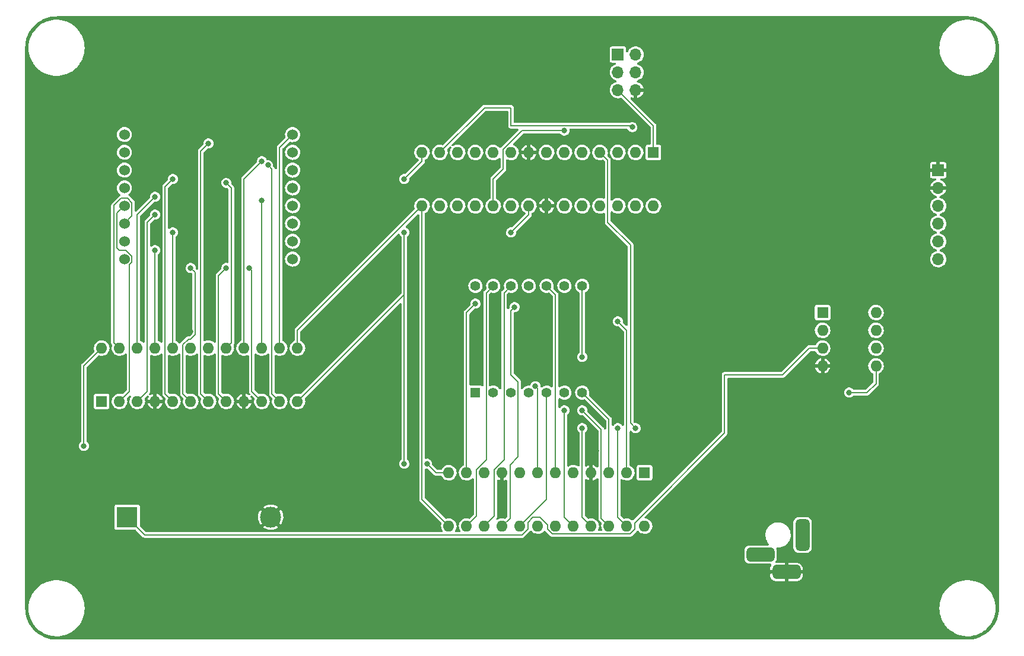
<source format=gbr>
%TF.GenerationSoftware,KiCad,Pcbnew,(6.0.5-0)*%
%TF.CreationDate,2022-07-23T11:30:03-07:00*%
%TF.ProjectId,MartincitoClock,4d617274-696e-4636-9974-6f436c6f636b,rev?*%
%TF.SameCoordinates,PX4b17a20PY8a12ae0*%
%TF.FileFunction,Copper,L2,Bot*%
%TF.FilePolarity,Positive*%
%FSLAX46Y46*%
G04 Gerber Fmt 4.6, Leading zero omitted, Abs format (unit mm)*
G04 Created by KiCad (PCBNEW (6.0.5-0)) date 2022-07-23 11:30:03*
%MOMM*%
%LPD*%
G01*
G04 APERTURE LIST*
G04 Aperture macros list*
%AMRoundRect*
0 Rectangle with rounded corners*
0 $1 Rounding radius*
0 $2 $3 $4 $5 $6 $7 $8 $9 X,Y pos of 4 corners*
0 Add a 4 corners polygon primitive as box body*
4,1,4,$2,$3,$4,$5,$6,$7,$8,$9,$2,$3,0*
0 Add four circle primitives for the rounded corners*
1,1,$1+$1,$2,$3*
1,1,$1+$1,$4,$5*
1,1,$1+$1,$6,$7*
1,1,$1+$1,$8,$9*
0 Add four rect primitives between the rounded corners*
20,1,$1+$1,$2,$3,$4,$5,0*
20,1,$1+$1,$4,$5,$6,$7,0*
20,1,$1+$1,$6,$7,$8,$9,0*
20,1,$1+$1,$8,$9,$2,$3,0*%
G04 Aperture macros list end*
%TA.AperFunction,ComponentPad*%
%ADD10C,1.400000*%
%TD*%
%TA.AperFunction,ComponentPad*%
%ADD11R,1.400000X1.400000*%
%TD*%
%TA.AperFunction,ComponentPad*%
%ADD12R,1.600000X1.600000*%
%TD*%
%TA.AperFunction,ComponentPad*%
%ADD13O,1.600000X1.600000*%
%TD*%
%TA.AperFunction,ComponentPad*%
%ADD14R,3.000000X3.000000*%
%TD*%
%TA.AperFunction,ComponentPad*%
%ADD15C,3.000000*%
%TD*%
%TA.AperFunction,ComponentPad*%
%ADD16C,1.524000*%
%TD*%
%TA.AperFunction,ComponentPad*%
%ADD17R,1.700000X1.700000*%
%TD*%
%TA.AperFunction,ComponentPad*%
%ADD18O,1.700000X1.700000*%
%TD*%
%TA.AperFunction,ComponentPad*%
%ADD19RoundRect,0.500000X0.500000X-1.750000X0.500000X1.750000X-0.500000X1.750000X-0.500000X-1.750000X0*%
%TD*%
%TA.AperFunction,ComponentPad*%
%ADD20RoundRect,0.500000X1.500000X0.500000X-1.500000X0.500000X-1.500000X-0.500000X1.500000X-0.500000X0*%
%TD*%
%TA.AperFunction,ViaPad*%
%ADD21C,0.812800*%
%TD*%
%TA.AperFunction,Conductor*%
%ADD22C,0.203200*%
%TD*%
G04 APERTURE END LIST*
D10*
%TO.P,DS5,14,COM_DIG.1*%
%TO.N,Net-(DS5-Pad14)*%
X66040000Y50800000D03*
%TO.P,DS5,13,A*%
%TO.N,Net-(DS5-Pad13)*%
X68580000Y50800000D03*
%TO.P,DS5,12,F*%
%TO.N,Net-(DS5-Pad12)*%
X71120000Y50800000D03*
%TO.P,DS5,11,COM_DIG.2*%
%TO.N,Net-(DS5-Pad11)*%
X73660000Y50800000D03*
%TO.P,DS5,10,COM_DIG.3*%
%TO.N,Net-(DS5-Pad10)*%
X76200000Y50800000D03*
%TO.P,DS5,9,B*%
%TO.N,Net-(DS5-Pad9)*%
X78740000Y50800000D03*
%TO.P,DS5,8,COLON*%
%TO.N,Net-(DS5-Pad3)*%
X81280000Y50800000D03*
%TO.P,DS5,7,COM_COLON*%
%TO.N,Net-(DS5-Pad7)*%
X81280000Y35560000D03*
%TO.P,DS5,6,COM_DIG.4*%
%TO.N,Net-(DS5-Pad6)*%
X78740000Y35560000D03*
%TO.P,DS5,5,G*%
%TO.N,Net-(DS5-Pad5)*%
X76200000Y35560000D03*
%TO.P,DS5,4,C*%
%TO.N,Net-(DS5-Pad4)*%
X73660000Y35560000D03*
%TO.P,DS5,3,DP*%
%TO.N,Net-(DS5-Pad3)*%
X71120000Y35560000D03*
%TO.P,DS5,2,D*%
%TO.N,Net-(DS5-Pad2)*%
X68580000Y35560000D03*
D11*
%TO.P,DS5,1,E*%
%TO.N,Net-(DS5-Pad1)*%
X66040000Y35560000D03*
%TD*%
D12*
%TO.P,U6,1,DIN*%
%TO.N,DIN*%
X90175000Y24120000D03*
D13*
%TO.P,U6,2,DIG_0*%
%TO.N,Net-(DS5-Pad14)*%
X87635000Y24120000D03*
%TO.P,U6,3,DIG_4*%
%TO.N,Net-(DS5-Pad7)*%
X85095000Y24120000D03*
%TO.P,U6,4,GND*%
%TO.N,GND*%
X82555000Y24120000D03*
%TO.P,U6,5,DIG_6*%
%TO.N,unconnected-(U6-Pad5)*%
X80015000Y24120000D03*
%TO.P,U6,6,DIG_2*%
%TO.N,Net-(DS5-Pad10)*%
X77475000Y24120000D03*
%TO.P,U6,7,DIG_3*%
%TO.N,Net-(DS5-Pad6)*%
X74935000Y24120000D03*
%TO.P,U6,8,DIG_7*%
%TO.N,unconnected-(U6-Pad8)*%
X72395000Y24120000D03*
%TO.P,U6,9,GND*%
%TO.N,GND*%
X69855000Y24120000D03*
%TO.P,U6,10,DIG_5*%
%TO.N,unconnected-(U6-Pad10)*%
X67315000Y24120000D03*
%TO.P,U6,11,DIG_1*%
%TO.N,Net-(DS5-Pad11)*%
X64775000Y24120000D03*
%TO.P,U6,12,LOAD*%
%TO.N,DISP_LOAD*%
X62235000Y24120000D03*
%TO.P,U6,13,CLK*%
%TO.N,DISP_CLK*%
X62235000Y16500000D03*
%TO.P,U6,14,SEG_A*%
%TO.N,Net-(DS5-Pad13)*%
X64775000Y16500000D03*
%TO.P,U6,15,SEG_F*%
%TO.N,Net-(DS5-Pad12)*%
X67315000Y16500000D03*
%TO.P,U6,16,SEG_B*%
%TO.N,Net-(DS5-Pad9)*%
X69855000Y16500000D03*
%TO.P,U6,17,SEG_G*%
%TO.N,Net-(DS5-Pad5)*%
X72395000Y16500000D03*
%TO.P,U6,18,ISET*%
%TO.N,Net-(R21-Pad2)*%
X74935000Y16500000D03*
%TO.P,U6,19,V+*%
%TO.N,VCC*%
X77475000Y16500000D03*
%TO.P,U6,20,SEG_C*%
%TO.N,Net-(DS5-Pad4)*%
X80015000Y16500000D03*
%TO.P,U6,21,SEG_E*%
%TO.N,Net-(DS5-Pad1)*%
X82555000Y16500000D03*
%TO.P,U6,22,SEG_DP*%
%TO.N,Net-(DS5-Pad3)*%
X85095000Y16500000D03*
%TO.P,U6,23,SEG_D*%
%TO.N,Net-(DS5-Pad2)*%
X87635000Y16500000D03*
%TO.P,U6,24,DOUT*%
%TO.N,unconnected-(U6-Pad24)*%
X90175000Y16500000D03*
%TD*%
D14*
%TO.P,BT1,1,+*%
%TO.N,Net-(BT1-Pad1)*%
X16326314Y17779983D03*
D15*
%TO.P,BT1,2,-*%
%TO.N,GND*%
X36816314Y17779983D03*
%TD*%
D16*
%TO.P,D2,1,R5*%
%TO.N,D3*%
X15940000Y72390000D03*
%TO.P,D2,2,R7*%
%TO.N,D1*%
X15940000Y69850000D03*
%TO.P,D2,3,C2*%
%TO.N,Net-(U4-Pad17)*%
X15940000Y67310000D03*
%TO.P,D2,4,C3*%
%TO.N,Net-(U4-Pad15)*%
X15940000Y64770000D03*
%TO.P,D2,5,R8*%
%TO.N,D0*%
X15940000Y62230000D03*
%TO.P,D2,6,C5*%
%TO.N,Net-(U4-Pad23)*%
X15940000Y59690000D03*
%TO.P,D2,7,R6*%
%TO.N,D2*%
X15940000Y57150000D03*
%TO.P,D2,8,R3*%
%TO.N,D5*%
X15940000Y54610000D03*
%TO.P,D2,9,R1*%
%TO.N,D7*%
X39940000Y54610000D03*
%TO.P,D2,10,C4*%
%TO.N,Net-(U4-Pad21)*%
X39940000Y57150000D03*
%TO.P,D2,11,C6*%
%TO.N,Net-(D2-Pad11)*%
X39940000Y59690000D03*
%TO.P,D2,12,R4*%
%TO.N,D4*%
X39940000Y62230000D03*
%TO.P,D2,13,C1*%
%TO.N,Net-(U4-Pad22)*%
X39940000Y64770000D03*
%TO.P,D2,14,R2*%
%TO.N,D6*%
X39940000Y67310000D03*
%TO.P,D2,15,C7*%
%TO.N,Net-(U4-Pad16)*%
X39940000Y69850000D03*
%TO.P,D2,16,C8*%
%TO.N,Net-(U4-Pad14)*%
X39940000Y72390000D03*
%TD*%
D17*
%TO.P,J1,1,Pin_1*%
%TO.N,GND*%
X132080000Y67310000D03*
D18*
%TO.P,J1,2,Pin_2*%
X132080000Y64770000D03*
%TO.P,J1,3,Pin_3*%
%TO.N,unconnected-(J1-Pad3)*%
X132080000Y62230000D03*
%TO.P,J1,4,Pin_4*%
%TO.N,Net-(J1-Pad4)*%
X132080000Y59690000D03*
%TO.P,J1,5,Pin_5*%
%TO.N,Net-(J1-Pad5)*%
X132080000Y57150000D03*
%TO.P,J1,6,Pin_6*%
%TO.N,Net-(C6-Pad1)*%
X132080000Y54610000D03*
%TD*%
D12*
%TO.P,U3,1,X1*%
%TO.N,Net-(U3-Pad1)*%
X115580000Y46980000D03*
D13*
%TO.P,U3,2,X2*%
%TO.N,Net-(U3-Pad2)*%
X115580000Y44440000D03*
%TO.P,U3,3,VBAT*%
%TO.N,Net-(BT1-Pad1)*%
X115580000Y41900000D03*
%TO.P,U3,4,GND*%
%TO.N,GND*%
X115580000Y39360000D03*
%TO.P,U3,5,SDA*%
%TO.N,SCA*%
X123200000Y39360000D03*
%TO.P,U3,6,SCL*%
%TO.N,SCL*%
X123200000Y41900000D03*
%TO.P,U3,7,SQW/OUT*%
%TO.N,unconnected-(U3-Pad7)*%
X123200000Y44440000D03*
%TO.P,U3,8,VCC*%
%TO.N,VCC*%
X123200000Y46980000D03*
%TD*%
D12*
%TO.P,U1,1,~{RESET}/PC6*%
%TO.N,Reset*%
X91440000Y69840000D03*
D13*
%TO.P,U1,2,RXD/PD0*%
%TO.N,RXD*%
X88900000Y69840000D03*
%TO.P,U1,3,TXD/PD1*%
%TO.N,TXD*%
X86360000Y69840000D03*
%TO.P,U1,4,INT0/PD2*%
%TO.N,DinMAX*%
X83820000Y69840000D03*
%TO.P,U1,5,INT1/PD3*%
%TO.N,unconnected-(U1-Pad5)*%
X81280000Y69840000D03*
%TO.P,U1,6,PD4*%
%TO.N,unconnected-(U1-Pad6)*%
X78740000Y69840000D03*
%TO.P,U1,7,VCC*%
%TO.N,VCC*%
X76200000Y69840000D03*
%TO.P,U1,8,GND*%
%TO.N,GND*%
X73660000Y69840000D03*
%TO.P,U1,9,XTAL1/PB6*%
%TO.N,Net-(C7-Pad2)*%
X71120000Y69840000D03*
%TO.P,U1,10,XTAL2/PB7*%
%TO.N,Net-(C8-Pad2)*%
X68580000Y69840000D03*
%TO.P,U1,11,OC0B/PD5*%
%TO.N,unconnected-(U1-Pad11)*%
X66040000Y69840000D03*
%TO.P,U1,12,OC0A/PD6*%
%TO.N,BTN_HR*%
X63500000Y69840000D03*
%TO.P,U1,13,PD7*%
%TO.N,BTN_MIN*%
X60960000Y69840000D03*
%TO.P,U1,14,PB0*%
%TO.N,DISP_LOAD*%
X58420000Y69840000D03*
%TO.P,U1,15,OC1A/PB1*%
%TO.N,DISP_CLK*%
X58420000Y62220000D03*
%TO.P,U1,16,OC1B/PB2*%
%TO.N,unconnected-(U1-Pad16)*%
X60960000Y62220000D03*
%TO.P,U1,17,MOSI/PB3*%
%TO.N,MOSI*%
X63500000Y62220000D03*
%TO.P,U1,18,MISO/PB4*%
%TO.N,MISO*%
X66040000Y62220000D03*
%TO.P,U1,19,SCK/PB5*%
%TO.N,LED_SCK*%
X68580000Y62220000D03*
%TO.P,U1,20,AVCC*%
%TO.N,VCC*%
X71120000Y62220000D03*
%TO.P,U1,21,AREF*%
%TO.N,Net-(C2-Pad1)*%
X73660000Y62220000D03*
%TO.P,U1,22,GND*%
%TO.N,GND*%
X76200000Y62220000D03*
%TO.P,U1,23,ADC0/PC0*%
%TO.N,unconnected-(U1-Pad23)*%
X78740000Y62220000D03*
%TO.P,U1,24,ADC1/PC1*%
%TO.N,unconnected-(U1-Pad24)*%
X81280000Y62220000D03*
%TO.P,U1,25,ADC2/PC2*%
%TO.N,unconnected-(U1-Pad25)*%
X83820000Y62220000D03*
%TO.P,U1,26,ADC3/PC3*%
%TO.N,unconnected-(U1-Pad26)*%
X86360000Y62220000D03*
%TO.P,U1,27,SDA/PC4*%
%TO.N,SCA*%
X88900000Y62220000D03*
%TO.P,U1,28,SCL/PC5*%
%TO.N,SCL*%
X91440000Y62220000D03*
%TD*%
D17*
%TO.P,J5,1,Pin_1*%
%TO.N,MISO*%
X86360000Y83820000D03*
D18*
%TO.P,J5,2,Pin_2*%
%TO.N,VCC*%
X88900000Y83820000D03*
%TO.P,J5,3,Pin_3*%
%TO.N,LED_SCK*%
X86360000Y81280000D03*
%TO.P,J5,4,Pin_4*%
%TO.N,MOSI*%
X88900000Y81280000D03*
%TO.P,J5,5,Pin_5*%
%TO.N,Reset*%
X86360000Y78740000D03*
%TO.P,J5,6,Pin_6*%
%TO.N,GND*%
X88900000Y78740000D03*
%TD*%
D12*
%TO.P,U4,1,DIN*%
%TO.N,DinMAX*%
X12700000Y34300000D03*
D13*
%TO.P,U4,2,DIG_0*%
%TO.N,D0*%
X15240000Y34300000D03*
%TO.P,U4,3,DIG_4*%
%TO.N,D4*%
X17780000Y34300000D03*
%TO.P,U4,4,GND*%
%TO.N,GND*%
X20320000Y34300000D03*
%TO.P,U4,5,DIG_6*%
%TO.N,D6*%
X22860000Y34300000D03*
%TO.P,U4,6,DIG_2*%
%TO.N,D2*%
X25400000Y34300000D03*
%TO.P,U4,7,DIG_3*%
%TO.N,D3*%
X27940000Y34300000D03*
%TO.P,U4,8,DIG_7*%
%TO.N,D7*%
X30480000Y34300000D03*
%TO.P,U4,9,GND*%
%TO.N,GND*%
X33020000Y34300000D03*
%TO.P,U4,10,DIG_5*%
%TO.N,D5*%
X35560000Y34300000D03*
%TO.P,U4,11,DIG_1*%
%TO.N,D1*%
X38100000Y34300000D03*
%TO.P,U4,12,LOAD*%
%TO.N,DISP_LOAD*%
X40640000Y34300000D03*
%TO.P,U4,13,CLK*%
%TO.N,DISP_CLK*%
X40640000Y41920000D03*
%TO.P,U4,14,SEG_A*%
%TO.N,Net-(U4-Pad14)*%
X38100000Y41920000D03*
%TO.P,U4,15,SEG_F*%
%TO.N,Net-(U4-Pad15)*%
X35560000Y41920000D03*
%TO.P,U4,16,SEG_B*%
%TO.N,Net-(U4-Pad16)*%
X33020000Y41920000D03*
%TO.P,U4,17,SEG_G*%
%TO.N,Net-(U4-Pad17)*%
X30480000Y41920000D03*
%TO.P,U4,18,ISET*%
%TO.N,Net-(R10-Pad2)*%
X27940000Y41920000D03*
%TO.P,U4,19,V+*%
%TO.N,VCC*%
X25400000Y41920000D03*
%TO.P,U4,20,SEG_C*%
%TO.N,Net-(D2-Pad11)*%
X22860000Y41920000D03*
%TO.P,U4,21,SEG_E*%
%TO.N,Net-(U4-Pad21)*%
X20320000Y41920000D03*
%TO.P,U4,22,SEG_DP*%
%TO.N,Net-(U4-Pad22)*%
X17780000Y41920000D03*
%TO.P,U4,23,SEG_D*%
%TO.N,Net-(U4-Pad23)*%
X15240000Y41920000D03*
%TO.P,U4,24,DOUT*%
%TO.N,DIN*%
X12700000Y41920000D03*
%TD*%
D19*
%TO.P,J2,1,POLE*%
%TO.N,Net-(C1-Pad2)*%
X112720000Y15240000D03*
D20*
%TO.P,J2,2,OUT*%
%TO.N,GND*%
X110420000Y9940000D03*
%TO.P,J2,3,OUT*%
%TO.N,unconnected-(J2-Pad3)*%
X106720000Y12440000D03*
%TD*%
D21*
%TO.N,GND*%
X83279989Y27229300D03*
X73660000Y78740000D03*
X104140000Y86360000D03*
X99060000Y86360000D03*
%TO.N,DinMAX*%
X88900000Y30480000D03*
%TO.N,GND*%
X68580000Y81280000D03*
X55880000Y86360000D03*
X50800000Y86360000D03*
%TO.N,DISP_LOAD*%
X55880000Y25400000D03*
X59130700Y25400000D03*
X55880000Y66040000D03*
X55880000Y58420000D03*
%TO.N,DIN*%
X10160000Y27940000D03*
%TO.N,Net-(DS5-Pad3)*%
X81280000Y33020000D03*
X81280000Y40640000D03*
%TO.N,Net-(DS5-Pad2)*%
X86360000Y30480000D03*
%TO.N,Net-(DS5-Pad1)*%
X81280000Y30480000D03*
%TO.N,Net-(DS5-Pad6)*%
X74585675Y36485675D03*
%TO.N,Net-(DS5-Pad4)*%
X78740000Y33020000D03*
%TO.N,Net-(DS5-Pad9)*%
X71622541Y47757459D03*
%TO.N,Net-(DS5-Pad14)*%
X86360000Y45720000D03*
%TO.N,Net-(DS5-Pad11)*%
X66040000Y48260000D03*
%TO.N,GND*%
X27940000Y48260000D03*
%TO.N,D5*%
X33730700Y53359108D03*
%TO.N,D2*%
X25400000Y53340000D03*
%TO.N,Net-(U4-Pad15)*%
X35560000Y62940700D03*
%TO.N,Net-(U4-Pad17)*%
X30480000Y65480700D03*
%TO.N,D1*%
X36429932Y68020700D03*
%TO.N,D3*%
X27940000Y71120000D03*
%TO.N,D7*%
X30480000Y53340000D03*
%TO.N,Net-(U4-Pad21)*%
X20320000Y55880000D03*
%TO.N,Net-(D2-Pad11)*%
X22860000Y58420000D03*
%TO.N,D4*%
X20320000Y60960000D03*
%TO.N,Net-(U4-Pad22)*%
X20320000Y63500000D03*
%TO.N,D6*%
X22860000Y66040000D03*
%TO.N,Net-(U4-Pad16)*%
X35560000Y68580000D03*
%TO.N,GND*%
X114300000Y50800000D03*
X109220000Y50800000D03*
X116840000Y36270700D03*
X137160000Y15240000D03*
X109220000Y7620000D03*
X81280000Y5080000D03*
X81280000Y7620000D03*
X78740000Y55169300D03*
X81280000Y58420000D03*
X25323822Y44261260D03*
X126232541Y37332541D03*
%TO.N,Net-(C2-Pad1)*%
X71120000Y58420000D03*
%TO.N,LED_SCK*%
X78740000Y72949300D03*
%TO.N,SCA*%
X119380000Y35560000D03*
%TO.N,BTN_MIN*%
X88429570Y73444488D03*
%TD*%
D22*
%TO.N,Net-(BT1-Pad1)*%
X88739311Y16957422D02*
X101600000Y29818111D01*
X101600000Y29818111D02*
X101600000Y38100000D01*
X109881889Y38100000D02*
X101600000Y38100000D01*
X113681889Y41900000D02*
X109881889Y38100000D01*
%TO.N,LED_SCK*%
X70015689Y67475689D02*
X68580000Y66040000D01*
X68580000Y66040000D02*
X68580000Y62220000D01*
%TO.N,Reset*%
X86360000Y78740000D02*
X91440000Y73660000D01*
X91440000Y73660000D02*
X91440000Y69840000D01*
%TO.N,Net-(BT1-Pad1)*%
X115580000Y41900000D02*
X113681889Y41900000D01*
X88739311Y16957422D02*
X88739311Y16042578D01*
X88739311Y16042578D02*
X88092422Y15395689D01*
X88092422Y15395689D02*
X77017578Y15395689D01*
X75216733Y17780000D02*
X74249058Y17780000D01*
X77017578Y15395689D02*
X76370689Y16042578D01*
X76370689Y16042578D02*
X76370689Y16626044D01*
X76370689Y16626044D02*
X75216733Y17780000D01*
X74249058Y17780000D02*
X73499311Y17030253D01*
X73499311Y17030253D02*
X73499311Y16042578D01*
X73499311Y16042578D02*
X72696733Y15240000D01*
X72696733Y15240000D02*
X18866297Y15240000D01*
X18866297Y15240000D02*
X16326314Y17779983D01*
%TO.N,Net-(U4-Pad23)*%
X16381682Y63296311D02*
X15498318Y63296311D01*
X17006311Y60756311D02*
X17006311Y62671682D01*
X17006311Y62671682D02*
X16381682Y63296311D01*
X15940000Y59690000D02*
X17006311Y60756311D01*
X15498318Y63296311D02*
X14467769Y62265762D01*
X14467769Y62265762D02*
X14467769Y42692231D01*
X14467769Y42692231D02*
X15240000Y41920000D01*
%TO.N,D0*%
X15240000Y34300000D02*
X16675689Y35735689D01*
X16675689Y35735689D02*
X16675689Y53837696D01*
X16675689Y53837696D02*
X17006311Y54168318D01*
X17006311Y54168318D02*
X17006311Y55051682D01*
X17006311Y55051682D02*
X16177993Y55880000D01*
X16177993Y55880000D02*
X15240000Y55880000D01*
X15240000Y55880000D02*
X14873689Y56246311D01*
X14873689Y56246311D02*
X14873689Y61163689D01*
X14873689Y61163689D02*
X15940000Y62230000D01*
%TO.N,DinMAX*%
X84924311Y59855689D02*
X84924311Y68735689D01*
X88189289Y31190711D02*
X88189289Y56590711D01*
X88900000Y30480000D02*
X88189289Y31190711D01*
X88189289Y56590711D02*
X84924311Y59855689D01*
X84924311Y68735689D02*
X83820000Y69840000D01*
%TO.N,DISP_LOAD*%
X62235000Y24120000D02*
X60410700Y24120000D01*
X60410700Y24120000D02*
X59130700Y25400000D01*
X55880000Y25400000D02*
X55880000Y53340000D01*
X40640000Y34300000D02*
X55880000Y49540000D01*
X58420000Y68580000D02*
X58420000Y69840000D01*
X55880000Y66040000D02*
X58420000Y68580000D01*
X55880000Y49540000D02*
X55880000Y58420000D01*
%TO.N,DISP_CLK*%
X62235000Y16500000D02*
X58420000Y20315000D01*
X58420000Y20315000D02*
X58420000Y62220000D01*
X40640000Y41920000D02*
X40640000Y44440000D01*
X40640000Y44440000D02*
X58420000Y62220000D01*
%TO.N,DIN*%
X10160000Y39380000D02*
X12700000Y41920000D01*
X10160000Y27940000D02*
X10160000Y39380000D01*
%TO.N,Net-(DS5-Pad3)*%
X81280000Y33020000D02*
X83990689Y30309311D01*
X83990689Y30309311D02*
X83990689Y17604311D01*
X83990689Y17604311D02*
X85095000Y16500000D01*
X81280000Y40640000D02*
X81280000Y50800000D01*
%TO.N,Net-(DS5-Pad2)*%
X86360000Y30480000D02*
X86360000Y17775000D01*
X86360000Y17775000D02*
X87635000Y16500000D01*
%TO.N,Net-(DS5-Pad1)*%
X81280000Y17775000D02*
X82555000Y16500000D01*
X81280000Y30480000D02*
X81280000Y17775000D01*
%TO.N,Net-(DS5-Pad6)*%
X74585675Y36485675D02*
X74935000Y36136350D01*
X74935000Y36136350D02*
X74935000Y24120000D01*
%TO.N,Net-(DS5-Pad4)*%
X78740000Y33020000D02*
X78740000Y17775000D01*
X78740000Y17775000D02*
X80015000Y16500000D01*
%TO.N,Net-(DS5-Pad9)*%
X71622541Y47757459D02*
X71120000Y47254918D01*
X71120000Y47254918D02*
X71120000Y38100000D01*
X70959311Y17604311D02*
X69855000Y16500000D01*
X71120000Y38100000D02*
X72124311Y37095689D01*
X72124311Y37095689D02*
X72124311Y26404311D01*
X72124311Y26404311D02*
X70959311Y25239311D01*
X70959311Y25239311D02*
X70959311Y17604311D01*
%TO.N,Net-(DS5-Pad14)*%
X86360000Y45720000D02*
X87635000Y44445000D01*
X87635000Y44445000D02*
X87635000Y24120000D01*
%TO.N,Net-(DS5-Pad11)*%
X66040000Y48260000D02*
X64775000Y46995000D01*
X64775000Y46995000D02*
X64775000Y24120000D01*
%TO.N,Net-(DS5-Pad7)*%
X81280000Y35560000D02*
X85095000Y31745000D01*
X85095000Y31745000D02*
X85095000Y24120000D01*
%TO.N,Net-(DS5-Pad5)*%
X76200000Y35560000D02*
X76200000Y20305000D01*
X76200000Y20305000D02*
X72395000Y16500000D01*
%TO.N,Net-(DS5-Pad13)*%
X68580000Y50800000D02*
X67575689Y49795689D01*
X67575689Y49795689D02*
X67575689Y25942422D01*
X67575689Y25942422D02*
X66210689Y24577422D01*
X66210689Y24577422D02*
X66210689Y17935689D01*
X66210689Y17935689D02*
X64775000Y16500000D01*
%TO.N,Net-(DS5-Pad12)*%
X71120000Y50800000D02*
X70115689Y49795689D01*
X68750689Y17935689D02*
X67315000Y16500000D01*
X70115689Y49795689D02*
X70115689Y25942422D01*
X70115689Y25942422D02*
X68750689Y24577422D01*
X68750689Y24577422D02*
X68750689Y17935689D01*
%TO.N,Net-(DS5-Pad10)*%
X76200000Y50800000D02*
X77475000Y49525000D01*
X77475000Y49525000D02*
X77475000Y24120000D01*
%TO.N,D5*%
X33730700Y53359108D02*
X34124311Y52965497D01*
X34124311Y35735689D02*
X35560000Y34300000D01*
X34124311Y52965497D02*
X34124311Y35735689D01*
%TO.N,D2*%
X26034533Y52705467D02*
X26034533Y43814533D01*
X26034533Y43814533D02*
X25400000Y43180000D01*
X25400000Y53340000D02*
X26034533Y52705467D01*
X25400000Y43180000D02*
X25098267Y43180000D01*
X25098267Y43180000D02*
X24295689Y42377422D01*
X24295689Y42377422D02*
X24295689Y35404311D01*
X24295689Y35404311D02*
X25400000Y34300000D01*
%TO.N,Net-(U4-Pad15)*%
X35560000Y62940700D02*
X35560000Y41920000D01*
%TO.N,Net-(U4-Pad17)*%
X31190711Y64769989D02*
X31190711Y42630711D01*
X30480000Y65480700D02*
X31190711Y64769989D01*
X31190711Y42630711D02*
X30480000Y41920000D01*
%TO.N,D1*%
X36995689Y67454943D02*
X36995689Y35404311D01*
X36995689Y35404311D02*
X38100000Y34300000D01*
X36429932Y68020700D02*
X36995689Y67454943D01*
%TO.N,D3*%
X27940000Y71120000D02*
X26835689Y70015689D01*
X26835689Y70015689D02*
X26835689Y35404311D01*
X26835689Y35404311D02*
X27940000Y34300000D01*
%TO.N,D7*%
X30480000Y53340000D02*
X29375689Y52235689D01*
X29375689Y52235689D02*
X29375689Y35404311D01*
X29375689Y35404311D02*
X30480000Y34300000D01*
%TO.N,Net-(U4-Pad21)*%
X20320000Y55880000D02*
X20320000Y41920000D01*
%TO.N,Net-(D2-Pad11)*%
X22860000Y58420000D02*
X22860000Y41920000D01*
%TO.N,D4*%
X20320000Y60960000D02*
X19215689Y59855689D01*
X19215689Y59855689D02*
X19215689Y35735689D01*
X19215689Y35735689D02*
X17780000Y34300000D01*
%TO.N,Net-(U4-Pad22)*%
X17780000Y60960000D02*
X17780000Y41920000D01*
X20320000Y63500000D02*
X17780000Y60960000D01*
%TO.N,D6*%
X22860000Y66040000D02*
X21755689Y64935689D01*
X21755689Y64935689D02*
X21755689Y35404311D01*
X21755689Y35404311D02*
X22860000Y34300000D01*
%TO.N,Net-(U4-Pad16)*%
X33020000Y66040000D02*
X33020000Y41920000D01*
X35560000Y68580000D02*
X33020000Y66040000D01*
%TO.N,Net-(U4-Pad14)*%
X39940000Y72390000D02*
X38100000Y70550000D01*
X38100000Y70550000D02*
X38100000Y41920000D01*
%TO.N,Net-(C2-Pad1)*%
X73660000Y60960000D02*
X73660000Y62220000D01*
X71120000Y58420000D02*
X73660000Y60960000D01*
%TO.N,LED_SCK*%
X72667567Y72949300D02*
X78740000Y72949300D01*
X70015689Y70297422D02*
X72667567Y72949300D01*
X70015689Y67475689D02*
X70015689Y70297422D01*
%TO.N,SCA*%
X123200000Y36840000D02*
X121920000Y35560000D01*
X123200000Y39360000D02*
X123200000Y36840000D01*
X121920000Y35560000D02*
X119380000Y35560000D01*
%TO.N,BTN_MIN*%
X88429570Y73444488D02*
X88214058Y73660000D01*
X88214058Y73660000D02*
X71120000Y73660000D01*
X71120000Y73660000D02*
X71120000Y76200000D01*
X67320000Y76200000D02*
X60960000Y69840000D01*
X71120000Y76200000D02*
X67320000Y76200000D01*
%TD*%
%TA.AperFunction,Conductor*%
%TO.N,GND*%
G36*
X136231964Y89269697D02*
G01*
X136243061Y89267969D01*
X136243063Y89267969D01*
X136253724Y89266309D01*
X136264423Y89267708D01*
X136264424Y89267708D01*
X136271989Y89268697D01*
X136298222Y89269831D01*
X136644855Y89254696D01*
X136658012Y89253545D01*
X137033391Y89204126D01*
X137046399Y89201832D01*
X137416027Y89119888D01*
X137428785Y89116470D01*
X137789887Y89002614D01*
X137802298Y88998096D01*
X138152081Y88853211D01*
X138164042Y88847635D01*
X138499906Y88672795D01*
X138511327Y88666200D01*
X138830640Y88462775D01*
X138841459Y88455200D01*
X139141830Y88224718D01*
X139151948Y88216228D01*
X139431096Y87960436D01*
X139440436Y87951096D01*
X139696228Y87671948D01*
X139704718Y87661830D01*
X139935200Y87361459D01*
X139942775Y87350640D01*
X140146200Y87031327D01*
X140152795Y87019906D01*
X140327635Y86684042D01*
X140333211Y86672081D01*
X140478096Y86322298D01*
X140482614Y86309887D01*
X140584320Y85987321D01*
X140596470Y85948785D01*
X140599888Y85936027D01*
X140681832Y85566399D01*
X140684126Y85553391D01*
X140733545Y85178012D01*
X140734696Y85164855D01*
X140749200Y84832689D01*
X140749493Y84825971D01*
X140747993Y84798930D01*
X140747969Y84796935D01*
X140746309Y84786276D01*
X140749920Y84758661D01*
X140750222Y84756352D01*
X140751500Y84736721D01*
X140751500Y4831329D01*
X140749697Y4808036D01*
X140749355Y4805836D01*
X140746309Y4786276D01*
X140747708Y4775577D01*
X140747708Y4775576D01*
X140748697Y4768011D01*
X140749831Y4741778D01*
X140734696Y4395145D01*
X140733545Y4381988D01*
X140684126Y4006609D01*
X140681832Y3993601D01*
X140599888Y3623973D01*
X140596470Y3611215D01*
X140482614Y3250113D01*
X140478096Y3237702D01*
X140333211Y2887919D01*
X140327635Y2875958D01*
X140152795Y2540094D01*
X140146200Y2528673D01*
X139942775Y2209360D01*
X139935200Y2198541D01*
X139704718Y1898170D01*
X139696228Y1888052D01*
X139440436Y1608904D01*
X139431096Y1599564D01*
X139151948Y1343772D01*
X139141830Y1335282D01*
X138841459Y1104800D01*
X138830640Y1097225D01*
X138511327Y893800D01*
X138499906Y887205D01*
X138164042Y712365D01*
X138152081Y706789D01*
X137802298Y561904D01*
X137789887Y557386D01*
X137428785Y443530D01*
X137416027Y440112D01*
X137046399Y358168D01*
X137033391Y355874D01*
X136658012Y306455D01*
X136644855Y305304D01*
X136460650Y297261D01*
X136305968Y290507D01*
X136278930Y292007D01*
X136276935Y292031D01*
X136266276Y293691D01*
X136237863Y289976D01*
X136236352Y289778D01*
X136216721Y288500D01*
X6311329Y288500D01*
X6288036Y290303D01*
X6276939Y292031D01*
X6276937Y292031D01*
X6266276Y293691D01*
X6255577Y292292D01*
X6255576Y292292D01*
X6248011Y291303D01*
X6221778Y290169D01*
X5875145Y305304D01*
X5861988Y306455D01*
X5486609Y355874D01*
X5473601Y358168D01*
X5103973Y440112D01*
X5091215Y443530D01*
X4730113Y557386D01*
X4717702Y561904D01*
X4367919Y706789D01*
X4355958Y712365D01*
X4020094Y887205D01*
X4008673Y893800D01*
X3689360Y1097225D01*
X3678541Y1104800D01*
X3378170Y1335282D01*
X3368052Y1343772D01*
X3088904Y1599564D01*
X3079564Y1608904D01*
X2823772Y1888052D01*
X2815282Y1898170D01*
X2584800Y2198541D01*
X2577225Y2209360D01*
X2373800Y2528673D01*
X2367205Y2540094D01*
X2192365Y2875958D01*
X2186789Y2887919D01*
X2041904Y3237702D01*
X2037386Y3250113D01*
X1923530Y3611215D01*
X1920112Y3623973D01*
X1838168Y3993601D01*
X1835874Y4006609D01*
X1786455Y4381988D01*
X1785304Y4395145D01*
X1770678Y4730115D01*
X1772263Y4755835D01*
X1772083Y4755851D01*
X1772606Y4761680D01*
X1773576Y4767448D01*
X1773729Y4780000D01*
X1771727Y4793981D01*
X2254883Y4793981D01*
X2273974Y4389167D01*
X2274538Y4385393D01*
X2274539Y4385383D01*
X2283605Y4324723D01*
X2333876Y3988354D01*
X2334821Y3984645D01*
X2334823Y3984637D01*
X2426755Y3623973D01*
X2433975Y3595648D01*
X2435293Y3592047D01*
X2571933Y3218659D01*
X2571937Y3218650D01*
X2573248Y3215067D01*
X2750268Y2850509D01*
X2963223Y2505706D01*
X2965553Y2502670D01*
X2965554Y2502668D01*
X2989618Y2471307D01*
X3209932Y2184188D01*
X3212556Y2181403D01*
X3212559Y2181400D01*
X3348900Y2036719D01*
X3487869Y1889249D01*
X3794189Y1623906D01*
X4125755Y1390877D01*
X4479173Y1192548D01*
X4850825Y1030950D01*
X5236904Y907736D01*
X5633458Y824169D01*
X5637256Y823763D01*
X5637263Y823762D01*
X5917598Y793803D01*
X6036427Y781104D01*
X6260173Y779932D01*
X6437857Y779002D01*
X6437858Y779002D01*
X6441685Y778982D01*
X6581355Y792431D01*
X6841262Y817457D01*
X6841264Y817457D01*
X6845083Y817825D01*
X6848839Y818576D01*
X6848849Y818577D01*
X7238739Y896485D01*
X7238744Y896486D01*
X7242491Y897235D01*
X7435919Y956741D01*
X7626170Y1015270D01*
X7626175Y1015272D01*
X7629839Y1016399D01*
X8003162Y1174096D01*
X8006516Y1175932D01*
X8355284Y1366878D01*
X8355288Y1366881D01*
X8358637Y1368714D01*
X8394095Y1393083D01*
X8689467Y1596086D01*
X8692626Y1598257D01*
X8695547Y1600734D01*
X8695552Y1600738D01*
X8998788Y1857902D01*
X9001708Y1860378D01*
X9282718Y2152391D01*
X9532781Y2471307D01*
X9592244Y2565369D01*
X9747284Y2810617D01*
X9747290Y2810628D01*
X9749334Y2813861D01*
X9780290Y2875948D01*
X9928448Y3173108D01*
X9928449Y3173110D01*
X9930162Y3176546D01*
X10073412Y3555647D01*
X10177619Y3947284D01*
X10183602Y3984637D01*
X10241108Y4343655D01*
X10241109Y4343662D01*
X10241715Y4347447D01*
X10243903Y4385383D01*
X10264926Y4750010D01*
X10265043Y4752039D01*
X10265121Y4774154D01*
X10265134Y4777948D01*
X10265134Y4777955D01*
X10265141Y4780000D01*
X10264433Y4793981D01*
X132254883Y4793981D01*
X132273974Y4389167D01*
X132274538Y4385393D01*
X132274539Y4385383D01*
X132283605Y4324723D01*
X132333876Y3988354D01*
X132334821Y3984645D01*
X132334823Y3984637D01*
X132426755Y3623973D01*
X132433975Y3595648D01*
X132435293Y3592047D01*
X132571933Y3218659D01*
X132571937Y3218650D01*
X132573248Y3215067D01*
X132750268Y2850509D01*
X132963223Y2505706D01*
X132965553Y2502670D01*
X132965554Y2502668D01*
X132989618Y2471307D01*
X133209932Y2184188D01*
X133212556Y2181403D01*
X133212559Y2181400D01*
X133348900Y2036719D01*
X133487869Y1889249D01*
X133794189Y1623906D01*
X134125755Y1390877D01*
X134479173Y1192548D01*
X134850825Y1030950D01*
X135236904Y907736D01*
X135633458Y824169D01*
X135637256Y823763D01*
X135637263Y823762D01*
X135917598Y793803D01*
X136036427Y781104D01*
X136260173Y779932D01*
X136437857Y779002D01*
X136437858Y779002D01*
X136441685Y778982D01*
X136581355Y792431D01*
X136841262Y817457D01*
X136841264Y817457D01*
X136845083Y817825D01*
X136848839Y818576D01*
X136848849Y818577D01*
X137238739Y896485D01*
X137238744Y896486D01*
X137242491Y897235D01*
X137435919Y956741D01*
X137626170Y1015270D01*
X137626175Y1015272D01*
X137629839Y1016399D01*
X138003162Y1174096D01*
X138006516Y1175932D01*
X138355284Y1366878D01*
X138355288Y1366881D01*
X138358637Y1368714D01*
X138394095Y1393083D01*
X138689467Y1596086D01*
X138692626Y1598257D01*
X138695547Y1600734D01*
X138695552Y1600738D01*
X138998788Y1857902D01*
X139001708Y1860378D01*
X139282718Y2152391D01*
X139532781Y2471307D01*
X139592244Y2565369D01*
X139747284Y2810617D01*
X139747290Y2810628D01*
X139749334Y2813861D01*
X139780290Y2875948D01*
X139928448Y3173108D01*
X139928449Y3173110D01*
X139930162Y3176546D01*
X140073412Y3555647D01*
X140177619Y3947284D01*
X140183602Y3984637D01*
X140241108Y4343655D01*
X140241109Y4343662D01*
X140241715Y4347447D01*
X140243903Y4385383D01*
X140264926Y4750010D01*
X140265043Y4752039D01*
X140265121Y4774154D01*
X140265134Y4777948D01*
X140265134Y4777955D01*
X140265141Y4780000D01*
X140244638Y5184745D01*
X140183337Y5585345D01*
X140081867Y5977701D01*
X139941267Y6357793D01*
X139762975Y6721731D01*
X139653941Y6896900D01*
X139550839Y7062542D01*
X139550834Y7062549D01*
X139548818Y7065788D01*
X139539956Y7077255D01*
X139303333Y7383409D01*
X139300989Y7386442D01*
X139022024Y7680410D01*
X138714779Y7944682D01*
X138382401Y8176552D01*
X138028293Y8373646D01*
X138018323Y8377940D01*
X137883898Y8435832D01*
X137656080Y8533947D01*
X137652431Y8535098D01*
X137652427Y8535099D01*
X137273234Y8654658D01*
X137273228Y8654659D01*
X137269573Y8655812D01*
X137265819Y8656589D01*
X137265809Y8656592D01*
X136876484Y8737217D01*
X136876476Y8737218D01*
X136872730Y8737994D01*
X136868925Y8738387D01*
X136868920Y8738388D01*
X136473416Y8779259D01*
X136469613Y8779652D01*
X136465799Y8779659D01*
X136465792Y8779659D01*
X136261109Y8780016D01*
X136064350Y8780359D01*
X136060535Y8779978D01*
X136060531Y8779978D01*
X135905612Y8764515D01*
X135661090Y8740109D01*
X135630233Y8733831D01*
X135267715Y8660076D01*
X135267707Y8660074D01*
X135263962Y8659312D01*
X134877032Y8538797D01*
X134504262Y8379797D01*
X134500898Y8377940D01*
X134152826Y8185794D01*
X134152822Y8185791D01*
X134149468Y8183940D01*
X133816283Y7953232D01*
X133508118Y7690034D01*
X133228128Y7397042D01*
X132979181Y7077255D01*
X132763824Y6733947D01*
X132762127Y6730513D01*
X132762124Y6730508D01*
X132757786Y6721731D01*
X132584263Y6370633D01*
X132582921Y6367043D01*
X132582919Y6367039D01*
X132443681Y5994629D01*
X132442337Y5991034D01*
X132339498Y5599036D01*
X132276800Y5198651D01*
X132276592Y5194820D01*
X132276592Y5194815D01*
X132269170Y5057770D01*
X132254883Y4793981D01*
X10264433Y4793981D01*
X10244638Y5184745D01*
X10183337Y5585345D01*
X10081867Y5977701D01*
X9941267Y6357793D01*
X9762975Y6721731D01*
X9653941Y6896900D01*
X9550839Y7062542D01*
X9550834Y7062549D01*
X9548818Y7065788D01*
X9539956Y7077255D01*
X9303333Y7383409D01*
X9300989Y7386442D01*
X9022024Y7680410D01*
X8714779Y7944682D01*
X8382401Y8176552D01*
X8028293Y8373646D01*
X8018323Y8377940D01*
X7883898Y8435832D01*
X7656080Y8533947D01*
X7652431Y8535098D01*
X7652427Y8535099D01*
X7273234Y8654658D01*
X7273228Y8654659D01*
X7269573Y8655812D01*
X7265819Y8656589D01*
X7265809Y8656592D01*
X6876484Y8737217D01*
X6876476Y8737218D01*
X6872730Y8737994D01*
X6868925Y8738387D01*
X6868920Y8738388D01*
X6473416Y8779259D01*
X6469613Y8779652D01*
X6465799Y8779659D01*
X6465792Y8779659D01*
X6261109Y8780016D01*
X6064350Y8780359D01*
X6060535Y8779978D01*
X6060531Y8779978D01*
X5905612Y8764515D01*
X5661090Y8740109D01*
X5630233Y8733831D01*
X5267715Y8660076D01*
X5267707Y8660074D01*
X5263962Y8659312D01*
X4877032Y8538797D01*
X4504262Y8379797D01*
X4500898Y8377940D01*
X4152826Y8185794D01*
X4152822Y8185791D01*
X4149468Y8183940D01*
X3816283Y7953232D01*
X3508118Y7690034D01*
X3228128Y7397042D01*
X2979181Y7077255D01*
X2763824Y6733947D01*
X2762127Y6730513D01*
X2762124Y6730508D01*
X2757786Y6721731D01*
X2584263Y6370633D01*
X2582921Y6367043D01*
X2582919Y6367039D01*
X2443681Y5994629D01*
X2442337Y5991034D01*
X2339498Y5599036D01*
X2276800Y5198651D01*
X2276592Y5194820D01*
X2276592Y5194815D01*
X2269170Y5057770D01*
X2254883Y4793981D01*
X1771727Y4793981D01*
X1770029Y4805837D01*
X1768500Y4827299D01*
X1768500Y9353863D01*
X108115201Y9353863D01*
X108115244Y9352367D01*
X108116921Y9340651D01*
X108154188Y9179234D01*
X108159776Y9163364D01*
X108230991Y9016049D01*
X108239956Y9001812D01*
X108342037Y8873938D01*
X108353938Y8862037D01*
X108481812Y8759956D01*
X108496049Y8750991D01*
X108643364Y8679776D01*
X108659234Y8674188D01*
X108820655Y8636920D01*
X108832362Y8635243D01*
X108833855Y8635200D01*
X110146067Y8635200D01*
X110161788Y8639412D01*
X110166000Y8655133D01*
X110166000Y8655134D01*
X110674000Y8655134D01*
X110678212Y8639413D01*
X110693933Y8635201D01*
X112006137Y8635201D01*
X112007633Y8635244D01*
X112019349Y8636921D01*
X112180766Y8674188D01*
X112196636Y8679776D01*
X112343951Y8750991D01*
X112358188Y8759956D01*
X112486062Y8862037D01*
X112497963Y8873938D01*
X112600044Y9001812D01*
X112609009Y9016049D01*
X112680224Y9163364D01*
X112685812Y9179234D01*
X112723080Y9340655D01*
X112724757Y9352362D01*
X112724800Y9353855D01*
X112724800Y9666067D01*
X112720588Y9681788D01*
X112704867Y9686000D01*
X110693933Y9686000D01*
X110678212Y9681788D01*
X110674000Y9666067D01*
X110674000Y8655134D01*
X110166000Y8655134D01*
X110166000Y9666067D01*
X110161788Y9681788D01*
X110146067Y9686000D01*
X108135134Y9686000D01*
X108119413Y9681788D01*
X108115201Y9666067D01*
X108115201Y9353863D01*
X1768500Y9353863D01*
X1768500Y11851624D01*
X104414700Y11851624D01*
X104414975Y11846855D01*
X104455616Y11670818D01*
X104534248Y11508159D01*
X104646963Y11366963D01*
X104653581Y11361680D01*
X104781543Y11259529D01*
X104781546Y11259527D01*
X104788159Y11254248D01*
X104950818Y11175616D01*
X105126855Y11134975D01*
X105131624Y11134700D01*
X108130142Y11134700D01*
X108205842Y11114416D01*
X108261258Y11059000D01*
X108281542Y10983300D01*
X108261258Y10907600D01*
X108248464Y10888844D01*
X108239953Y10878183D01*
X108230991Y10863951D01*
X108159776Y10716636D01*
X108154188Y10700766D01*
X108116920Y10539345D01*
X108115243Y10527638D01*
X108115200Y10526145D01*
X108115200Y10213933D01*
X108119412Y10198212D01*
X108135133Y10194000D01*
X110146067Y10194000D01*
X110161788Y10198212D01*
X110166000Y10213933D01*
X110674000Y10213933D01*
X110678212Y10198212D01*
X110693933Y10194000D01*
X112704866Y10194000D01*
X112720587Y10198212D01*
X112724799Y10213933D01*
X112724799Y10526137D01*
X112724756Y10527633D01*
X112723079Y10539349D01*
X112685812Y10700766D01*
X112680224Y10716636D01*
X112609009Y10863951D01*
X112600044Y10878188D01*
X112497963Y11006062D01*
X112486062Y11017963D01*
X112358188Y11120044D01*
X112343951Y11129009D01*
X112196636Y11200224D01*
X112180766Y11205812D01*
X112019345Y11243080D01*
X112007638Y11244757D01*
X112006145Y11244800D01*
X110693933Y11244800D01*
X110678212Y11240588D01*
X110674000Y11224867D01*
X110674000Y10213933D01*
X110166000Y10213933D01*
X110166000Y11224866D01*
X110161788Y11240587D01*
X110146067Y11244799D01*
X109010100Y11244799D01*
X108934400Y11265083D01*
X108878984Y11320499D01*
X108858700Y11396199D01*
X108878984Y11471899D01*
X108891778Y11490654D01*
X108900471Y11501543D01*
X108900473Y11501546D01*
X108905752Y11508159D01*
X108984384Y11670818D01*
X109025025Y11846855D01*
X109025300Y11851624D01*
X109025300Y13028376D01*
X109025025Y13033145D01*
X108984384Y13209182D01*
X108980698Y13216807D01*
X108977926Y13222543D01*
X108963243Y13299525D01*
X108989019Y13373536D01*
X109021562Y13401624D01*
X111414700Y13401624D01*
X111414975Y13396855D01*
X111455616Y13220818D01*
X111534248Y13058159D01*
X111539527Y13051546D01*
X111539529Y13051543D01*
X111629004Y12939460D01*
X111646963Y12916963D01*
X111653581Y12911680D01*
X111781543Y12809529D01*
X111781546Y12809527D01*
X111788159Y12804248D01*
X111950818Y12725616D01*
X112126855Y12684975D01*
X112131624Y12684700D01*
X113308376Y12684700D01*
X113313145Y12684975D01*
X113489182Y12725616D01*
X113651841Y12804248D01*
X113658454Y12809527D01*
X113658457Y12809529D01*
X113786419Y12911680D01*
X113793037Y12916963D01*
X113810996Y12939460D01*
X113900471Y13051543D01*
X113900473Y13051546D01*
X113905752Y13058159D01*
X113984384Y13220818D01*
X114025025Y13396855D01*
X114025300Y13401624D01*
X114025300Y17078376D01*
X114025025Y17083145D01*
X113984384Y17259182D01*
X113905752Y17421841D01*
X113900346Y17428614D01*
X113798320Y17556419D01*
X113793037Y17563037D01*
X113747609Y17599302D01*
X113658457Y17670471D01*
X113658454Y17670473D01*
X113651841Y17675752D01*
X113489182Y17754384D01*
X113313145Y17795025D01*
X113308376Y17795300D01*
X112131624Y17795300D01*
X112126855Y17795025D01*
X111950818Y17754384D01*
X111788159Y17675752D01*
X111781546Y17670473D01*
X111781543Y17670471D01*
X111692391Y17599302D01*
X111646963Y17563037D01*
X111641680Y17556419D01*
X111539655Y17428614D01*
X111534248Y17421841D01*
X111455616Y17259182D01*
X111414975Y17083145D01*
X111414700Y17078376D01*
X111414700Y13401624D01*
X109021562Y13401624D01*
X109048347Y13424742D01*
X109130718Y13438932D01*
X109157005Y13436053D01*
X109269663Y13440479D01*
X109418719Y13446335D01*
X109418723Y13446335D01*
X109424337Y13446556D01*
X109429854Y13447603D01*
X109429859Y13447604D01*
X109681663Y13495410D01*
X109681668Y13495411D01*
X109687181Y13496458D01*
X109939761Y13584663D01*
X110176529Y13709233D01*
X110392284Y13867431D01*
X110582286Y14055783D01*
X110585642Y14060277D01*
X110585647Y14060283D01*
X110739002Y14265651D01*
X110742361Y14270149D01*
X110803442Y14383826D01*
X110866336Y14500877D01*
X110866338Y14500882D01*
X110868992Y14505821D01*
X110870889Y14511104D01*
X110957502Y14752340D01*
X110957503Y14752345D01*
X110959398Y14757622D01*
X110960493Y14763125D01*
X111010498Y15014518D01*
X111010499Y15014523D01*
X111011592Y15020020D01*
X111018005Y15153538D01*
X111024159Y15281643D01*
X111024159Y15281648D01*
X111024428Y15287251D01*
X110997624Y15553443D01*
X110990423Y15581800D01*
X110933151Y15807309D01*
X110933150Y15807311D01*
X110931769Y15812750D01*
X110828309Y16059474D01*
X110689517Y16288196D01*
X110565348Y16437493D01*
X110522037Y16489569D01*
X110522034Y16489572D01*
X110518442Y16493891D01*
X110514253Y16497630D01*
X110514249Y16497634D01*
X110323035Y16668299D01*
X110323031Y16668302D01*
X110318843Y16672040D01*
X110206974Y16745385D01*
X110099802Y16815650D01*
X110099801Y16815651D01*
X110095104Y16818730D01*
X109852141Y16930737D01*
X109846763Y16932305D01*
X109846759Y16932306D01*
X109600677Y17004032D01*
X109600675Y17004032D01*
X109595290Y17005602D01*
X109546148Y17012290D01*
X109335768Y17040922D01*
X109335762Y17040922D01*
X109330195Y17041680D01*
X109198551Y17039957D01*
X109068302Y17038252D01*
X109068297Y17038252D01*
X109062680Y17038178D01*
X108798620Y16995173D01*
X108543817Y16913610D01*
X108538788Y16911130D01*
X108538783Y16911128D01*
X108428601Y16856792D01*
X108303869Y16795281D01*
X108299257Y16792082D01*
X108299256Y16792081D01*
X108130658Y16675120D01*
X108084047Y16642785D01*
X108079959Y16638940D01*
X108079956Y16638937D01*
X107893270Y16463320D01*
X107893267Y16463316D01*
X107889180Y16459472D01*
X107723548Y16249369D01*
X107590791Y16017093D01*
X107588753Y16011852D01*
X107497619Y15777500D01*
X107493825Y15767745D01*
X107466624Y15647535D01*
X107445334Y15553443D01*
X107434780Y15506803D01*
X107414953Y15240000D01*
X107417427Y15145531D01*
X107417905Y15141774D01*
X107449682Y14891989D01*
X107451190Y14880132D01*
X107523811Y14622638D01*
X107633694Y14378706D01*
X107778425Y14153696D01*
X107782128Y14149474D01*
X107916260Y13996525D01*
X107950922Y13926237D01*
X107945796Y13848034D01*
X107902256Y13782871D01*
X107831968Y13748209D01*
X107802431Y13745300D01*
X105131624Y13745300D01*
X105126855Y13745025D01*
X104950818Y13704384D01*
X104788159Y13625752D01*
X104781546Y13620473D01*
X104781543Y13620471D01*
X104734365Y13582809D01*
X104646963Y13513037D01*
X104641680Y13506419D01*
X104558561Y13402297D01*
X104534248Y13371841D01*
X104455616Y13209182D01*
X104414975Y13033145D01*
X104414700Y13028376D01*
X104414700Y11851624D01*
X1768500Y11851624D01*
X1768500Y16234625D01*
X14521014Y16234625D01*
X14524181Y16208005D01*
X14528793Y16197623D01*
X14564675Y16116839D01*
X14564677Y16116837D01*
X14570350Y16104064D01*
X14580241Y16094190D01*
X14580242Y16094189D01*
X14610203Y16064281D01*
X14650842Y16023713D01*
X14677671Y16011852D01*
X14743375Y15982804D01*
X14754863Y15977725D01*
X14766170Y15976407D01*
X14766173Y15976406D01*
X14772406Y15975680D01*
X14780956Y15974683D01*
X17493458Y15974683D01*
X17569158Y15954399D01*
X17600514Y15930339D01*
X18601219Y14929634D01*
X18601223Y14929631D01*
X18624146Y14906708D01*
X18634764Y14901298D01*
X18634768Y14901295D01*
X18642422Y14897395D01*
X18662673Y14884985D01*
X18669354Y14880132D01*
X18679265Y14872931D01*
X18698763Y14866596D01*
X18720710Y14857506D01*
X18738991Y14848191D01*
X18750760Y14846327D01*
X18750766Y14846325D01*
X18759258Y14844980D01*
X18782351Y14839436D01*
X18790514Y14836784D01*
X18790515Y14836784D01*
X18801850Y14833101D01*
X18834269Y14833101D01*
X18834273Y14833100D01*
X72761179Y14833100D01*
X72780682Y14839437D01*
X72803778Y14844982D01*
X72824039Y14848191D01*
X72834653Y14853599D01*
X72834659Y14853601D01*
X72842315Y14857502D01*
X72864258Y14866591D01*
X72872431Y14869247D01*
X72872433Y14869248D01*
X72883765Y14872930D01*
X72893404Y14879934D01*
X72893407Y14879935D01*
X72900358Y14884985D01*
X72920616Y14897399D01*
X72928261Y14901294D01*
X72928267Y14901299D01*
X72938884Y14906708D01*
X73832603Y15800427D01*
X73834360Y15803875D01*
X73891485Y15850136D01*
X73968891Y15862397D01*
X74042056Y15834312D01*
X74076705Y15799207D01*
X74086912Y15784765D01*
X74090923Y15779090D01*
X74095893Y15774248D01*
X74095896Y15774245D01*
X74108191Y15762268D01*
X74236432Y15637341D01*
X74242207Y15633482D01*
X74242211Y15633479D01*
X74319555Y15581800D01*
X74405337Y15524482D01*
X74591980Y15444294D01*
X74598749Y15442762D01*
X74598750Y15442762D01*
X74783340Y15400994D01*
X74790111Y15399462D01*
X74797045Y15399190D01*
X74797049Y15399189D01*
X74924559Y15394179D01*
X74993095Y15391486D01*
X74999971Y15392483D01*
X74999972Y15392483D01*
X75059480Y15401111D01*
X75194133Y15420635D01*
X75200703Y15422865D01*
X75200706Y15422866D01*
X75379923Y15483703D01*
X75379924Y15483703D01*
X75386492Y15485933D01*
X75563731Y15585191D01*
X75719913Y15715087D01*
X75799221Y15810444D01*
X75863219Y15855673D01*
X75941261Y15862844D01*
X76012432Y15830034D01*
X76034099Y15806901D01*
X76037397Y15800427D01*
X76060323Y15777501D01*
X76752500Y15085323D01*
X76752504Y15085320D01*
X76775427Y15062397D01*
X76793705Y15053083D01*
X76813950Y15040677D01*
X76830546Y15028619D01*
X76850056Y15022280D01*
X76871997Y15013192D01*
X76890272Y15003880D01*
X76908952Y15000921D01*
X76910526Y15000672D01*
X76933620Y14995128D01*
X76953131Y14988789D01*
X88156868Y14988789D01*
X88176371Y14995126D01*
X88199467Y15000671D01*
X88219728Y15003880D01*
X88230342Y15009288D01*
X88230348Y15009290D01*
X88238004Y15013191D01*
X88259947Y15022280D01*
X88268120Y15024936D01*
X88268122Y15024937D01*
X88279454Y15028619D01*
X88289093Y15035623D01*
X88289096Y15035624D01*
X88296047Y15040674D01*
X88316305Y15053088D01*
X88323950Y15056983D01*
X88323956Y15056988D01*
X88334573Y15062397D01*
X88425714Y15153538D01*
X89049677Y15777500D01*
X89049680Y15777504D01*
X89072603Y15800427D01*
X89074360Y15803875D01*
X89131485Y15850136D01*
X89208891Y15862397D01*
X89282056Y15834312D01*
X89316705Y15799207D01*
X89326912Y15784765D01*
X89330923Y15779090D01*
X89335893Y15774248D01*
X89335896Y15774245D01*
X89348191Y15762268D01*
X89476432Y15637341D01*
X89482207Y15633482D01*
X89482211Y15633479D01*
X89559555Y15581800D01*
X89645337Y15524482D01*
X89831980Y15444294D01*
X89838749Y15442762D01*
X89838750Y15442762D01*
X90023340Y15400994D01*
X90030111Y15399462D01*
X90037045Y15399190D01*
X90037049Y15399189D01*
X90164559Y15394179D01*
X90233095Y15391486D01*
X90239971Y15392483D01*
X90239972Y15392483D01*
X90299480Y15401111D01*
X90434133Y15420635D01*
X90440703Y15422865D01*
X90440706Y15422866D01*
X90619923Y15483703D01*
X90619924Y15483703D01*
X90626492Y15485933D01*
X90803731Y15585191D01*
X90959913Y15715087D01*
X91089809Y15871269D01*
X91189067Y16048508D01*
X91216548Y16129463D01*
X91252134Y16234294D01*
X91252135Y16234297D01*
X91254365Y16240867D01*
X91283514Y16441905D01*
X91283859Y16455063D01*
X91284918Y16495540D01*
X91285035Y16500000D01*
X91266447Y16702288D01*
X91211307Y16897801D01*
X91197997Y16924792D01*
X91166383Y16988897D01*
X91121460Y17079992D01*
X91107693Y17098429D01*
X91045063Y17182300D01*
X90999917Y17242758D01*
X90850746Y17380650D01*
X90678945Y17489048D01*
X90558003Y17537299D01*
X90496710Y17561753D01*
X90496705Y17561754D01*
X90490267Y17564323D01*
X90383748Y17585511D01*
X90293801Y17603403D01*
X90223513Y17638066D01*
X90179973Y17703228D01*
X90174847Y17781431D01*
X90209510Y17851719D01*
X90216282Y17858950D01*
X101933292Y29575960D01*
X101938701Y29586577D01*
X101938706Y29586583D01*
X101942601Y29594228D01*
X101955015Y29614486D01*
X101960065Y29621437D01*
X101960066Y29621440D01*
X101967070Y29631079D01*
X101970753Y29642413D01*
X101973409Y29650586D01*
X101982498Y29672529D01*
X101986399Y29680185D01*
X101986401Y29680191D01*
X101991809Y29690805D01*
X101995018Y29711066D01*
X102000563Y29734162D01*
X102003218Y29742333D01*
X102006900Y29753665D01*
X102006900Y35567508D01*
X118663112Y35567508D01*
X118672209Y35485110D01*
X118681005Y35405438D01*
X118682015Y35396289D01*
X118685152Y35387718D01*
X118685152Y35387716D01*
X118700392Y35346072D01*
X118741213Y35234522D01*
X118773510Y35186459D01*
X118832197Y35099123D01*
X118832200Y35099119D01*
X118837290Y35091545D01*
X118964698Y34975613D01*
X118972718Y34971259D01*
X118972720Y34971257D01*
X119075576Y34915411D01*
X119116082Y34893418D01*
X119124908Y34891102D01*
X119124912Y34891101D01*
X119273873Y34852022D01*
X119273875Y34852022D01*
X119282702Y34849706D01*
X119364468Y34848421D01*
X119445809Y34847143D01*
X119445813Y34847143D01*
X119454939Y34847000D01*
X119622850Y34885457D01*
X119631005Y34889559D01*
X119631009Y34889560D01*
X119768587Y34958755D01*
X119776741Y34962856D01*
X119783678Y34968780D01*
X119783680Y34968782D01*
X119842907Y35019367D01*
X119907728Y35074729D01*
X119913051Y35082137D01*
X119913054Y35082140D01*
X119918737Y35090049D01*
X119979384Y35139687D01*
X120041686Y35153100D01*
X121984446Y35153100D01*
X122003949Y35159437D01*
X122027045Y35164982D01*
X122047306Y35168191D01*
X122057920Y35173599D01*
X122057926Y35173601D01*
X122065582Y35177502D01*
X122087525Y35186591D01*
X122095698Y35189247D01*
X122095700Y35189248D01*
X122107032Y35192930D01*
X122116671Y35199934D01*
X122116674Y35199935D01*
X122123625Y35204985D01*
X122143883Y35217399D01*
X122151528Y35221294D01*
X122151534Y35221299D01*
X122162151Y35226708D01*
X122253292Y35317849D01*
X123510366Y36574922D01*
X123510369Y36574926D01*
X123533292Y36597849D01*
X123538702Y36608467D01*
X123538705Y36608471D01*
X123542605Y36616125D01*
X123555015Y36636376D01*
X123560063Y36643325D01*
X123567069Y36652968D01*
X123573405Y36672467D01*
X123582495Y36694415D01*
X123591809Y36712694D01*
X123593673Y36724463D01*
X123593675Y36724469D01*
X123595020Y36732961D01*
X123600564Y36756054D01*
X123603216Y36764217D01*
X123603216Y36764218D01*
X123606899Y36775553D01*
X123606899Y36807970D01*
X123606900Y36807976D01*
X123606900Y38232223D01*
X123627184Y38307923D01*
X123684323Y38364319D01*
X123728008Y38388784D01*
X123828731Y38445191D01*
X123984913Y38575087D01*
X124114809Y38731269D01*
X124214067Y38908508D01*
X124241548Y38989463D01*
X124277134Y39094294D01*
X124277135Y39094297D01*
X124279365Y39100867D01*
X124308514Y39301905D01*
X124310035Y39360000D01*
X124291447Y39562288D01*
X124236307Y39757801D01*
X124222997Y39784792D01*
X124151603Y39929563D01*
X124146460Y39939992D01*
X124132693Y39958429D01*
X124065223Y40048782D01*
X124024917Y40102758D01*
X123875746Y40240650D01*
X123703945Y40349048D01*
X123610524Y40386319D01*
X123521710Y40421753D01*
X123521705Y40421754D01*
X123515267Y40424323D01*
X123316030Y40463954D01*
X123309087Y40464045D01*
X123309086Y40464045D01*
X123238065Y40464975D01*
X123112908Y40466613D01*
X123106071Y40465438D01*
X123106069Y40465438D01*
X122919545Y40433387D01*
X122919543Y40433387D01*
X122912702Y40432211D01*
X122906189Y40429808D01*
X122906188Y40429808D01*
X122728631Y40364304D01*
X122728629Y40364303D01*
X122722118Y40361901D01*
X122693530Y40344893D01*
X122553499Y40261584D01*
X122553495Y40261581D01*
X122547538Y40258037D01*
X122542328Y40253468D01*
X122542324Y40253465D01*
X122400022Y40128670D01*
X122394809Y40124098D01*
X122269046Y39964568D01*
X122174461Y39784792D01*
X122114222Y39590789D01*
X122090345Y39389057D01*
X122092542Y39355540D01*
X122101986Y39211457D01*
X122103631Y39186352D01*
X122105338Y39179630D01*
X122105339Y39179625D01*
X122126637Y39095767D01*
X122153635Y38989463D01*
X122156542Y38983158D01*
X122156542Y38983157D01*
X122235661Y38811535D01*
X122238681Y38804983D01*
X122355923Y38639090D01*
X122360893Y38634248D01*
X122360896Y38634245D01*
X122415783Y38580777D01*
X122501432Y38497341D01*
X122507207Y38493482D01*
X122507211Y38493479D01*
X122584555Y38441800D01*
X122670337Y38384482D01*
X122676715Y38381742D01*
X122676722Y38381738D01*
X122701463Y38371109D01*
X122763009Y38322591D01*
X122792050Y38249800D01*
X122793100Y38232004D01*
X122793100Y37071256D01*
X122772816Y36995556D01*
X122748756Y36964200D01*
X121795801Y36011244D01*
X121727930Y35972059D01*
X121688745Y35966900D01*
X120043624Y35966900D01*
X119967924Y35987184D01*
X119930881Y36021420D01*
X119928980Y36019744D01*
X119922945Y36026590D01*
X119917775Y36034112D01*
X119789160Y36148704D01*
X119723926Y36183244D01*
X119644992Y36225037D01*
X119636924Y36229309D01*
X119469855Y36271274D01*
X119460733Y36271322D01*
X119460731Y36271322D01*
X119378937Y36271750D01*
X119297598Y36272176D01*
X119130099Y36231963D01*
X118977027Y36152956D01*
X118958027Y36136381D01*
X118854096Y36045718D01*
X118854092Y36045714D01*
X118847219Y36039718D01*
X118748170Y35898784D01*
X118744854Y35890278D01*
X118692583Y35756209D01*
X118685597Y35738292D01*
X118684406Y35729245D01*
X118668494Y35608383D01*
X118663112Y35567508D01*
X102006900Y35567508D01*
X102006900Y37541700D01*
X102027184Y37617400D01*
X102082600Y37672816D01*
X102158300Y37693100D01*
X109946335Y37693100D01*
X109965838Y37699437D01*
X109988934Y37704982D01*
X110009195Y37708191D01*
X110019809Y37713599D01*
X110019815Y37713601D01*
X110027471Y37717502D01*
X110049414Y37726591D01*
X110057587Y37729247D01*
X110057589Y37729248D01*
X110068921Y37732930D01*
X110078560Y37739934D01*
X110078563Y37739935D01*
X110085514Y37744985D01*
X110105772Y37757399D01*
X110113417Y37761294D01*
X110113423Y37761299D01*
X110124040Y37766708D01*
X111453099Y39095767D01*
X114507153Y39095767D01*
X114532399Y38996359D01*
X114537015Y38983325D01*
X114616211Y38811535D01*
X114623121Y38799567D01*
X114732297Y38645085D01*
X114741278Y38634570D01*
X114876771Y38502579D01*
X114887526Y38493870D01*
X115044799Y38388784D01*
X115056959Y38382181D01*
X115230757Y38307511D01*
X115243905Y38303239D01*
X115306561Y38289062D01*
X115322821Y38289701D01*
X115326000Y38295743D01*
X115326000Y38300329D01*
X115834000Y38300329D01*
X115838212Y38284608D01*
X115844165Y38283013D01*
X115845593Y38283356D01*
X116024716Y38344160D01*
X116037341Y38349781D01*
X116202393Y38442215D01*
X116213780Y38450042D01*
X116359223Y38571005D01*
X116368995Y38580777D01*
X116489958Y38726220D01*
X116497785Y38737607D01*
X116590219Y38902659D01*
X116595840Y38915284D01*
X116656005Y39092523D01*
X116654831Y39102436D01*
X116646535Y39106000D01*
X115853933Y39106000D01*
X115838212Y39101788D01*
X115834000Y39086067D01*
X115834000Y38300329D01*
X115326000Y38300329D01*
X115326000Y39086067D01*
X115321788Y39101788D01*
X115306067Y39106000D01*
X114524487Y39106000D01*
X114508766Y39101788D01*
X114507153Y39095767D01*
X111453099Y39095767D01*
X111974106Y39616774D01*
X114507223Y39616774D01*
X114511066Y39614349D01*
X114513370Y39614000D01*
X115306067Y39614000D01*
X115321788Y39618212D01*
X115326000Y39633933D01*
X115834000Y39633933D01*
X115838212Y39618212D01*
X115853933Y39614000D01*
X116636411Y39614000D01*
X116652132Y39618212D01*
X116653575Y39623600D01*
X116653517Y39624024D01*
X116617721Y39750945D01*
X116612768Y39763846D01*
X116529103Y39933501D01*
X116521878Y39945292D01*
X116408695Y40096862D01*
X116399450Y40107131D01*
X116260540Y40235539D01*
X116249568Y40243958D01*
X116089594Y40344893D01*
X116077264Y40351175D01*
X115901575Y40421269D01*
X115888312Y40425197D01*
X115853550Y40432111D01*
X115837310Y40431047D01*
X115834000Y40424335D01*
X115834000Y39633933D01*
X115326000Y39633933D01*
X115326000Y40417493D01*
X115321788Y40433214D01*
X115313855Y40435339D01*
X115299676Y40432903D01*
X115286319Y40429324D01*
X115108848Y40363851D01*
X115096366Y40357897D01*
X114933794Y40261178D01*
X114922619Y40253059D01*
X114780386Y40128324D01*
X114770879Y40118306D01*
X114653760Y39969741D01*
X114646237Y39958156D01*
X114558159Y39790747D01*
X114552866Y39777969D01*
X114507862Y39633034D01*
X114507223Y39616774D01*
X111974106Y39616774D01*
X113806088Y41448756D01*
X113873959Y41487941D01*
X113913144Y41493100D01*
X114453481Y41493100D01*
X114529181Y41472816D01*
X114584597Y41417400D01*
X114590974Y41405084D01*
X114612075Y41359313D01*
X114618681Y41344983D01*
X114735923Y41179090D01*
X114740893Y41174248D01*
X114740896Y41174245D01*
X114790711Y41125718D01*
X114881432Y41037341D01*
X114887207Y41033482D01*
X114887211Y41033479D01*
X114991775Y40963612D01*
X115050337Y40924482D01*
X115056718Y40921740D01*
X115056719Y40921740D01*
X115202011Y40859318D01*
X115236980Y40844294D01*
X115243749Y40842762D01*
X115243750Y40842762D01*
X115424133Y40801946D01*
X115435111Y40799462D01*
X115442045Y40799190D01*
X115442049Y40799189D01*
X115569559Y40794179D01*
X115638095Y40791486D01*
X115644971Y40792483D01*
X115644972Y40792483D01*
X115710237Y40801946D01*
X115839133Y40820635D01*
X115845703Y40822865D01*
X115845706Y40822866D01*
X116024923Y40883703D01*
X116024924Y40883703D01*
X116031492Y40885933D01*
X116208731Y40985191D01*
X116364913Y41115087D01*
X116494809Y41271269D01*
X116594067Y41448508D01*
X116596297Y41455077D01*
X116657134Y41634294D01*
X116657135Y41634297D01*
X116659365Y41640867D01*
X116688514Y41841905D01*
X116690035Y41900000D01*
X116687365Y41929057D01*
X122090345Y41929057D01*
X122103631Y41726352D01*
X122105338Y41719630D01*
X122105339Y41719625D01*
X122127011Y41634294D01*
X122153635Y41529463D01*
X122156542Y41523158D01*
X122156542Y41523157D01*
X122209385Y41408532D01*
X122238681Y41344983D01*
X122355923Y41179090D01*
X122360893Y41174248D01*
X122360896Y41174245D01*
X122410711Y41125718D01*
X122501432Y41037341D01*
X122507207Y41033482D01*
X122507211Y41033479D01*
X122611775Y40963612D01*
X122670337Y40924482D01*
X122676718Y40921740D01*
X122676719Y40921740D01*
X122822011Y40859318D01*
X122856980Y40844294D01*
X122863749Y40842762D01*
X122863750Y40842762D01*
X123044133Y40801946D01*
X123055111Y40799462D01*
X123062045Y40799190D01*
X123062049Y40799189D01*
X123189559Y40794179D01*
X123258095Y40791486D01*
X123264971Y40792483D01*
X123264972Y40792483D01*
X123330237Y40801946D01*
X123459133Y40820635D01*
X123465703Y40822865D01*
X123465706Y40822866D01*
X123644923Y40883703D01*
X123644924Y40883703D01*
X123651492Y40885933D01*
X123828731Y40985191D01*
X123984913Y41115087D01*
X124114809Y41271269D01*
X124214067Y41448508D01*
X124216297Y41455077D01*
X124277134Y41634294D01*
X124277135Y41634297D01*
X124279365Y41640867D01*
X124308514Y41841905D01*
X124310035Y41900000D01*
X124291447Y42102288D01*
X124236307Y42297801D01*
X124222997Y42324792D01*
X124165261Y42441868D01*
X124146460Y42479992D01*
X124132693Y42498429D01*
X124113174Y42524568D01*
X124024917Y42642758D01*
X123875746Y42780650D01*
X123703945Y42889048D01*
X123569601Y42942646D01*
X123521710Y42961753D01*
X123521705Y42961754D01*
X123515267Y42964323D01*
X123316030Y43003954D01*
X123309087Y43004045D01*
X123309086Y43004045D01*
X123238065Y43004975D01*
X123112908Y43006613D01*
X123106071Y43005438D01*
X123106069Y43005438D01*
X122919545Y42973387D01*
X122919543Y42973387D01*
X122912702Y42972211D01*
X122906189Y42969808D01*
X122906188Y42969808D01*
X122728631Y42904304D01*
X122728629Y42904303D01*
X122722118Y42901901D01*
X122693873Y42885097D01*
X122553499Y42801584D01*
X122553495Y42801581D01*
X122547538Y42798037D01*
X122542328Y42793468D01*
X122542324Y42793465D01*
X122405717Y42673664D01*
X122394809Y42664098D01*
X122269046Y42504568D01*
X122265817Y42498430D01*
X122265816Y42498429D01*
X122178804Y42333046D01*
X122174461Y42324792D01*
X122114222Y42130789D01*
X122090345Y41929057D01*
X116687365Y41929057D01*
X116671447Y42102288D01*
X116616307Y42297801D01*
X116602997Y42324792D01*
X116545261Y42441868D01*
X116526460Y42479992D01*
X116512693Y42498429D01*
X116493174Y42524568D01*
X116404917Y42642758D01*
X116255746Y42780650D01*
X116083945Y42889048D01*
X115949601Y42942646D01*
X115901710Y42961753D01*
X115901705Y42961754D01*
X115895267Y42964323D01*
X115696030Y43003954D01*
X115689087Y43004045D01*
X115689086Y43004045D01*
X115618065Y43004975D01*
X115492908Y43006613D01*
X115486071Y43005438D01*
X115486069Y43005438D01*
X115299545Y42973387D01*
X115299543Y42973387D01*
X115292702Y42972211D01*
X115286189Y42969808D01*
X115286188Y42969808D01*
X115108631Y42904304D01*
X115108629Y42904303D01*
X115102118Y42901901D01*
X115073873Y42885097D01*
X114933499Y42801584D01*
X114933495Y42801581D01*
X114927538Y42798037D01*
X114922328Y42793468D01*
X114922324Y42793465D01*
X114785717Y42673664D01*
X114774809Y42664098D01*
X114649046Y42504568D01*
X114597431Y42406464D01*
X114587614Y42387805D01*
X114534416Y42330257D01*
X114453627Y42306900D01*
X113617443Y42306900D01*
X113606111Y42303218D01*
X113597940Y42300563D01*
X113574844Y42295018D01*
X113554583Y42291809D01*
X113543969Y42286401D01*
X113543963Y42286399D01*
X113536307Y42282498D01*
X113514364Y42273409D01*
X113506191Y42270753D01*
X113506189Y42270752D01*
X113494857Y42267070D01*
X113485218Y42260066D01*
X113485215Y42260065D01*
X113478264Y42255015D01*
X113458006Y42242601D01*
X113450361Y42238706D01*
X113450355Y42238701D01*
X113439738Y42233292D01*
X109757690Y38551244D01*
X109689819Y38512059D01*
X109650634Y38506900D01*
X101643939Y38506900D01*
X101620255Y38508764D01*
X101611769Y38510108D01*
X101600000Y38511972D01*
X101567976Y38506900D01*
X101472694Y38491809D01*
X101357849Y38433292D01*
X101266708Y38342151D01*
X101208191Y38227306D01*
X101188028Y38100000D01*
X101189892Y38088231D01*
X101191236Y38079745D01*
X101193100Y38056061D01*
X101193100Y30049366D01*
X101172816Y29973666D01*
X101148756Y29942310D01*
X88557282Y17350836D01*
X88489411Y17311651D01*
X88411041Y17311651D01*
X88347458Y17346714D01*
X88310746Y17380650D01*
X88138945Y17489048D01*
X88018003Y17537299D01*
X87956710Y17561753D01*
X87956705Y17561754D01*
X87950267Y17564323D01*
X87751030Y17603954D01*
X87744087Y17604045D01*
X87744086Y17604045D01*
X87673065Y17604975D01*
X87547908Y17606613D01*
X87541071Y17605438D01*
X87541069Y17605438D01*
X87354545Y17573387D01*
X87354543Y17573387D01*
X87347702Y17572211D01*
X87285610Y17549304D01*
X87207568Y17542134D01*
X87136397Y17574945D01*
X87126153Y17584291D01*
X86811244Y17899199D01*
X86772059Y17967070D01*
X86766900Y18006255D01*
X86766900Y23087370D01*
X86787184Y23163070D01*
X86842600Y23218486D01*
X86918300Y23238770D01*
X86994000Y23218486D01*
X87002395Y23213266D01*
X87105337Y23144482D01*
X87111718Y23141740D01*
X87111719Y23141740D01*
X87171566Y23116028D01*
X87291980Y23064294D01*
X87298749Y23062762D01*
X87298750Y23062762D01*
X87483340Y23020994D01*
X87490111Y23019462D01*
X87497045Y23019190D01*
X87497049Y23019189D01*
X87624559Y23014179D01*
X87693095Y23011486D01*
X87699971Y23012483D01*
X87699972Y23012483D01*
X87759480Y23021111D01*
X87894133Y23040635D01*
X87900703Y23042865D01*
X87900706Y23042866D01*
X88079923Y23103703D01*
X88079924Y23103703D01*
X88086492Y23105933D01*
X88263731Y23205191D01*
X88347236Y23274642D01*
X89069700Y23274642D01*
X89072867Y23248022D01*
X89091892Y23205191D01*
X89113361Y23156856D01*
X89113363Y23156854D01*
X89119036Y23144081D01*
X89199528Y23063730D01*
X89303549Y23017742D01*
X89314856Y23016424D01*
X89314859Y23016423D01*
X89321092Y23015697D01*
X89329642Y23014700D01*
X91020358Y23014700D01*
X91034841Y23016423D01*
X91035699Y23016525D01*
X91035700Y23016525D01*
X91046978Y23017867D01*
X91104362Y23043356D01*
X91138144Y23058361D01*
X91138146Y23058363D01*
X91150919Y23064036D01*
X91162702Y23075839D01*
X91221396Y23134637D01*
X91231270Y23144528D01*
X91277258Y23248549D01*
X91280300Y23274642D01*
X91280300Y24965358D01*
X91277133Y24991978D01*
X91249309Y25054618D01*
X91236639Y25083144D01*
X91236637Y25083146D01*
X91230964Y25095919D01*
X91215234Y25111622D01*
X91178703Y25148088D01*
X91150472Y25176270D01*
X91066668Y25213320D01*
X91056863Y25217655D01*
X91056862Y25217655D01*
X91046451Y25222258D01*
X91035144Y25223576D01*
X91035141Y25223577D01*
X91028908Y25224303D01*
X91020358Y25225300D01*
X89329642Y25225300D01*
X89317289Y25223830D01*
X89314301Y25223475D01*
X89314300Y25223475D01*
X89303022Y25222133D01*
X89254876Y25200747D01*
X89211856Y25181639D01*
X89211854Y25181637D01*
X89199081Y25175964D01*
X89189207Y25166073D01*
X89189206Y25166072D01*
X89179788Y25156637D01*
X89118730Y25095472D01*
X89097393Y25047209D01*
X89078446Y25004352D01*
X89072742Y24991451D01*
X89069700Y24965358D01*
X89069700Y23274642D01*
X88347236Y23274642D01*
X88419913Y23335087D01*
X88433392Y23351293D01*
X88545369Y23485931D01*
X88549809Y23491269D01*
X88649067Y23668508D01*
X88664204Y23713100D01*
X88712134Y23854294D01*
X88712135Y23854297D01*
X88714365Y23860867D01*
X88743514Y24061905D01*
X88745035Y24120000D01*
X88726447Y24322288D01*
X88671307Y24517801D01*
X88663159Y24534325D01*
X88586603Y24689563D01*
X88581460Y24699992D01*
X88567693Y24718429D01*
X88500223Y24808782D01*
X88459917Y24862758D01*
X88310746Y25000650D01*
X88138945Y25109048D01*
X88132493Y25111622D01*
X88126311Y25114772D01*
X88127456Y25117019D01*
X88074402Y25156637D01*
X88043467Y25228644D01*
X88041900Y25250367D01*
X88041900Y29984137D01*
X88062184Y30059837D01*
X88117600Y30115253D01*
X88193300Y30135537D01*
X88269000Y30115253D01*
X88318964Y30068580D01*
X88357290Y30011545D01*
X88484698Y29895613D01*
X88492718Y29891259D01*
X88492720Y29891257D01*
X88620762Y29821736D01*
X88636082Y29813418D01*
X88644908Y29811102D01*
X88644912Y29811101D01*
X88793873Y29772022D01*
X88793875Y29772022D01*
X88802702Y29769706D01*
X88884468Y29768421D01*
X88965809Y29767143D01*
X88965813Y29767143D01*
X88974939Y29767000D01*
X89142850Y29805457D01*
X89151005Y29809559D01*
X89151009Y29809560D01*
X89288587Y29878755D01*
X89296741Y29882856D01*
X89303678Y29888780D01*
X89303680Y29888782D01*
X89418273Y29986654D01*
X89427728Y29994729D01*
X89439812Y30011545D01*
X89522924Y30127209D01*
X89528248Y30134618D01*
X89539695Y30163092D01*
X89589096Y30285983D01*
X89589096Y30285984D01*
X89592498Y30294446D01*
X89609850Y30416363D01*
X89616073Y30460086D01*
X89616073Y30460092D01*
X89616770Y30464986D01*
X89616927Y30480000D01*
X89596232Y30651011D01*
X89554045Y30762657D01*
X89538569Y30803612D01*
X89538569Y30803613D01*
X89535343Y30812149D01*
X89437775Y30954112D01*
X89309160Y31068704D01*
X89156924Y31149309D01*
X88989855Y31191274D01*
X88980733Y31191322D01*
X88980731Y31191322D01*
X88852043Y31191996D01*
X88825228Y31192136D01*
X88749636Y31212816D01*
X88718965Y31236478D01*
X88640533Y31314910D01*
X88601348Y31382781D01*
X88596189Y31421966D01*
X88596189Y44469057D01*
X114470345Y44469057D01*
X114472542Y44435540D01*
X114482969Y44276456D01*
X114483631Y44266352D01*
X114485338Y44259630D01*
X114485339Y44259625D01*
X114507011Y44174294D01*
X114533635Y44069463D01*
X114536542Y44063158D01*
X114536542Y44063157D01*
X114593903Y43938732D01*
X114618681Y43884983D01*
X114735923Y43719090D01*
X114740893Y43714248D01*
X114740896Y43714245D01*
X114752771Y43702677D01*
X114881432Y43577341D01*
X114887207Y43573482D01*
X114887211Y43573479D01*
X114963356Y43522601D01*
X115050337Y43464482D01*
X115056718Y43461740D01*
X115056719Y43461740D01*
X115167663Y43414075D01*
X115236980Y43384294D01*
X115243749Y43382762D01*
X115243750Y43382762D01*
X115428340Y43340994D01*
X115435111Y43339462D01*
X115442045Y43339190D01*
X115442049Y43339189D01*
X115569559Y43334179D01*
X115638095Y43331486D01*
X115644971Y43332483D01*
X115644972Y43332483D01*
X115704480Y43341111D01*
X115839133Y43360635D01*
X115845703Y43362865D01*
X115845706Y43362866D01*
X116024923Y43423703D01*
X116024924Y43423703D01*
X116031492Y43425933D01*
X116208731Y43525191D01*
X116364913Y43655087D01*
X116494809Y43811269D01*
X116594067Y43988508D01*
X116621548Y44069463D01*
X116657134Y44174294D01*
X116657135Y44174297D01*
X116659365Y44180867D01*
X116688514Y44381905D01*
X116690035Y44440000D01*
X116687365Y44469057D01*
X122090345Y44469057D01*
X122092542Y44435540D01*
X122102969Y44276456D01*
X122103631Y44266352D01*
X122105338Y44259630D01*
X122105339Y44259625D01*
X122127011Y44174294D01*
X122153635Y44069463D01*
X122156542Y44063158D01*
X122156542Y44063157D01*
X122213903Y43938732D01*
X122238681Y43884983D01*
X122355923Y43719090D01*
X122360893Y43714248D01*
X122360896Y43714245D01*
X122372771Y43702677D01*
X122501432Y43577341D01*
X122507207Y43573482D01*
X122507211Y43573479D01*
X122583356Y43522601D01*
X122670337Y43464482D01*
X122676718Y43461740D01*
X122676719Y43461740D01*
X122787663Y43414075D01*
X122856980Y43384294D01*
X122863749Y43382762D01*
X122863750Y43382762D01*
X123048340Y43340994D01*
X123055111Y43339462D01*
X123062045Y43339190D01*
X123062049Y43339189D01*
X123189559Y43334179D01*
X123258095Y43331486D01*
X123264971Y43332483D01*
X123264972Y43332483D01*
X123324480Y43341111D01*
X123459133Y43360635D01*
X123465703Y43362865D01*
X123465706Y43362866D01*
X123644923Y43423703D01*
X123644924Y43423703D01*
X123651492Y43425933D01*
X123828731Y43525191D01*
X123984913Y43655087D01*
X124114809Y43811269D01*
X124214067Y43988508D01*
X124241548Y44069463D01*
X124277134Y44174294D01*
X124277135Y44174297D01*
X124279365Y44180867D01*
X124308514Y44381905D01*
X124310035Y44440000D01*
X124291447Y44642288D01*
X124236307Y44837801D01*
X124222997Y44864792D01*
X124151603Y45009563D01*
X124146460Y45019992D01*
X124132693Y45038429D01*
X124081151Y45107451D01*
X124024917Y45182758D01*
X123875746Y45320650D01*
X123703945Y45429048D01*
X123610524Y45466319D01*
X123521710Y45501753D01*
X123521705Y45501754D01*
X123515267Y45504323D01*
X123316030Y45543954D01*
X123309087Y45544045D01*
X123309086Y45544045D01*
X123238065Y45544975D01*
X123112908Y45546613D01*
X123106071Y45545438D01*
X123106069Y45545438D01*
X122919545Y45513387D01*
X122919543Y45513387D01*
X122912702Y45512211D01*
X122906189Y45509808D01*
X122906188Y45509808D01*
X122728631Y45444304D01*
X122728629Y45444303D01*
X122722118Y45441901D01*
X122674005Y45413277D01*
X122553499Y45341584D01*
X122553495Y45341581D01*
X122547538Y45338037D01*
X122542328Y45333468D01*
X122542324Y45333465D01*
X122400022Y45208670D01*
X122394809Y45204098D01*
X122269046Y45044568D01*
X122174461Y44864792D01*
X122114222Y44670789D01*
X122090345Y44469057D01*
X116687365Y44469057D01*
X116671447Y44642288D01*
X116616307Y44837801D01*
X116602997Y44864792D01*
X116531603Y45009563D01*
X116526460Y45019992D01*
X116512693Y45038429D01*
X116461151Y45107451D01*
X116404917Y45182758D01*
X116255746Y45320650D01*
X116083945Y45429048D01*
X115990524Y45466319D01*
X115901710Y45501753D01*
X115901705Y45501754D01*
X115895267Y45504323D01*
X115696030Y45543954D01*
X115689087Y45544045D01*
X115689086Y45544045D01*
X115618065Y45544975D01*
X115492908Y45546613D01*
X115486071Y45545438D01*
X115486069Y45545438D01*
X115299545Y45513387D01*
X115299543Y45513387D01*
X115292702Y45512211D01*
X115286189Y45509808D01*
X115286188Y45509808D01*
X115108631Y45444304D01*
X115108629Y45444303D01*
X115102118Y45441901D01*
X115054005Y45413277D01*
X114933499Y45341584D01*
X114933495Y45341581D01*
X114927538Y45338037D01*
X114922328Y45333468D01*
X114922324Y45333465D01*
X114780022Y45208670D01*
X114774809Y45204098D01*
X114649046Y45044568D01*
X114554461Y44864792D01*
X114494222Y44670789D01*
X114470345Y44469057D01*
X88596189Y44469057D01*
X88596189Y46134642D01*
X114474700Y46134642D01*
X114477867Y46108022D01*
X114482479Y46097640D01*
X114518361Y46016856D01*
X114518363Y46016854D01*
X114524036Y46004081D01*
X114604528Y45923730D01*
X114708549Y45877742D01*
X114719856Y45876424D01*
X114719859Y45876423D01*
X114726092Y45875697D01*
X114734642Y45874700D01*
X116425358Y45874700D01*
X116439841Y45876423D01*
X116440699Y45876525D01*
X116440700Y45876525D01*
X116451978Y45877867D01*
X116508259Y45902866D01*
X116543144Y45918361D01*
X116543146Y45918363D01*
X116555919Y45924036D01*
X116636270Y46004528D01*
X116682258Y46108549D01*
X116685300Y46134642D01*
X116685300Y47009057D01*
X122090345Y47009057D01*
X122103631Y46806352D01*
X122105338Y46799630D01*
X122105339Y46799625D01*
X122127011Y46714294D01*
X122153635Y46609463D01*
X122156542Y46603158D01*
X122156542Y46603157D01*
X122235759Y46431322D01*
X122238681Y46424983D01*
X122355923Y46259090D01*
X122360893Y46254248D01*
X122360896Y46254245D01*
X122410711Y46205718D01*
X122501432Y46117341D01*
X122507207Y46113482D01*
X122507211Y46113479D01*
X122611775Y46043612D01*
X122670337Y46004482D01*
X122856980Y45924294D01*
X122863749Y45922762D01*
X122863750Y45922762D01*
X123044133Y45881946D01*
X123055111Y45879462D01*
X123062045Y45879190D01*
X123062049Y45879189D01*
X123189559Y45874179D01*
X123258095Y45871486D01*
X123264971Y45872483D01*
X123264972Y45872483D01*
X123330237Y45881946D01*
X123459133Y45900635D01*
X123465703Y45902865D01*
X123465706Y45902866D01*
X123644923Y45963703D01*
X123644924Y45963703D01*
X123651492Y45965933D01*
X123828731Y46065191D01*
X123984913Y46195087D01*
X124114809Y46351269D01*
X124214067Y46528508D01*
X124241548Y46609463D01*
X124277134Y46714294D01*
X124277135Y46714297D01*
X124279365Y46720867D01*
X124308514Y46921905D01*
X124310035Y46980000D01*
X124291447Y47182288D01*
X124236307Y47377801D01*
X124222997Y47404792D01*
X124173601Y47504955D01*
X124146460Y47559992D01*
X124132693Y47578429D01*
X124065223Y47668782D01*
X124024917Y47722758D01*
X123875746Y47860650D01*
X123703945Y47969048D01*
X123610524Y48006319D01*
X123521710Y48041753D01*
X123521705Y48041754D01*
X123515267Y48044323D01*
X123316030Y48083954D01*
X123309087Y48084045D01*
X123309086Y48084045D01*
X123238065Y48084975D01*
X123112908Y48086613D01*
X123106071Y48085438D01*
X123106069Y48085438D01*
X122919545Y48053387D01*
X122919543Y48053387D01*
X122912702Y48052211D01*
X122906189Y48049808D01*
X122906188Y48049808D01*
X122728631Y47984304D01*
X122728629Y47984303D01*
X122722118Y47981901D01*
X122678446Y47955919D01*
X122553499Y47881584D01*
X122553495Y47881581D01*
X122547538Y47878037D01*
X122542328Y47873468D01*
X122542324Y47873465D01*
X122415660Y47762384D01*
X122394809Y47744098D01*
X122269046Y47584568D01*
X122265817Y47578430D01*
X122265816Y47578429D01*
X122178294Y47412077D01*
X122174461Y47404792D01*
X122114222Y47210789D01*
X122090345Y47009057D01*
X116685300Y47009057D01*
X116685300Y47825358D01*
X116682133Y47851978D01*
X116652183Y47919405D01*
X116641639Y47943144D01*
X116641637Y47943146D01*
X116635964Y47955919D01*
X116620234Y47971622D01*
X116565363Y48026396D01*
X116555472Y48036270D01*
X116451451Y48082258D01*
X116440144Y48083576D01*
X116440141Y48083577D01*
X116433908Y48084303D01*
X116425358Y48085300D01*
X114734642Y48085300D01*
X114722289Y48083830D01*
X114719301Y48083475D01*
X114719300Y48083475D01*
X114708022Y48082133D01*
X114659876Y48060747D01*
X114616856Y48041639D01*
X114616854Y48041637D01*
X114604081Y48035964D01*
X114523730Y47955472D01*
X114502393Y47907209D01*
X114483446Y47864352D01*
X114477742Y47851451D01*
X114474700Y47825358D01*
X114474700Y46134642D01*
X88596189Y46134642D01*
X88596189Y54640372D01*
X130920149Y54640372D01*
X130934036Y54428497D01*
X130935742Y54421778D01*
X130935743Y54421774D01*
X130956728Y54339145D01*
X130986301Y54222701D01*
X131025310Y54138084D01*
X131064937Y54052128D01*
X131075195Y54029876D01*
X131079201Y54024207D01*
X131079202Y54024206D01*
X131107275Y53984484D01*
X131197740Y53856479D01*
X131202710Y53851637D01*
X131202713Y53851634D01*
X131344860Y53713160D01*
X131344863Y53713157D01*
X131349832Y53708317D01*
X131355602Y53704461D01*
X131355604Y53704460D01*
X131491801Y53613456D01*
X131526377Y53590353D01*
X131532757Y53587612D01*
X131715089Y53509276D01*
X131715093Y53509275D01*
X131721463Y53506538D01*
X131728222Y53505008D01*
X131728227Y53505007D01*
X131921789Y53461208D01*
X131921794Y53461207D01*
X131928557Y53459677D01*
X131935488Y53459405D01*
X131935493Y53459404D01*
X132082217Y53453640D01*
X132140723Y53451341D01*
X132147599Y53452338D01*
X132147600Y53452338D01*
X132343981Y53480812D01*
X132343984Y53480813D01*
X132350855Y53481809D01*
X132436881Y53511011D01*
X132545344Y53547829D01*
X132545345Y53547829D01*
X132551916Y53550060D01*
X132737172Y53653808D01*
X132755623Y53669153D01*
X132895085Y53785143D01*
X132900420Y53789580D01*
X132963150Y53865004D01*
X133031751Y53947488D01*
X133031752Y53947490D01*
X133036192Y53952828D01*
X133139940Y54138084D01*
X133208191Y54339145D01*
X133213013Y54372397D01*
X133238019Y54544864D01*
X133238659Y54549277D01*
X133240249Y54610000D01*
X133220821Y54821439D01*
X133214362Y54844343D01*
X133185642Y54946175D01*
X133163186Y55025796D01*
X133159886Y55032489D01*
X133072346Y55210000D01*
X133069275Y55216228D01*
X132942233Y55386358D01*
X132933178Y55394729D01*
X132791419Y55525769D01*
X132791418Y55525769D01*
X132786315Y55530487D01*
X132683837Y55595146D01*
X132612610Y55640087D01*
X132612606Y55640089D01*
X132606742Y55643789D01*
X132600303Y55646358D01*
X132600301Y55646359D01*
X132415971Y55719900D01*
X132415970Y55719900D01*
X132409529Y55722470D01*
X132370697Y55730194D01*
X132300408Y55764856D01*
X132256867Y55830018D01*
X132251741Y55908220D01*
X132286403Y55978509D01*
X132351566Y56022050D01*
X132487954Y56068348D01*
X132551916Y56090060D01*
X132737172Y56193808D01*
X132762159Y56214589D01*
X132895085Y56325143D01*
X132900420Y56329580D01*
X132956059Y56396479D01*
X133031751Y56487488D01*
X133031752Y56487490D01*
X133036192Y56492828D01*
X133139940Y56678084D01*
X133208191Y56879145D01*
X133213013Y56912397D01*
X133238019Y57084864D01*
X133238659Y57089277D01*
X133240249Y57150000D01*
X133220821Y57361439D01*
X133214362Y57384343D01*
X133185642Y57486175D01*
X133163186Y57565796D01*
X133159886Y57572489D01*
X133116231Y57661012D01*
X133069275Y57756228D01*
X133031313Y57807066D01*
X132946384Y57920799D01*
X132942233Y57926358D01*
X132933178Y57934729D01*
X132791419Y58065769D01*
X132791418Y58065769D01*
X132786315Y58070487D01*
X132726236Y58108394D01*
X132612610Y58180087D01*
X132612606Y58180089D01*
X132606742Y58183789D01*
X132600303Y58186358D01*
X132600301Y58186359D01*
X132415971Y58259900D01*
X132415970Y58259900D01*
X132409529Y58262470D01*
X132370697Y58270194D01*
X132300408Y58304856D01*
X132256867Y58370018D01*
X132251741Y58448220D01*
X132286403Y58518509D01*
X132351566Y58562050D01*
X132468269Y58601666D01*
X132551916Y58630060D01*
X132737172Y58733808D01*
X132767203Y58758784D01*
X132895085Y58865143D01*
X132900420Y58869580D01*
X133019665Y59012956D01*
X133031751Y59027488D01*
X133031752Y59027490D01*
X133036192Y59032828D01*
X133139940Y59218084D01*
X133208191Y59419145D01*
X133213013Y59452397D01*
X133238019Y59624864D01*
X133238659Y59629277D01*
X133240249Y59690000D01*
X133238873Y59704974D01*
X133221456Y59894529D01*
X133221456Y59894530D01*
X133220821Y59901439D01*
X133215549Y59920135D01*
X133176295Y60059314D01*
X133163186Y60105796D01*
X133159886Y60112489D01*
X133094962Y60244140D01*
X133069275Y60296228D01*
X132942233Y60466358D01*
X132933178Y60474729D01*
X132791419Y60605769D01*
X132791418Y60605769D01*
X132786315Y60610487D01*
X132726236Y60648394D01*
X132612610Y60720087D01*
X132612606Y60720089D01*
X132606742Y60723789D01*
X132600303Y60726358D01*
X132600301Y60726359D01*
X132415971Y60799900D01*
X132415970Y60799900D01*
X132409529Y60802470D01*
X132370697Y60810194D01*
X132300408Y60844856D01*
X132256867Y60910018D01*
X132251741Y60988220D01*
X132286403Y61058509D01*
X132351566Y61102050D01*
X132472238Y61143013D01*
X132551916Y61170060D01*
X132737172Y61273808D01*
X132767203Y61298784D01*
X132895085Y61405143D01*
X132900420Y61409580D01*
X132970835Y61494245D01*
X133031751Y61567488D01*
X133031752Y61567490D01*
X133036192Y61572828D01*
X133139940Y61758084D01*
X133143479Y61768508D01*
X133205958Y61952567D01*
X133208191Y61959145D01*
X133213013Y61992397D01*
X133238019Y62164864D01*
X133238659Y62169277D01*
X133240249Y62230000D01*
X133220821Y62441439D01*
X133216876Y62455429D01*
X133169392Y62623792D01*
X133163186Y62645796D01*
X133159886Y62652489D01*
X133102716Y62768416D01*
X133069275Y62836228D01*
X132942233Y63006358D01*
X132933178Y63014729D01*
X132791419Y63145769D01*
X132791418Y63145769D01*
X132786315Y63150487D01*
X132699378Y63205340D01*
X132612610Y63260087D01*
X132612606Y63260089D01*
X132606742Y63263789D01*
X132600303Y63266358D01*
X132600301Y63266359D01*
X132415971Y63339900D01*
X132415970Y63339900D01*
X132409529Y63342470D01*
X132402728Y63343823D01*
X132402724Y63343824D01*
X132379007Y63348541D01*
X132369680Y63350396D01*
X132299393Y63385058D01*
X132255852Y63450220D01*
X132250726Y63528423D01*
X132285388Y63598711D01*
X132350550Y63642252D01*
X132350926Y63642361D01*
X132545140Y63708287D01*
X132557765Y63713908D01*
X132730836Y63810832D01*
X132742222Y63818659D01*
X132894730Y63945498D01*
X132904502Y63955270D01*
X133031341Y64107778D01*
X133039168Y64119164D01*
X133136092Y64292235D01*
X133141713Y64304860D01*
X133205473Y64492692D01*
X133206960Y64498887D01*
X133205357Y64512437D01*
X133197063Y64516000D01*
X130972896Y64516000D01*
X130957175Y64511788D01*
X130955562Y64505767D01*
X130985067Y64389589D01*
X130989676Y64376572D01*
X131072724Y64196431D01*
X131079638Y64184456D01*
X131194114Y64022474D01*
X131203095Y64011959D01*
X131345171Y63873555D01*
X131355926Y63864846D01*
X131520839Y63754655D01*
X131532999Y63748052D01*
X131715240Y63669755D01*
X131728386Y63665484D01*
X131798829Y63649544D01*
X131868186Y63613053D01*
X131910005Y63546773D01*
X131913082Y63468463D01*
X131876591Y63399106D01*
X131810311Y63357287D01*
X131791060Y63352665D01*
X131779705Y63350714D01*
X131773192Y63348311D01*
X131773191Y63348311D01*
X131587013Y63279627D01*
X131587011Y63279626D01*
X131580500Y63277224D01*
X131545897Y63256637D01*
X131403984Y63172208D01*
X131403980Y63172205D01*
X131398023Y63168661D01*
X131392813Y63164092D01*
X131392809Y63164089D01*
X131311313Y63092619D01*
X131238385Y63028663D01*
X131106933Y62861917D01*
X131103704Y62855779D01*
X131103703Y62855778D01*
X131057740Y62768416D01*
X131008070Y62674008D01*
X130945105Y62471229D01*
X130920149Y62260372D01*
X130924377Y62195860D01*
X130930843Y62097219D01*
X130934036Y62048497D01*
X130935742Y62041778D01*
X130935743Y62041774D01*
X130982832Y61856359D01*
X130986301Y61842701D01*
X131023201Y61762659D01*
X131068231Y61664983D01*
X131075195Y61649876D01*
X131079201Y61644207D01*
X131079202Y61644206D01*
X131112135Y61597607D01*
X131197740Y61476479D01*
X131202710Y61471637D01*
X131202713Y61471634D01*
X131344860Y61333160D01*
X131344863Y61333157D01*
X131349832Y61328317D01*
X131355602Y61324461D01*
X131355604Y61324460D01*
X131479403Y61241740D01*
X131526377Y61210353D01*
X131532757Y61207612D01*
X131715089Y61129276D01*
X131715093Y61129275D01*
X131721463Y61126538D01*
X131728226Y61125008D01*
X131728228Y61125007D01*
X131797541Y61109323D01*
X131866898Y61072832D01*
X131908717Y61006552D01*
X131911794Y60928242D01*
X131875303Y60858885D01*
X131809023Y60817066D01*
X131789767Y60812443D01*
X131786548Y60811890D01*
X131786546Y60811890D01*
X131779705Y60810714D01*
X131773192Y60808311D01*
X131773191Y60808311D01*
X131587013Y60739627D01*
X131587011Y60739626D01*
X131580500Y60737224D01*
X131547934Y60717849D01*
X131403984Y60632208D01*
X131403980Y60632205D01*
X131398023Y60628661D01*
X131392813Y60624092D01*
X131392809Y60624089D01*
X131243598Y60493235D01*
X131238385Y60488663D01*
X131106933Y60321917D01*
X131103704Y60315779D01*
X131103703Y60315778D01*
X131066013Y60244140D01*
X131008070Y60134008D01*
X130945105Y59931229D01*
X130944290Y59924343D01*
X130922490Y59740148D01*
X130920149Y59720372D01*
X130934036Y59508497D01*
X130935742Y59501778D01*
X130935743Y59501774D01*
X130956728Y59419145D01*
X130986301Y59302701D01*
X131025310Y59218084D01*
X131065179Y59131603D01*
X131075195Y59109876D01*
X131079201Y59104207D01*
X131079202Y59104206D01*
X131110486Y59059940D01*
X131197740Y58936479D01*
X131202710Y58931637D01*
X131202713Y58931634D01*
X131344860Y58793160D01*
X131344863Y58793157D01*
X131349832Y58788317D01*
X131355602Y58784461D01*
X131355604Y58784460D01*
X131491801Y58693456D01*
X131526377Y58670353D01*
X131532757Y58667612D01*
X131715089Y58589276D01*
X131715093Y58589275D01*
X131721463Y58586538D01*
X131728226Y58585008D01*
X131728228Y58585007D01*
X131797541Y58569323D01*
X131866898Y58532832D01*
X131908717Y58466552D01*
X131911794Y58388242D01*
X131875303Y58318885D01*
X131809023Y58277066D01*
X131789767Y58272443D01*
X131786548Y58271890D01*
X131786546Y58271890D01*
X131779705Y58270714D01*
X131773192Y58268311D01*
X131773191Y58268311D01*
X131587013Y58199627D01*
X131587011Y58199626D01*
X131580500Y58197224D01*
X131533211Y58169090D01*
X131403984Y58092208D01*
X131403980Y58092205D01*
X131398023Y58088661D01*
X131392813Y58084092D01*
X131392809Y58084089D01*
X131284807Y57989374D01*
X131238385Y57948663D01*
X131106933Y57781917D01*
X131103704Y57775779D01*
X131103703Y57775778D01*
X131011304Y57600155D01*
X131008070Y57594008D01*
X130945105Y57391229D01*
X130920149Y57180372D01*
X130934036Y56968497D01*
X130935742Y56961778D01*
X130935743Y56961774D01*
X130978267Y56794336D01*
X130986301Y56762701D01*
X131035879Y56655158D01*
X131064937Y56592128D01*
X131075195Y56569876D01*
X131079201Y56564207D01*
X131079202Y56564206D01*
X131110486Y56519940D01*
X131197740Y56396479D01*
X131202710Y56391637D01*
X131202713Y56391634D01*
X131344860Y56253160D01*
X131344863Y56253157D01*
X131349832Y56248317D01*
X131355602Y56244461D01*
X131355604Y56244460D01*
X131491801Y56153456D01*
X131526377Y56130353D01*
X131532757Y56127612D01*
X131715089Y56049276D01*
X131715093Y56049275D01*
X131721463Y56046538D01*
X131728226Y56045008D01*
X131728228Y56045007D01*
X131797541Y56029323D01*
X131866898Y55992832D01*
X131908717Y55926552D01*
X131911794Y55848242D01*
X131875303Y55778885D01*
X131809023Y55737066D01*
X131789767Y55732443D01*
X131786548Y55731890D01*
X131786546Y55731890D01*
X131779705Y55730714D01*
X131773192Y55728311D01*
X131773191Y55728311D01*
X131587013Y55659627D01*
X131587011Y55659626D01*
X131580500Y55657224D01*
X131533211Y55629090D01*
X131403984Y55552208D01*
X131403980Y55552205D01*
X131398023Y55548661D01*
X131392813Y55544092D01*
X131392809Y55544089D01*
X131243598Y55413235D01*
X131238385Y55408663D01*
X131106933Y55241917D01*
X131103704Y55235779D01*
X131103703Y55235778D01*
X131090141Y55210000D01*
X131008070Y55054008D01*
X130945105Y54851229D01*
X130920149Y54640372D01*
X88596189Y54640372D01*
X88596189Y56655158D01*
X88589850Y56674669D01*
X88584306Y56697763D01*
X88582962Y56706247D01*
X88581098Y56718017D01*
X88571786Y56736292D01*
X88562696Y56758238D01*
X88556359Y56777743D01*
X88549353Y56787386D01*
X88544304Y56794336D01*
X88531890Y56814594D01*
X88527995Y56822239D01*
X88527990Y56822245D01*
X88522581Y56832862D01*
X85375555Y59979888D01*
X85336370Y60047759D01*
X85331211Y60086944D01*
X85331211Y61320177D01*
X85351495Y61395877D01*
X85406911Y61451293D01*
X85482611Y61471577D01*
X85558311Y61451293D01*
X85588258Y61428625D01*
X85661432Y61357341D01*
X85667206Y61353483D01*
X85667211Y61353479D01*
X85771775Y61283612D01*
X85830337Y61244482D01*
X85836718Y61241740D01*
X85836719Y61241740D01*
X85996109Y61173261D01*
X86016980Y61164294D01*
X86023749Y61162762D01*
X86023750Y61162762D01*
X86183839Y61126538D01*
X86215111Y61119462D01*
X86222045Y61119190D01*
X86222049Y61119189D01*
X86349559Y61114179D01*
X86418095Y61111486D01*
X86424971Y61112483D01*
X86424972Y61112483D01*
X86535742Y61128544D01*
X86619133Y61140635D01*
X86625703Y61142865D01*
X86625706Y61142866D01*
X86804923Y61203703D01*
X86804924Y61203703D01*
X86811492Y61205933D01*
X86988731Y61305191D01*
X87144913Y61435087D01*
X87158392Y61451293D01*
X87203130Y61505085D01*
X87274809Y61591269D01*
X87374067Y61768508D01*
X87378224Y61780753D01*
X87437134Y61954294D01*
X87437135Y61954297D01*
X87439365Y61960867D01*
X87468514Y62161905D01*
X87470035Y62220000D01*
X87467365Y62249057D01*
X87790345Y62249057D01*
X87792542Y62215540D01*
X87803037Y62055419D01*
X87803631Y62046352D01*
X87805337Y62039636D01*
X87805339Y62039625D01*
X87827461Y61952523D01*
X87853635Y61849463D01*
X87856542Y61843158D01*
X87856542Y61843157D01*
X87935759Y61671322D01*
X87938681Y61664983D01*
X87942687Y61659314D01*
X87942688Y61659313D01*
X87953365Y61644206D01*
X88055923Y61499090D01*
X88060893Y61494248D01*
X88060896Y61494245D01*
X88102874Y61453352D01*
X88201432Y61357341D01*
X88207206Y61353483D01*
X88207211Y61353479D01*
X88311775Y61283612D01*
X88370337Y61244482D01*
X88376718Y61241740D01*
X88376719Y61241740D01*
X88536109Y61173261D01*
X88556980Y61164294D01*
X88563749Y61162762D01*
X88563750Y61162762D01*
X88723839Y61126538D01*
X88755111Y61119462D01*
X88762045Y61119190D01*
X88762049Y61119189D01*
X88889559Y61114179D01*
X88958095Y61111486D01*
X88964971Y61112483D01*
X88964972Y61112483D01*
X89075742Y61128544D01*
X89159133Y61140635D01*
X89165703Y61142865D01*
X89165706Y61142866D01*
X89344923Y61203703D01*
X89344924Y61203703D01*
X89351492Y61205933D01*
X89528731Y61305191D01*
X89684913Y61435087D01*
X89698392Y61451293D01*
X89743130Y61505085D01*
X89814809Y61591269D01*
X89914067Y61768508D01*
X89918224Y61780753D01*
X89977134Y61954294D01*
X89977135Y61954297D01*
X89979365Y61960867D01*
X90008514Y62161905D01*
X90010035Y62220000D01*
X90007365Y62249057D01*
X90330345Y62249057D01*
X90332542Y62215540D01*
X90343037Y62055419D01*
X90343631Y62046352D01*
X90345337Y62039636D01*
X90345339Y62039625D01*
X90367461Y61952523D01*
X90393635Y61849463D01*
X90396542Y61843158D01*
X90396542Y61843157D01*
X90475759Y61671322D01*
X90478681Y61664983D01*
X90482687Y61659314D01*
X90482688Y61659313D01*
X90493365Y61644206D01*
X90595923Y61499090D01*
X90600893Y61494248D01*
X90600896Y61494245D01*
X90642874Y61453352D01*
X90741432Y61357341D01*
X90747206Y61353483D01*
X90747211Y61353479D01*
X90851775Y61283612D01*
X90910337Y61244482D01*
X90916718Y61241740D01*
X90916719Y61241740D01*
X91076109Y61173261D01*
X91096980Y61164294D01*
X91103749Y61162762D01*
X91103750Y61162762D01*
X91263839Y61126538D01*
X91295111Y61119462D01*
X91302045Y61119190D01*
X91302049Y61119189D01*
X91429559Y61114179D01*
X91498095Y61111486D01*
X91504971Y61112483D01*
X91504972Y61112483D01*
X91615742Y61128544D01*
X91699133Y61140635D01*
X91705703Y61142865D01*
X91705706Y61142866D01*
X91884923Y61203703D01*
X91884924Y61203703D01*
X91891492Y61205933D01*
X92068731Y61305191D01*
X92224913Y61435087D01*
X92238392Y61451293D01*
X92283130Y61505085D01*
X92354809Y61591269D01*
X92454067Y61768508D01*
X92458224Y61780753D01*
X92517134Y61954294D01*
X92517135Y61954297D01*
X92519365Y61960867D01*
X92548514Y62161905D01*
X92550035Y62220000D01*
X92531447Y62422288D01*
X92476307Y62617801D01*
X92468159Y62634325D01*
X92408576Y62755146D01*
X92386460Y62799992D01*
X92372693Y62818429D01*
X92309648Y62902856D01*
X92264917Y62962758D01*
X92115746Y63100650D01*
X91943945Y63209048D01*
X91846091Y63248088D01*
X91761710Y63281753D01*
X91761705Y63281754D01*
X91755267Y63284323D01*
X91556030Y63323954D01*
X91549087Y63324045D01*
X91549086Y63324045D01*
X91478065Y63324975D01*
X91352908Y63326613D01*
X91346071Y63325438D01*
X91346069Y63325438D01*
X91159545Y63293387D01*
X91159543Y63293387D01*
X91152702Y63292211D01*
X91146189Y63289808D01*
X91146188Y63289808D01*
X90968631Y63224304D01*
X90968629Y63224303D01*
X90962118Y63221901D01*
X90933530Y63204893D01*
X90793499Y63121584D01*
X90793495Y63121581D01*
X90787538Y63118037D01*
X90782328Y63113468D01*
X90782324Y63113465D01*
X90642014Y62990417D01*
X90634809Y62984098D01*
X90509046Y62824568D01*
X90505817Y62818430D01*
X90505816Y62818429D01*
X90418511Y62652489D01*
X90414461Y62644792D01*
X90354222Y62450789D01*
X90341291Y62341540D01*
X90332500Y62267260D01*
X90330345Y62249057D01*
X90007365Y62249057D01*
X89991447Y62422288D01*
X89936307Y62617801D01*
X89928159Y62634325D01*
X89868576Y62755146D01*
X89846460Y62799992D01*
X89832693Y62818429D01*
X89769648Y62902856D01*
X89724917Y62962758D01*
X89575746Y63100650D01*
X89403945Y63209048D01*
X89306091Y63248088D01*
X89221710Y63281753D01*
X89221705Y63281754D01*
X89215267Y63284323D01*
X89016030Y63323954D01*
X89009087Y63324045D01*
X89009086Y63324045D01*
X88938065Y63324975D01*
X88812908Y63326613D01*
X88806071Y63325438D01*
X88806069Y63325438D01*
X88619545Y63293387D01*
X88619543Y63293387D01*
X88612702Y63292211D01*
X88606189Y63289808D01*
X88606188Y63289808D01*
X88428631Y63224304D01*
X88428629Y63224303D01*
X88422118Y63221901D01*
X88393530Y63204893D01*
X88253499Y63121584D01*
X88253495Y63121581D01*
X88247538Y63118037D01*
X88242328Y63113468D01*
X88242324Y63113465D01*
X88102014Y62990417D01*
X88094809Y62984098D01*
X87969046Y62824568D01*
X87965817Y62818430D01*
X87965816Y62818429D01*
X87878511Y62652489D01*
X87874461Y62644792D01*
X87814222Y62450789D01*
X87801291Y62341540D01*
X87792500Y62267260D01*
X87790345Y62249057D01*
X87467365Y62249057D01*
X87451447Y62422288D01*
X87396307Y62617801D01*
X87388159Y62634325D01*
X87328576Y62755146D01*
X87306460Y62799992D01*
X87292693Y62818429D01*
X87229648Y62902856D01*
X87184917Y62962758D01*
X87035746Y63100650D01*
X86863945Y63209048D01*
X86766091Y63248088D01*
X86681710Y63281753D01*
X86681705Y63281754D01*
X86675267Y63284323D01*
X86476030Y63323954D01*
X86469087Y63324045D01*
X86469086Y63324045D01*
X86398065Y63324975D01*
X86272908Y63326613D01*
X86266071Y63325438D01*
X86266069Y63325438D01*
X86079545Y63293387D01*
X86079543Y63293387D01*
X86072702Y63292211D01*
X86066189Y63289808D01*
X86066188Y63289808D01*
X85888631Y63224304D01*
X85888629Y63224303D01*
X85882118Y63221901D01*
X85853530Y63204893D01*
X85713499Y63121584D01*
X85713495Y63121581D01*
X85707538Y63118037D01*
X85702328Y63113468D01*
X85702324Y63113465D01*
X85582436Y63008326D01*
X85512147Y62973664D01*
X85433945Y62978790D01*
X85368782Y63022330D01*
X85334120Y63092619D01*
X85331211Y63122155D01*
X85331211Y66419193D01*
X130925200Y66419193D01*
X130925730Y66410263D01*
X130927020Y66399420D01*
X130932972Y66377761D01*
X130968781Y66297144D01*
X130984348Y66274493D01*
X131044924Y66214022D01*
X131067595Y66198499D01*
X131148254Y66162840D01*
X131169977Y66156918D01*
X131180344Y66155709D01*
X131189110Y66155200D01*
X131650256Y66155200D01*
X131725956Y66134916D01*
X131781372Y66079500D01*
X131801656Y66003800D01*
X131781372Y65928100D01*
X131725956Y65872684D01*
X131702658Y65861758D01*
X131587229Y65819174D01*
X131574751Y65813222D01*
X131404279Y65711802D01*
X131393104Y65703683D01*
X131243962Y65572889D01*
X131234456Y65562871D01*
X131111648Y65407089D01*
X131104124Y65395504D01*
X131011763Y65219956D01*
X131006476Y65207190D01*
X130955504Y65043035D01*
X130954865Y65026774D01*
X130958708Y65024350D01*
X130961012Y65024000D01*
X133188365Y65024000D01*
X133204086Y65028212D01*
X133205529Y65033600D01*
X133205471Y65034024D01*
X133164599Y65178943D01*
X133159650Y65191836D01*
X133071915Y65369744D01*
X133064696Y65381525D01*
X132946011Y65540463D01*
X132936763Y65550734D01*
X132791113Y65685371D01*
X132780132Y65693797D01*
X132612391Y65799634D01*
X132600061Y65805916D01*
X132456534Y65863178D01*
X132393739Y65910069D01*
X132362803Y65982075D01*
X132372014Y66059902D01*
X132418905Y66122697D01*
X132490911Y66153633D01*
X132512636Y66155200D01*
X132970807Y66155200D01*
X132979737Y66155730D01*
X132990580Y66157020D01*
X133012239Y66162972D01*
X133092856Y66198781D01*
X133115507Y66214348D01*
X133175978Y66274924D01*
X133191501Y66297595D01*
X133227160Y66378254D01*
X133233082Y66399977D01*
X133234291Y66410344D01*
X133234800Y66419110D01*
X133234800Y67036067D01*
X133230588Y67051788D01*
X133214867Y67056000D01*
X130945133Y67056000D01*
X130929412Y67051788D01*
X130925200Y67036067D01*
X130925200Y66419193D01*
X85331211Y66419193D01*
X85331211Y67583933D01*
X130925200Y67583933D01*
X130929412Y67568212D01*
X130945133Y67564000D01*
X131806067Y67564000D01*
X131821788Y67568212D01*
X131826000Y67583933D01*
X132334000Y67583933D01*
X132338212Y67568212D01*
X132353933Y67564000D01*
X133214867Y67564000D01*
X133230588Y67568212D01*
X133234800Y67583933D01*
X133234800Y68200807D01*
X133234270Y68209737D01*
X133232980Y68220580D01*
X133227028Y68242239D01*
X133191219Y68322856D01*
X133175652Y68345507D01*
X133115076Y68405978D01*
X133092405Y68421501D01*
X133011746Y68457160D01*
X132990023Y68463082D01*
X132979656Y68464291D01*
X132970890Y68464800D01*
X132353933Y68464800D01*
X132338212Y68460588D01*
X132334000Y68444867D01*
X132334000Y67583933D01*
X131826000Y67583933D01*
X131826000Y68444867D01*
X131821788Y68460588D01*
X131806067Y68464800D01*
X131189193Y68464800D01*
X131180263Y68464270D01*
X131169420Y68462980D01*
X131147761Y68457028D01*
X131067144Y68421219D01*
X131044493Y68405652D01*
X130984022Y68345076D01*
X130968499Y68322405D01*
X130932840Y68241746D01*
X130926918Y68220023D01*
X130925709Y68209656D01*
X130925200Y68200890D01*
X130925200Y67583933D01*
X85331211Y67583933D01*
X85331211Y68800135D01*
X85324874Y68819638D01*
X85319329Y68842734D01*
X85316120Y68862995D01*
X85310712Y68873609D01*
X85310710Y68873615D01*
X85306809Y68881271D01*
X85297720Y68903214D01*
X85295064Y68911387D01*
X85295063Y68911389D01*
X85291381Y68922721D01*
X85284378Y68932359D01*
X85283588Y68933910D01*
X85273733Y68980271D01*
X85267301Y68981376D01*
X85223630Y69011813D01*
X84903900Y69331543D01*
X84864715Y69399414D01*
X84864715Y69477784D01*
X84867591Y69487266D01*
X84897134Y69574294D01*
X84897135Y69574297D01*
X84899365Y69580867D01*
X84928514Y69781905D01*
X84930035Y69840000D01*
X84927365Y69869057D01*
X85250345Y69869057D01*
X85263631Y69666352D01*
X85265338Y69659630D01*
X85265339Y69659625D01*
X85286637Y69575767D01*
X85313635Y69469463D01*
X85316542Y69463158D01*
X85316542Y69463157D01*
X85395759Y69291322D01*
X85398681Y69284983D01*
X85402687Y69279314D01*
X85402688Y69279313D01*
X85454325Y69206249D01*
X85480097Y69136393D01*
X85500943Y69129620D01*
X85524132Y69111093D01*
X85661432Y68977341D01*
X85667206Y68973483D01*
X85667211Y68973479D01*
X85771772Y68903614D01*
X85830337Y68864482D01*
X85836718Y68861740D01*
X85836719Y68861740D01*
X85998092Y68792409D01*
X86016980Y68784294D01*
X86023749Y68782762D01*
X86023750Y68782762D01*
X86208340Y68740994D01*
X86215111Y68739462D01*
X86222045Y68739190D01*
X86222049Y68739189D01*
X86349559Y68734179D01*
X86418095Y68731486D01*
X86424971Y68732483D01*
X86424972Y68732483D01*
X86484480Y68741111D01*
X86619133Y68760635D01*
X86625703Y68762865D01*
X86625706Y68762866D01*
X86804923Y68823703D01*
X86804924Y68823703D01*
X86811492Y68825933D01*
X86988731Y68925191D01*
X87144913Y69055087D01*
X87274809Y69211269D01*
X87374067Y69388508D01*
X87377769Y69399414D01*
X87437134Y69574294D01*
X87437135Y69574297D01*
X87439365Y69580867D01*
X87468514Y69781905D01*
X87470035Y69840000D01*
X87467365Y69869057D01*
X87790345Y69869057D01*
X87803631Y69666352D01*
X87805338Y69659630D01*
X87805339Y69659625D01*
X87826637Y69575767D01*
X87853635Y69469463D01*
X87856542Y69463158D01*
X87856542Y69463157D01*
X87935759Y69291322D01*
X87938681Y69284983D01*
X87942687Y69279314D01*
X87942688Y69279313D01*
X87954050Y69263236D01*
X88055923Y69119090D01*
X88060893Y69114248D01*
X88060896Y69114245D01*
X88099004Y69077122D01*
X88201432Y68977341D01*
X88207206Y68973483D01*
X88207211Y68973479D01*
X88311772Y68903614D01*
X88370337Y68864482D01*
X88376718Y68861740D01*
X88376719Y68861740D01*
X88538092Y68792409D01*
X88556980Y68784294D01*
X88563749Y68782762D01*
X88563750Y68782762D01*
X88748340Y68740994D01*
X88755111Y68739462D01*
X88762045Y68739190D01*
X88762049Y68739189D01*
X88889559Y68734179D01*
X88958095Y68731486D01*
X88964971Y68732483D01*
X88964972Y68732483D01*
X89024480Y68741111D01*
X89159133Y68760635D01*
X89165703Y68762865D01*
X89165706Y68762866D01*
X89344923Y68823703D01*
X89344924Y68823703D01*
X89351492Y68825933D01*
X89528731Y68925191D01*
X89684913Y69055087D01*
X89814809Y69211269D01*
X89914067Y69388508D01*
X89917769Y69399414D01*
X89977134Y69574294D01*
X89977135Y69574297D01*
X89979365Y69580867D01*
X90008514Y69781905D01*
X90010035Y69840000D01*
X89991447Y70042288D01*
X89936307Y70237801D01*
X89922997Y70264792D01*
X89891384Y70328896D01*
X89846460Y70419992D01*
X89832693Y70438429D01*
X89750874Y70547997D01*
X89724917Y70582758D01*
X89575746Y70720650D01*
X89403945Y70829048D01*
X89283003Y70877299D01*
X89221710Y70901753D01*
X89221705Y70901754D01*
X89215267Y70904323D01*
X89016030Y70943954D01*
X89009087Y70944045D01*
X89009086Y70944045D01*
X88938065Y70944975D01*
X88812908Y70946613D01*
X88806071Y70945438D01*
X88806069Y70945438D01*
X88619545Y70913387D01*
X88619543Y70913387D01*
X88612702Y70912211D01*
X88606189Y70909808D01*
X88606188Y70909808D01*
X88428631Y70844304D01*
X88428629Y70844303D01*
X88422118Y70841901D01*
X88393530Y70824893D01*
X88253499Y70741584D01*
X88253495Y70741581D01*
X88247538Y70738037D01*
X88242328Y70733468D01*
X88242324Y70733465D01*
X88102014Y70610417D01*
X88094809Y70604098D01*
X87969046Y70444568D01*
X87965817Y70438430D01*
X87965816Y70438429D01*
X87878511Y70272489D01*
X87874461Y70264792D01*
X87814222Y70070789D01*
X87790345Y69869057D01*
X87467365Y69869057D01*
X87451447Y70042288D01*
X87396307Y70237801D01*
X87382997Y70264792D01*
X87351384Y70328896D01*
X87306460Y70419992D01*
X87292693Y70438429D01*
X87210874Y70547997D01*
X87184917Y70582758D01*
X87035746Y70720650D01*
X86863945Y70829048D01*
X86743003Y70877299D01*
X86681710Y70901753D01*
X86681705Y70901754D01*
X86675267Y70904323D01*
X86476030Y70943954D01*
X86469087Y70944045D01*
X86469086Y70944045D01*
X86398065Y70944975D01*
X86272908Y70946613D01*
X86266071Y70945438D01*
X86266069Y70945438D01*
X86079545Y70913387D01*
X86079543Y70913387D01*
X86072702Y70912211D01*
X86066189Y70909808D01*
X86066188Y70909808D01*
X85888631Y70844304D01*
X85888629Y70844303D01*
X85882118Y70841901D01*
X85853530Y70824893D01*
X85713499Y70741584D01*
X85713495Y70741581D01*
X85707538Y70738037D01*
X85702328Y70733468D01*
X85702324Y70733465D01*
X85562014Y70610417D01*
X85554809Y70604098D01*
X85429046Y70444568D01*
X85425817Y70438430D01*
X85425816Y70438429D01*
X85338511Y70272489D01*
X85334461Y70264792D01*
X85274222Y70070789D01*
X85250345Y69869057D01*
X84927365Y69869057D01*
X84911447Y70042288D01*
X84856307Y70237801D01*
X84842997Y70264792D01*
X84811384Y70328896D01*
X84766460Y70419992D01*
X84752693Y70438429D01*
X84670874Y70547997D01*
X84644917Y70582758D01*
X84495746Y70720650D01*
X84323945Y70829048D01*
X84203003Y70877299D01*
X84141710Y70901753D01*
X84141705Y70901754D01*
X84135267Y70904323D01*
X83936030Y70943954D01*
X83929087Y70944045D01*
X83929086Y70944045D01*
X83858065Y70944975D01*
X83732908Y70946613D01*
X83726071Y70945438D01*
X83726069Y70945438D01*
X83539545Y70913387D01*
X83539543Y70913387D01*
X83532702Y70912211D01*
X83526189Y70909808D01*
X83526188Y70909808D01*
X83348631Y70844304D01*
X83348629Y70844303D01*
X83342118Y70841901D01*
X83313530Y70824893D01*
X83173499Y70741584D01*
X83173495Y70741581D01*
X83167538Y70738037D01*
X83162328Y70733468D01*
X83162324Y70733465D01*
X83022014Y70610417D01*
X83014809Y70604098D01*
X82889046Y70444568D01*
X82885817Y70438430D01*
X82885816Y70438429D01*
X82798511Y70272489D01*
X82794461Y70264792D01*
X82734222Y70070789D01*
X82710345Y69869057D01*
X82723631Y69666352D01*
X82725338Y69659630D01*
X82725339Y69659625D01*
X82746637Y69575767D01*
X82773635Y69469463D01*
X82776542Y69463158D01*
X82776542Y69463157D01*
X82855759Y69291322D01*
X82858681Y69284983D01*
X82862687Y69279314D01*
X82862688Y69279313D01*
X82874050Y69263236D01*
X82975923Y69119090D01*
X82980893Y69114248D01*
X82980896Y69114245D01*
X83019004Y69077122D01*
X83121432Y68977341D01*
X83127206Y68973483D01*
X83127211Y68973479D01*
X83231772Y68903614D01*
X83290337Y68864482D01*
X83296718Y68861740D01*
X83296719Y68861740D01*
X83458092Y68792409D01*
X83476980Y68784294D01*
X83483749Y68782762D01*
X83483750Y68782762D01*
X83668340Y68740994D01*
X83675111Y68739462D01*
X83682045Y68739190D01*
X83682049Y68739189D01*
X83809559Y68734179D01*
X83878095Y68731486D01*
X83884971Y68732483D01*
X83884972Y68732483D01*
X83944480Y68741111D01*
X84079133Y68760635D01*
X84085703Y68762865D01*
X84085706Y68762866D01*
X84145721Y68783239D01*
X84172735Y68792409D01*
X84250937Y68797535D01*
X84321225Y68762873D01*
X84328457Y68756100D01*
X84473067Y68611490D01*
X84512252Y68543619D01*
X84517411Y68504434D01*
X84517411Y63355270D01*
X84497127Y63279570D01*
X84441711Y63224154D01*
X84366011Y63203870D01*
X84309909Y63214648D01*
X84141710Y63281753D01*
X84141705Y63281754D01*
X84135267Y63284323D01*
X83936030Y63323954D01*
X83929087Y63324045D01*
X83929086Y63324045D01*
X83858065Y63324975D01*
X83732908Y63326613D01*
X83726071Y63325438D01*
X83726069Y63325438D01*
X83539545Y63293387D01*
X83539543Y63293387D01*
X83532702Y63292211D01*
X83526189Y63289808D01*
X83526188Y63289808D01*
X83348631Y63224304D01*
X83348629Y63224303D01*
X83342118Y63221901D01*
X83313530Y63204893D01*
X83173499Y63121584D01*
X83173495Y63121581D01*
X83167538Y63118037D01*
X83162328Y63113468D01*
X83162324Y63113465D01*
X83022014Y62990417D01*
X83014809Y62984098D01*
X82889046Y62824568D01*
X82885817Y62818430D01*
X82885816Y62818429D01*
X82798511Y62652489D01*
X82794461Y62644792D01*
X82734222Y62450789D01*
X82721291Y62341540D01*
X82712500Y62267260D01*
X82710345Y62249057D01*
X82712542Y62215540D01*
X82723037Y62055419D01*
X82723631Y62046352D01*
X82725337Y62039636D01*
X82725339Y62039625D01*
X82747461Y61952523D01*
X82773635Y61849463D01*
X82776542Y61843158D01*
X82776542Y61843157D01*
X82855759Y61671322D01*
X82858681Y61664983D01*
X82862687Y61659314D01*
X82862688Y61659313D01*
X82873365Y61644206D01*
X82975923Y61499090D01*
X82980893Y61494248D01*
X82980896Y61494245D01*
X83022874Y61453352D01*
X83121432Y61357341D01*
X83127206Y61353483D01*
X83127211Y61353479D01*
X83231775Y61283612D01*
X83290337Y61244482D01*
X83296718Y61241740D01*
X83296719Y61241740D01*
X83456109Y61173261D01*
X83476980Y61164294D01*
X83483749Y61162762D01*
X83483750Y61162762D01*
X83643839Y61126538D01*
X83675111Y61119462D01*
X83682045Y61119190D01*
X83682049Y61119189D01*
X83809559Y61114179D01*
X83878095Y61111486D01*
X83884971Y61112483D01*
X83884972Y61112483D01*
X83995742Y61128544D01*
X84079133Y61140635D01*
X84085703Y61142865D01*
X84085706Y61142866D01*
X84264923Y61203703D01*
X84264924Y61203703D01*
X84271492Y61205933D01*
X84292034Y61217437D01*
X84367993Y61236728D01*
X84443421Y61215455D01*
X84498107Y61159318D01*
X84517411Y61085341D01*
X84517411Y59791243D01*
X84521093Y59779911D01*
X84523748Y59771740D01*
X84529293Y59748644D01*
X84532502Y59728383D01*
X84537910Y59717769D01*
X84537912Y59717763D01*
X84541813Y59710107D01*
X84550902Y59688164D01*
X84551233Y59687146D01*
X84557241Y59668657D01*
X84564245Y59659018D01*
X84564246Y59659015D01*
X84569296Y59652064D01*
X84581710Y59631806D01*
X84585605Y59624161D01*
X84585610Y59624155D01*
X84591019Y59613538D01*
X87738045Y56466512D01*
X87777230Y56398641D01*
X87782389Y56359456D01*
X87782389Y45238567D01*
X87762105Y45162867D01*
X87706689Y45107451D01*
X87630989Y45087167D01*
X87555289Y45107451D01*
X87523933Y45131511D01*
X87114525Y45540918D01*
X87075340Y45608789D01*
X87071692Y45669308D01*
X87076070Y45700068D01*
X87076770Y45704986D01*
X87076927Y45720000D01*
X87056232Y45891011D01*
X87052596Y45900635D01*
X86998569Y46043612D01*
X86998569Y46043613D01*
X86995343Y46052149D01*
X86897775Y46194112D01*
X86769160Y46308704D01*
X86616924Y46389309D01*
X86449855Y46431274D01*
X86440733Y46431322D01*
X86440731Y46431322D01*
X86358937Y46431750D01*
X86277598Y46432176D01*
X86110099Y46391963D01*
X85957027Y46312956D01*
X85937402Y46295836D01*
X85834096Y46205718D01*
X85834092Y46205714D01*
X85827219Y46199718D01*
X85728170Y46058784D01*
X85711823Y46016856D01*
X85673312Y45918079D01*
X85665597Y45898292D01*
X85643112Y45727508D01*
X85662015Y45556289D01*
X85665152Y45547718D01*
X85665152Y45547716D01*
X85681032Y45504323D01*
X85721213Y45394522D01*
X85726303Y45386948D01*
X85812197Y45259123D01*
X85812200Y45259119D01*
X85817290Y45251545D01*
X85944698Y45135613D01*
X85952718Y45131259D01*
X85952720Y45131257D01*
X86033924Y45087167D01*
X86096082Y45053418D01*
X86104908Y45051102D01*
X86104912Y45051101D01*
X86253873Y45012022D01*
X86253875Y45012022D01*
X86262702Y45009706D01*
X86434939Y45007000D01*
X86434890Y45003859D01*
X86496222Y44994131D01*
X86541667Y44962890D01*
X86867882Y44636674D01*
X87183756Y44320800D01*
X87222941Y44252929D01*
X87228100Y44213744D01*
X87228100Y30961074D01*
X87207816Y30885374D01*
X87152400Y30829958D01*
X87076700Y30809674D01*
X87001000Y30829958D01*
X86951927Y30875320D01*
X86902942Y30946594D01*
X86897775Y30954112D01*
X86769160Y31068704D01*
X86616924Y31149309D01*
X86449855Y31191274D01*
X86440733Y31191322D01*
X86440731Y31191322D01*
X86358937Y31191750D01*
X86277598Y31192176D01*
X86110099Y31151963D01*
X85957027Y31072956D01*
X85937402Y31055836D01*
X85834096Y30965718D01*
X85834092Y30965714D01*
X85827219Y30959718D01*
X85821972Y30952252D01*
X85821970Y30952250D01*
X85777168Y30888502D01*
X85717045Y30838231D01*
X85639842Y30824756D01*
X85566245Y30851689D01*
X85515974Y30911812D01*
X85501900Y30975557D01*
X85501900Y31809446D01*
X85495563Y31828949D01*
X85490018Y31852045D01*
X85486809Y31872306D01*
X85481401Y31882920D01*
X85481399Y31882926D01*
X85477498Y31890582D01*
X85468409Y31912525D01*
X85465753Y31920698D01*
X85465752Y31920700D01*
X85462070Y31932032D01*
X85455066Y31941671D01*
X85455065Y31941674D01*
X85450015Y31948625D01*
X85437601Y31968883D01*
X85433706Y31976528D01*
X85433701Y31976534D01*
X85428292Y31987151D01*
X82284797Y35130646D01*
X82245612Y35198517D01*
X82245612Y35276887D01*
X82248193Y35285490D01*
X82262724Y35329173D01*
X82262725Y35329179D01*
X82265061Y35336200D01*
X82265990Y35343548D01*
X82289240Y35527600D01*
X82289770Y35531795D01*
X82290164Y35560000D01*
X82288253Y35579495D01*
X82271649Y35748837D01*
X82271649Y35748839D01*
X82270926Y35756209D01*
X82213943Y35944944D01*
X82210466Y35951484D01*
X82210464Y35951488D01*
X82124863Y36112479D01*
X82124862Y36112481D01*
X82121387Y36119016D01*
X82116709Y36124752D01*
X82001459Y36266063D01*
X82001457Y36266065D01*
X81996783Y36271796D01*
X81864542Y36381196D01*
X81850578Y36392748D01*
X81850576Y36392749D01*
X81844877Y36397464D01*
X81671454Y36491233D01*
X81483122Y36549532D01*
X81402424Y36558013D01*
X81294410Y36569366D01*
X81294407Y36569366D01*
X81287052Y36570139D01*
X81090714Y36552271D01*
X81083610Y36550180D01*
X81083609Y36550180D01*
X80987593Y36521921D01*
X80901586Y36496608D01*
X80895025Y36493178D01*
X80895020Y36493176D01*
X80733430Y36408698D01*
X80726871Y36405269D01*
X80711298Y36392748D01*
X80578998Y36286377D01*
X80578996Y36286375D01*
X80573225Y36281735D01*
X80446500Y36130709D01*
X80442933Y36124220D01*
X80356470Y35966944D01*
X80351523Y35957946D01*
X80349284Y35950889D01*
X80349284Y35950888D01*
X80294150Y35777085D01*
X80294149Y35777080D01*
X80291911Y35770025D01*
X80269934Y35574104D01*
X80286432Y35377646D01*
X80340773Y35188134D01*
X80430890Y35012786D01*
X80435483Y35006990D01*
X80435487Y35006985D01*
X80531940Y34885292D01*
X80553349Y34858281D01*
X80703486Y34730505D01*
X80875582Y34634323D01*
X81063082Y34573401D01*
X81070428Y34572525D01*
X81070433Y34572524D01*
X81215471Y34555230D01*
X81258845Y34550058D01*
X81266227Y34550626D01*
X81266229Y34550626D01*
X81358708Y34557742D01*
X81455413Y34565183D01*
X81510757Y34580635D01*
X81560915Y34594639D01*
X81639282Y34595459D01*
X81708685Y34555872D01*
X84643756Y31620801D01*
X84682941Y31552930D01*
X84688100Y31513745D01*
X84688100Y30435558D01*
X84667816Y30359858D01*
X84612400Y30304442D01*
X84536700Y30284158D01*
X84461000Y30304442D01*
X84405584Y30359858D01*
X84392711Y30388770D01*
X84391251Y30393263D01*
X84385706Y30416363D01*
X84384362Y30424847D01*
X84382498Y30436617D01*
X84373186Y30454892D01*
X84364096Y30476838D01*
X84363069Y30480000D01*
X84357759Y30496343D01*
X84350753Y30505986D01*
X84345704Y30512936D01*
X84333290Y30533194D01*
X84329395Y30540839D01*
X84329390Y30540845D01*
X84323981Y30551462D01*
X82034525Y32840918D01*
X81995340Y32908789D01*
X81991692Y32969308D01*
X81996070Y33000068D01*
X81996770Y33004986D01*
X81996927Y33020000D01*
X81976232Y33191011D01*
X81971950Y33202345D01*
X81918569Y33343612D01*
X81918569Y33343613D01*
X81915343Y33352149D01*
X81817775Y33494112D01*
X81689160Y33608704D01*
X81536924Y33689309D01*
X81369855Y33731274D01*
X81360733Y33731322D01*
X81360731Y33731322D01*
X81278937Y33731750D01*
X81197598Y33732176D01*
X81030099Y33691963D01*
X80877027Y33612956D01*
X80857402Y33595836D01*
X80754096Y33505718D01*
X80754092Y33505714D01*
X80747219Y33499718D01*
X80648170Y33358784D01*
X80585597Y33198292D01*
X80563112Y33027508D01*
X80582015Y32856289D01*
X80641213Y32694522D01*
X80654588Y32674618D01*
X80732197Y32559123D01*
X80732200Y32559119D01*
X80737290Y32551545D01*
X80864698Y32435613D01*
X80872718Y32431259D01*
X80872720Y32431257D01*
X81000762Y32361736D01*
X81016082Y32353418D01*
X81024908Y32351102D01*
X81024912Y32351101D01*
X81173873Y32312022D01*
X81173875Y32312022D01*
X81182702Y32309706D01*
X81354939Y32307000D01*
X81354890Y32303859D01*
X81416222Y32294131D01*
X81461667Y32262890D01*
X83539445Y30185112D01*
X83578630Y30117241D01*
X83583789Y30078056D01*
X83583789Y25019749D01*
X83563505Y24944049D01*
X83508089Y24888633D01*
X83432389Y24868349D01*
X83356689Y24888633D01*
X83329618Y24908573D01*
X83235540Y24995539D01*
X83224568Y25003958D01*
X83064594Y25104893D01*
X83052264Y25111175D01*
X82876575Y25181269D01*
X82863312Y25185197D01*
X82828550Y25192111D01*
X82812310Y25191047D01*
X82809000Y25184335D01*
X82809000Y23060329D01*
X82813212Y23044608D01*
X82819165Y23043013D01*
X82820593Y23043356D01*
X82999716Y23104160D01*
X83012341Y23109781D01*
X83177393Y23202215D01*
X83188780Y23210042D01*
X83335578Y23332132D01*
X83406749Y23364942D01*
X83484791Y23357771D01*
X83548792Y23312540D01*
X83581602Y23241369D01*
X83583789Y23215729D01*
X83583789Y17539865D01*
X83587471Y17528533D01*
X83590126Y17520362D01*
X83595671Y17497266D01*
X83598880Y17477005D01*
X83604288Y17466391D01*
X83604290Y17466385D01*
X83608191Y17458729D01*
X83617280Y17436786D01*
X83619936Y17428614D01*
X83623619Y17417279D01*
X83630090Y17408373D01*
X83640726Y17358337D01*
X83646867Y17357447D01*
X83694159Y17325398D01*
X84010813Y17008744D01*
X84049998Y16940873D01*
X84048347Y16856793D01*
X84009222Y16730789D01*
X83992291Y16587740D01*
X83990624Y16573654D01*
X83985345Y16529057D01*
X83987405Y16497634D01*
X83997950Y16336747D01*
X83998631Y16326352D01*
X84000338Y16319630D01*
X84000339Y16319625D01*
X84031324Y16197623D01*
X84048635Y16129463D01*
X84051542Y16123157D01*
X84051544Y16123152D01*
X84100308Y16017373D01*
X84113580Y15940135D01*
X84086454Y15866609D01*
X84026199Y15816496D01*
X83962815Y15802589D01*
X83689659Y15802589D01*
X83613959Y15822873D01*
X83558543Y15878289D01*
X83538259Y15953989D01*
X83557563Y16027966D01*
X83565677Y16042455D01*
X83569067Y16048508D01*
X83596548Y16129463D01*
X83632134Y16234294D01*
X83632135Y16234297D01*
X83634365Y16240867D01*
X83663514Y16441905D01*
X83663859Y16455063D01*
X83664918Y16495540D01*
X83665035Y16500000D01*
X83646447Y16702288D01*
X83591307Y16897801D01*
X83577997Y16924792D01*
X83546383Y16988897D01*
X83501460Y17079992D01*
X83487693Y17098429D01*
X83465793Y17127756D01*
X83436752Y17200547D01*
X83437418Y17205141D01*
X83412620Y17213198D01*
X83383276Y17238260D01*
X83379917Y17242758D01*
X83230746Y17380650D01*
X83058945Y17489048D01*
X82938003Y17537299D01*
X82876710Y17561753D01*
X82876705Y17561754D01*
X82870267Y17564323D01*
X82671030Y17603954D01*
X82664087Y17604045D01*
X82664086Y17604045D01*
X82593065Y17604975D01*
X82467908Y17606613D01*
X82461071Y17605438D01*
X82461069Y17605438D01*
X82274545Y17573387D01*
X82274543Y17573387D01*
X82267702Y17572211D01*
X82205610Y17549304D01*
X82127568Y17542134D01*
X82056397Y17574945D01*
X82046153Y17584291D01*
X81731244Y17899199D01*
X81692059Y17967070D01*
X81686900Y18006255D01*
X81686900Y23087971D01*
X81707184Y23163671D01*
X81762600Y23219087D01*
X81838300Y23239371D01*
X81914000Y23219087D01*
X81922413Y23213855D01*
X82019799Y23148784D01*
X82031959Y23142181D01*
X82205757Y23067511D01*
X82218905Y23063239D01*
X82281561Y23049062D01*
X82297821Y23049701D01*
X82301000Y23055743D01*
X82301000Y25177493D01*
X82296788Y25193214D01*
X82288855Y25195339D01*
X82274676Y25192903D01*
X82261319Y25189324D01*
X82083848Y25123851D01*
X82071366Y25117897D01*
X81915710Y25025292D01*
X81840282Y25004019D01*
X81764323Y25023310D01*
X81708186Y25077996D01*
X81686900Y25155406D01*
X81686900Y29821736D01*
X81707184Y29897436D01*
X81739974Y29936862D01*
X81800789Y29988803D01*
X81807728Y29994729D01*
X81819812Y30011545D01*
X81902924Y30127209D01*
X81908248Y30134618D01*
X81919695Y30163092D01*
X81969096Y30285983D01*
X81969096Y30285984D01*
X81972498Y30294446D01*
X81989850Y30416363D01*
X81996073Y30460086D01*
X81996073Y30460092D01*
X81996770Y30464986D01*
X81996927Y30480000D01*
X81976232Y30651011D01*
X81934045Y30762657D01*
X81918569Y30803612D01*
X81918569Y30803613D01*
X81915343Y30812149D01*
X81817775Y30954112D01*
X81689160Y31068704D01*
X81536924Y31149309D01*
X81369855Y31191274D01*
X81360733Y31191322D01*
X81360731Y31191322D01*
X81278937Y31191750D01*
X81197598Y31192176D01*
X81030099Y31151963D01*
X80877027Y31072956D01*
X80857402Y31055836D01*
X80754096Y30965718D01*
X80754092Y30965714D01*
X80747219Y30959718D01*
X80648170Y30818784D01*
X80585597Y30658292D01*
X80584406Y30649245D01*
X80565545Y30505986D01*
X80563112Y30487508D01*
X80570030Y30424847D01*
X80573518Y30393257D01*
X80582015Y30316289D01*
X80641213Y30154522D01*
X80654588Y30134618D01*
X80732197Y30019123D01*
X80732200Y30019119D01*
X80737290Y30011545D01*
X80823596Y29933013D01*
X80865933Y29867066D01*
X80873100Y29821035D01*
X80873100Y25160136D01*
X80852816Y25084436D01*
X80797400Y25029020D01*
X80721700Y25008736D01*
X80640912Y25032093D01*
X80518945Y25109048D01*
X80401289Y25155988D01*
X80336710Y25181753D01*
X80336705Y25181754D01*
X80330267Y25184323D01*
X80131030Y25223954D01*
X80124087Y25224045D01*
X80124086Y25224045D01*
X80053065Y25224975D01*
X79927908Y25226613D01*
X79921071Y25225438D01*
X79921069Y25225438D01*
X79734545Y25193387D01*
X79734543Y25193387D01*
X79727702Y25192211D01*
X79721189Y25189808D01*
X79721188Y25189808D01*
X79543631Y25124304D01*
X79543629Y25124303D01*
X79537118Y25121901D01*
X79531153Y25118352D01*
X79531147Y25118349D01*
X79375709Y25025874D01*
X79300281Y25004601D01*
X79224322Y25023892D01*
X79168186Y25078579D01*
X79146900Y25155988D01*
X79146900Y32361736D01*
X79167184Y32437436D01*
X79199974Y32476862D01*
X79260789Y32528803D01*
X79267728Y32534729D01*
X79279812Y32551545D01*
X79362924Y32667209D01*
X79368248Y32674618D01*
X79379695Y32703092D01*
X79429096Y32825983D01*
X79429096Y32825984D01*
X79432498Y32834446D01*
X79456770Y33004986D01*
X79456927Y33020000D01*
X79436232Y33191011D01*
X79431950Y33202345D01*
X79378569Y33343612D01*
X79378569Y33343613D01*
X79375343Y33352149D01*
X79277775Y33494112D01*
X79149160Y33608704D01*
X78996924Y33689309D01*
X78829855Y33731274D01*
X78820733Y33731322D01*
X78820731Y33731322D01*
X78738937Y33731750D01*
X78657598Y33732176D01*
X78490099Y33691963D01*
X78337027Y33612956D01*
X78317402Y33595836D01*
X78214096Y33505718D01*
X78214092Y33505714D01*
X78207219Y33499718D01*
X78201972Y33492252D01*
X78201970Y33492250D01*
X78157168Y33428502D01*
X78097045Y33378231D01*
X78019842Y33364756D01*
X77946245Y33391689D01*
X77895974Y33451812D01*
X77881900Y33515557D01*
X77881900Y34642494D01*
X77902184Y34718194D01*
X77957600Y34773610D01*
X78033300Y34793894D01*
X78109000Y34773610D01*
X78131424Y34757791D01*
X78163486Y34730505D01*
X78335582Y34634323D01*
X78523082Y34573401D01*
X78530428Y34572525D01*
X78530433Y34572524D01*
X78675471Y34555230D01*
X78718845Y34550058D01*
X78726227Y34550626D01*
X78726229Y34550626D01*
X78818708Y34557742D01*
X78915413Y34565183D01*
X79105300Y34618200D01*
X79281273Y34707090D01*
X79295198Y34717969D01*
X79430794Y34823909D01*
X79430795Y34823910D01*
X79436629Y34828468D01*
X79565450Y34977709D01*
X79569106Y34984145D01*
X79569109Y34984149D01*
X79659172Y35142687D01*
X79659174Y35142692D01*
X79662831Y35149129D01*
X79670972Y35173601D01*
X79722724Y35329173D01*
X79722725Y35329178D01*
X79725061Y35336200D01*
X79749770Y35531795D01*
X79750164Y35560000D01*
X79748253Y35579495D01*
X79731649Y35748837D01*
X79731649Y35748839D01*
X79730926Y35756209D01*
X79673943Y35944944D01*
X79670466Y35951484D01*
X79670464Y35951488D01*
X79584863Y36112479D01*
X79584862Y36112481D01*
X79581387Y36119016D01*
X79576709Y36124752D01*
X79461459Y36266063D01*
X79461457Y36266065D01*
X79456783Y36271796D01*
X79324542Y36381196D01*
X79310578Y36392748D01*
X79310576Y36392749D01*
X79304877Y36397464D01*
X79131454Y36491233D01*
X78943122Y36549532D01*
X78862424Y36558013D01*
X78754410Y36569366D01*
X78754407Y36569366D01*
X78747052Y36570139D01*
X78550714Y36552271D01*
X78543610Y36550180D01*
X78543609Y36550180D01*
X78447593Y36521921D01*
X78361586Y36496608D01*
X78355025Y36493178D01*
X78355020Y36493176D01*
X78193430Y36408698D01*
X78186871Y36405269D01*
X78181105Y36400633D01*
X78181099Y36400629D01*
X78128167Y36358071D01*
X78056461Y36326445D01*
X77978549Y36334909D01*
X77915308Y36381196D01*
X77883682Y36452902D01*
X77881900Y36476063D01*
X77881900Y49557024D01*
X77881899Y49557030D01*
X77881899Y49589447D01*
X77878219Y49600773D01*
X77878218Y49600780D01*
X77875563Y49608951D01*
X77870018Y49632046D01*
X77868673Y49640536D01*
X77866809Y49652306D01*
X77857500Y49670576D01*
X77848407Y49692529D01*
X77845753Y49700697D01*
X77845752Y49700698D01*
X77842070Y49712032D01*
X77830012Y49728628D01*
X77817606Y49748873D01*
X77808292Y49767151D01*
X77785369Y49790074D01*
X77785366Y49790078D01*
X77204797Y50370647D01*
X77165612Y50438518D01*
X77165612Y50516888D01*
X77168193Y50525491D01*
X77182723Y50569170D01*
X77182724Y50569175D01*
X77185061Y50576200D01*
X77209770Y50771795D01*
X77210164Y50800000D01*
X77208781Y50814104D01*
X77729934Y50814104D01*
X77746432Y50617646D01*
X77800773Y50428134D01*
X77890890Y50252786D01*
X77895483Y50246990D01*
X77895487Y50246985D01*
X78008751Y50104082D01*
X78013349Y50098281D01*
X78163486Y49970505D01*
X78169951Y49966892D01*
X78169954Y49966890D01*
X78194826Y49952989D01*
X78335582Y49874323D01*
X78523082Y49813401D01*
X78530428Y49812525D01*
X78530433Y49812524D01*
X78673785Y49795431D01*
X78718845Y49790058D01*
X78726227Y49790626D01*
X78726229Y49790626D01*
X78817129Y49797620D01*
X78915413Y49805183D01*
X79105300Y49858200D01*
X79281273Y49947090D01*
X79306619Y49966892D01*
X79430794Y50063909D01*
X79430795Y50063910D01*
X79436629Y50068468D01*
X79565450Y50217709D01*
X79569106Y50224145D01*
X79569109Y50224149D01*
X79659172Y50382687D01*
X79659174Y50382692D01*
X79662831Y50389129D01*
X79678678Y50436766D01*
X79722724Y50569173D01*
X79722725Y50569178D01*
X79725061Y50576200D01*
X79749770Y50771795D01*
X79750164Y50800000D01*
X79748781Y50814104D01*
X80269934Y50814104D01*
X80286432Y50617646D01*
X80340773Y50428134D01*
X80430890Y50252786D01*
X80435483Y50246990D01*
X80435487Y50246985D01*
X80548751Y50104082D01*
X80553349Y50098281D01*
X80588379Y50068468D01*
X80697844Y49975306D01*
X80697848Y49975303D01*
X80703486Y49970505D01*
X80716532Y49963214D01*
X80795563Y49919044D01*
X80851747Y49864406D01*
X80873100Y49786884D01*
X80873100Y41298368D01*
X80852816Y41222668D01*
X80821226Y41184278D01*
X80754096Y41125718D01*
X80754092Y41125714D01*
X80747219Y41119718D01*
X80648170Y40978784D01*
X80585597Y40818292D01*
X80563112Y40647508D01*
X80582015Y40476289D01*
X80585152Y40467718D01*
X80585152Y40467716D01*
X80600712Y40425197D01*
X80641213Y40314522D01*
X80646303Y40306948D01*
X80732197Y40179123D01*
X80732200Y40179119D01*
X80737290Y40171545D01*
X80864698Y40055613D01*
X80872718Y40051259D01*
X80872720Y40051257D01*
X81008061Y39977773D01*
X81016082Y39973418D01*
X81024908Y39971102D01*
X81024912Y39971101D01*
X81173873Y39932022D01*
X81173875Y39932022D01*
X81182702Y39929706D01*
X81264468Y39928421D01*
X81345809Y39927143D01*
X81345813Y39927143D01*
X81354939Y39927000D01*
X81522850Y39965457D01*
X81531005Y39969559D01*
X81531009Y39969560D01*
X81668587Y40038755D01*
X81676741Y40042856D01*
X81683678Y40048780D01*
X81683680Y40048782D01*
X81742234Y40098792D01*
X81807728Y40154729D01*
X81819812Y40171545D01*
X81902924Y40287209D01*
X81908248Y40294618D01*
X81919695Y40323092D01*
X81969096Y40445983D01*
X81969096Y40445984D01*
X81972498Y40454446D01*
X81996770Y40624986D01*
X81996927Y40640000D01*
X81976232Y40811011D01*
X81972596Y40820635D01*
X81918569Y40963612D01*
X81918569Y40963613D01*
X81915343Y40972149D01*
X81817775Y41114112D01*
X81753278Y41171577D01*
X81737584Y41185560D01*
X81694557Y41251063D01*
X81686900Y41298601D01*
X81686900Y49786072D01*
X81707184Y49861772D01*
X81762600Y49917188D01*
X81770039Y49921210D01*
X81814655Y49943747D01*
X81821273Y49947090D01*
X81914045Y50019572D01*
X81970794Y50063909D01*
X81970795Y50063910D01*
X81976629Y50068468D01*
X82105450Y50217709D01*
X82109106Y50224145D01*
X82109109Y50224149D01*
X82199172Y50382687D01*
X82199174Y50382692D01*
X82202831Y50389129D01*
X82218678Y50436766D01*
X82262724Y50569173D01*
X82262725Y50569178D01*
X82265061Y50576200D01*
X82289770Y50771795D01*
X82290164Y50800000D01*
X82288781Y50814104D01*
X82271649Y50988837D01*
X82271649Y50988839D01*
X82270926Y50996209D01*
X82213943Y51184944D01*
X82210466Y51191484D01*
X82210464Y51191488D01*
X82124863Y51352479D01*
X82124862Y51352481D01*
X82121387Y51359016D01*
X82116709Y51364752D01*
X82001459Y51506063D01*
X82001457Y51506065D01*
X81996783Y51511796D01*
X81844877Y51637464D01*
X81671454Y51731233D01*
X81483122Y51789532D01*
X81402424Y51798013D01*
X81294410Y51809366D01*
X81294407Y51809366D01*
X81287052Y51810139D01*
X81090714Y51792271D01*
X81083610Y51790180D01*
X81083609Y51790180D01*
X81073973Y51787344D01*
X80901586Y51736608D01*
X80895025Y51733178D01*
X80895020Y51733176D01*
X80733430Y51648698D01*
X80726871Y51645269D01*
X80711298Y51632748D01*
X80578998Y51526377D01*
X80578996Y51526375D01*
X80573225Y51521735D01*
X80446500Y51370709D01*
X80351523Y51197946D01*
X80349284Y51190889D01*
X80349284Y51190888D01*
X80294150Y51017085D01*
X80294149Y51017080D01*
X80291911Y51010025D01*
X80269934Y50814104D01*
X79748781Y50814104D01*
X79731649Y50988837D01*
X79731649Y50988839D01*
X79730926Y50996209D01*
X79673943Y51184944D01*
X79670466Y51191484D01*
X79670464Y51191488D01*
X79584863Y51352479D01*
X79584862Y51352481D01*
X79581387Y51359016D01*
X79576709Y51364752D01*
X79461459Y51506063D01*
X79461457Y51506065D01*
X79456783Y51511796D01*
X79304877Y51637464D01*
X79131454Y51731233D01*
X78943122Y51789532D01*
X78862424Y51798013D01*
X78754410Y51809366D01*
X78754407Y51809366D01*
X78747052Y51810139D01*
X78550714Y51792271D01*
X78543610Y51790180D01*
X78543609Y51790180D01*
X78533973Y51787344D01*
X78361586Y51736608D01*
X78355025Y51733178D01*
X78355020Y51733176D01*
X78193430Y51648698D01*
X78186871Y51645269D01*
X78171298Y51632748D01*
X78038998Y51526377D01*
X78038996Y51526375D01*
X78033225Y51521735D01*
X77906500Y51370709D01*
X77811523Y51197946D01*
X77809284Y51190889D01*
X77809284Y51190888D01*
X77754150Y51017085D01*
X77754149Y51017080D01*
X77751911Y51010025D01*
X77729934Y50814104D01*
X77208781Y50814104D01*
X77191649Y50988837D01*
X77191649Y50988839D01*
X77190926Y50996209D01*
X77133943Y51184944D01*
X77130466Y51191484D01*
X77130464Y51191488D01*
X77044863Y51352479D01*
X77044862Y51352481D01*
X77041387Y51359016D01*
X77036709Y51364752D01*
X76921459Y51506063D01*
X76921457Y51506065D01*
X76916783Y51511796D01*
X76764877Y51637464D01*
X76591454Y51731233D01*
X76403122Y51789532D01*
X76322424Y51798013D01*
X76214410Y51809366D01*
X76214407Y51809366D01*
X76207052Y51810139D01*
X76010714Y51792271D01*
X76003610Y51790180D01*
X76003609Y51790180D01*
X75993973Y51787344D01*
X75821586Y51736608D01*
X75815025Y51733178D01*
X75815020Y51733176D01*
X75653430Y51648698D01*
X75646871Y51645269D01*
X75631298Y51632748D01*
X75498998Y51526377D01*
X75498996Y51526375D01*
X75493225Y51521735D01*
X75366500Y51370709D01*
X75271523Y51197946D01*
X75269284Y51190889D01*
X75269284Y51190888D01*
X75214150Y51017085D01*
X75214149Y51017080D01*
X75211911Y51010025D01*
X75189934Y50814104D01*
X75206432Y50617646D01*
X75260773Y50428134D01*
X75350890Y50252786D01*
X75355483Y50246990D01*
X75355487Y50246985D01*
X75468751Y50104082D01*
X75473349Y50098281D01*
X75623486Y49970505D01*
X75629951Y49966892D01*
X75629954Y49966890D01*
X75654826Y49952989D01*
X75795582Y49874323D01*
X75983082Y49813401D01*
X75990428Y49812525D01*
X75990433Y49812524D01*
X76133785Y49795431D01*
X76178845Y49790058D01*
X76186227Y49790626D01*
X76186229Y49790626D01*
X76277129Y49797620D01*
X76375413Y49805183D01*
X76430757Y49820635D01*
X76480915Y49834639D01*
X76559282Y49835459D01*
X76628685Y49795872D01*
X76835109Y49589447D01*
X77023756Y49400800D01*
X77062941Y49332929D01*
X77068100Y49293744D01*
X77068100Y36468358D01*
X77047816Y36392658D01*
X76992400Y36337242D01*
X76916700Y36316958D01*
X76841000Y36337242D01*
X76820194Y36351702D01*
X76770578Y36392748D01*
X76770576Y36392749D01*
X76764877Y36397464D01*
X76591454Y36491233D01*
X76403122Y36549532D01*
X76322424Y36558013D01*
X76214410Y36569366D01*
X76214407Y36569366D01*
X76207052Y36570139D01*
X76010714Y36552271D01*
X76003610Y36550180D01*
X76003609Y36550180D01*
X75907593Y36521921D01*
X75821586Y36496608D01*
X75815025Y36493178D01*
X75815020Y36493176D01*
X75653430Y36408698D01*
X75646871Y36405269D01*
X75641105Y36400633D01*
X75641099Y36400629D01*
X75546205Y36324333D01*
X75474499Y36292707D01*
X75396587Y36301171D01*
X75333346Y36347458D01*
X75301720Y36419164D01*
X75301466Y36460802D01*
X75301371Y36460809D01*
X75301459Y36461970D01*
X75301449Y36463664D01*
X75301748Y36465762D01*
X75301748Y36465766D01*
X75302445Y36470661D01*
X75302502Y36476063D01*
X75302550Y36480719D01*
X75302602Y36485675D01*
X75281907Y36656686D01*
X75275945Y36672466D01*
X75224244Y36809287D01*
X75224244Y36809288D01*
X75221018Y36817824D01*
X75123450Y36959787D01*
X74994835Y37074379D01*
X74842599Y37154984D01*
X74675530Y37196949D01*
X74666408Y37196997D01*
X74666406Y37196997D01*
X74584612Y37197425D01*
X74503273Y37197851D01*
X74335774Y37157638D01*
X74182702Y37078631D01*
X74163077Y37061511D01*
X74059771Y36971393D01*
X74059767Y36971389D01*
X74052894Y36965393D01*
X73953845Y36824459D01*
X73891272Y36663967D01*
X73889146Y36664796D01*
X73857044Y36607835D01*
X73789584Y36567947D01*
X73733056Y36563202D01*
X73674410Y36569366D01*
X73674407Y36569366D01*
X73667052Y36570139D01*
X73470714Y36552271D01*
X73463610Y36550180D01*
X73463609Y36550180D01*
X73367593Y36521921D01*
X73281586Y36496608D01*
X73275025Y36493178D01*
X73275020Y36493176D01*
X73113430Y36408698D01*
X73106871Y36405269D01*
X73091298Y36392748D01*
X72958998Y36286377D01*
X72958996Y36286375D01*
X72953225Y36281735D01*
X72826500Y36130709D01*
X72822934Y36124222D01*
X72822933Y36124221D01*
X72815284Y36110307D01*
X72761041Y36053742D01*
X72685782Y36031877D01*
X72609674Y36050571D01*
X72553109Y36104814D01*
X72531211Y36183244D01*
X72531211Y37127713D01*
X72531210Y37127719D01*
X72531210Y37160136D01*
X72527530Y37171462D01*
X72527529Y37171469D01*
X72524874Y37179640D01*
X72519329Y37202735D01*
X72517984Y37211225D01*
X72516120Y37222995D01*
X72506811Y37241265D01*
X72497718Y37263218D01*
X72495064Y37271386D01*
X72495063Y37271387D01*
X72491381Y37282721D01*
X72479323Y37299317D01*
X72466917Y37319562D01*
X72457603Y37337840D01*
X72434680Y37360763D01*
X72434677Y37360767D01*
X71571244Y38224199D01*
X71532059Y38292070D01*
X71526900Y38331255D01*
X71526900Y46893342D01*
X71547184Y46969042D01*
X71602600Y47024458D01*
X71680679Y47044723D01*
X71681303Y47044713D01*
X71688351Y47044602D01*
X71688355Y47044602D01*
X71697480Y47044459D01*
X71865391Y47082916D01*
X71873546Y47087018D01*
X71873550Y47087019D01*
X72011128Y47156214D01*
X72019282Y47160315D01*
X72026219Y47166239D01*
X72026221Y47166241D01*
X72109246Y47237151D01*
X72150269Y47272188D01*
X72250789Y47412077D01*
X72269258Y47458019D01*
X72311637Y47563442D01*
X72311637Y47563443D01*
X72315039Y47571905D01*
X72328827Y47668782D01*
X72338614Y47737545D01*
X72338614Y47737551D01*
X72339311Y47742445D01*
X72339468Y47757459D01*
X72318773Y47928470D01*
X72313229Y47943144D01*
X72261110Y48081071D01*
X72261110Y48081072D01*
X72257884Y48089608D01*
X72160316Y48231571D01*
X72031701Y48346163D01*
X71879465Y48426768D01*
X71712396Y48468733D01*
X71703274Y48468781D01*
X71703272Y48468781D01*
X71621478Y48469209D01*
X71540139Y48469635D01*
X71372640Y48429422D01*
X71219568Y48350415D01*
X71205779Y48338386D01*
X71096637Y48243177D01*
X71096633Y48243173D01*
X71089760Y48237177D01*
X70990711Y48096243D01*
X70928138Y47935751D01*
X70926947Y47926704D01*
X70907914Y47782138D01*
X70905653Y47764967D01*
X70908681Y47737545D01*
X70912485Y47703086D01*
X70900631Y47625618D01*
X70869055Y47579416D01*
X70786708Y47497069D01*
X70785403Y47498374D01*
X70735565Y47458019D01*
X70658159Y47445761D01*
X70584995Y47473848D01*
X70535677Y47534755D01*
X70522589Y47596331D01*
X70522589Y49564434D01*
X70542873Y49640134D01*
X70566933Y49671490D01*
X70690874Y49795431D01*
X70758745Y49834616D01*
X70844714Y49832365D01*
X70896037Y49815690D01*
X70903082Y49813401D01*
X70910428Y49812525D01*
X70910433Y49812524D01*
X71053785Y49795431D01*
X71098845Y49790058D01*
X71106227Y49790626D01*
X71106229Y49790626D01*
X71197129Y49797620D01*
X71295413Y49805183D01*
X71485300Y49858200D01*
X71661273Y49947090D01*
X71686619Y49966892D01*
X71810794Y50063909D01*
X71810795Y50063910D01*
X71816629Y50068468D01*
X71945450Y50217709D01*
X71949106Y50224145D01*
X71949109Y50224149D01*
X72039172Y50382687D01*
X72039174Y50382692D01*
X72042831Y50389129D01*
X72058678Y50436766D01*
X72102724Y50569173D01*
X72102725Y50569178D01*
X72105061Y50576200D01*
X72129770Y50771795D01*
X72130164Y50800000D01*
X72128781Y50814104D01*
X72649934Y50814104D01*
X72666432Y50617646D01*
X72720773Y50428134D01*
X72810890Y50252786D01*
X72815483Y50246990D01*
X72815487Y50246985D01*
X72928751Y50104082D01*
X72933349Y50098281D01*
X73083486Y49970505D01*
X73089951Y49966892D01*
X73089954Y49966890D01*
X73114826Y49952989D01*
X73255582Y49874323D01*
X73443082Y49813401D01*
X73450428Y49812525D01*
X73450433Y49812524D01*
X73593785Y49795431D01*
X73638845Y49790058D01*
X73646227Y49790626D01*
X73646229Y49790626D01*
X73737129Y49797620D01*
X73835413Y49805183D01*
X74025300Y49858200D01*
X74201273Y49947090D01*
X74226619Y49966892D01*
X74350794Y50063909D01*
X74350795Y50063910D01*
X74356629Y50068468D01*
X74485450Y50217709D01*
X74489106Y50224145D01*
X74489109Y50224149D01*
X74579172Y50382687D01*
X74579174Y50382692D01*
X74582831Y50389129D01*
X74598678Y50436766D01*
X74642724Y50569173D01*
X74642725Y50569178D01*
X74645061Y50576200D01*
X74669770Y50771795D01*
X74670164Y50800000D01*
X74668781Y50814104D01*
X74651649Y50988837D01*
X74651649Y50988839D01*
X74650926Y50996209D01*
X74593943Y51184944D01*
X74590466Y51191484D01*
X74590464Y51191488D01*
X74504863Y51352479D01*
X74504862Y51352481D01*
X74501387Y51359016D01*
X74496709Y51364752D01*
X74381459Y51506063D01*
X74381457Y51506065D01*
X74376783Y51511796D01*
X74224877Y51637464D01*
X74051454Y51731233D01*
X73863122Y51789532D01*
X73782424Y51798013D01*
X73674410Y51809366D01*
X73674407Y51809366D01*
X73667052Y51810139D01*
X73470714Y51792271D01*
X73463610Y51790180D01*
X73463609Y51790180D01*
X73453973Y51787344D01*
X73281586Y51736608D01*
X73275025Y51733178D01*
X73275020Y51733176D01*
X73113430Y51648698D01*
X73106871Y51645269D01*
X73091298Y51632748D01*
X72958998Y51526377D01*
X72958996Y51526375D01*
X72953225Y51521735D01*
X72826500Y51370709D01*
X72731523Y51197946D01*
X72729284Y51190889D01*
X72729284Y51190888D01*
X72674150Y51017085D01*
X72674149Y51017080D01*
X72671911Y51010025D01*
X72649934Y50814104D01*
X72128781Y50814104D01*
X72111649Y50988837D01*
X72111649Y50988839D01*
X72110926Y50996209D01*
X72053943Y51184944D01*
X72050466Y51191484D01*
X72050464Y51191488D01*
X71964863Y51352479D01*
X71964862Y51352481D01*
X71961387Y51359016D01*
X71956709Y51364752D01*
X71841459Y51506063D01*
X71841457Y51506065D01*
X71836783Y51511796D01*
X71684877Y51637464D01*
X71511454Y51731233D01*
X71323122Y51789532D01*
X71242424Y51798013D01*
X71134410Y51809366D01*
X71134407Y51809366D01*
X71127052Y51810139D01*
X70930714Y51792271D01*
X70923610Y51790180D01*
X70923609Y51790180D01*
X70913973Y51787344D01*
X70741586Y51736608D01*
X70735025Y51733178D01*
X70735020Y51733176D01*
X70573430Y51648698D01*
X70566871Y51645269D01*
X70551298Y51632748D01*
X70418998Y51526377D01*
X70418996Y51526375D01*
X70413225Y51521735D01*
X70286500Y51370709D01*
X70191523Y51197946D01*
X70189284Y51190889D01*
X70189284Y51190888D01*
X70134150Y51017085D01*
X70134149Y51017080D01*
X70131911Y51010025D01*
X70109934Y50814104D01*
X70126432Y50617646D01*
X70154391Y50520140D01*
X70155759Y50441784D01*
X70115912Y50371355D01*
X69782397Y50037840D01*
X69776988Y50027223D01*
X69776983Y50027217D01*
X69773088Y50019572D01*
X69760674Y49999314D01*
X69755624Y49992363D01*
X69755623Y49992360D01*
X69748619Y49982721D01*
X69744937Y49971389D01*
X69744936Y49971387D01*
X69742280Y49963214D01*
X69733191Y49941271D01*
X69729290Y49933615D01*
X69729288Y49933609D01*
X69723880Y49922995D01*
X69720671Y49902734D01*
X69715126Y49879638D01*
X69708789Y49860135D01*
X69708789Y36185723D01*
X69688505Y36110023D01*
X69633089Y36054607D01*
X69557389Y36034323D01*
X69481689Y36054607D01*
X69430664Y36107444D01*
X69428960Y36106312D01*
X69424863Y36112479D01*
X69421387Y36119016D01*
X69416709Y36124752D01*
X69301459Y36266063D01*
X69301457Y36266065D01*
X69296783Y36271796D01*
X69164542Y36381196D01*
X69150578Y36392748D01*
X69150576Y36392749D01*
X69144877Y36397464D01*
X68971454Y36491233D01*
X68783122Y36549532D01*
X68702424Y36558013D01*
X68594410Y36569366D01*
X68594407Y36569366D01*
X68587052Y36570139D01*
X68390714Y36552271D01*
X68383610Y36550180D01*
X68383609Y36550180D01*
X68337182Y36536516D01*
X68201586Y36496608D01*
X68195021Y36493176D01*
X68190702Y36491431D01*
X68112916Y36481882D01*
X68040776Y36512505D01*
X67993612Y36575095D01*
X67982589Y36631808D01*
X67982589Y49564434D01*
X68002873Y49640134D01*
X68026933Y49671490D01*
X68150874Y49795431D01*
X68218745Y49834616D01*
X68304714Y49832365D01*
X68356037Y49815690D01*
X68363082Y49813401D01*
X68370428Y49812525D01*
X68370433Y49812524D01*
X68513785Y49795431D01*
X68558845Y49790058D01*
X68566227Y49790626D01*
X68566229Y49790626D01*
X68657129Y49797620D01*
X68755413Y49805183D01*
X68945300Y49858200D01*
X69121273Y49947090D01*
X69146619Y49966892D01*
X69270794Y50063909D01*
X69270795Y50063910D01*
X69276629Y50068468D01*
X69405450Y50217709D01*
X69409106Y50224145D01*
X69409109Y50224149D01*
X69499172Y50382687D01*
X69499174Y50382692D01*
X69502831Y50389129D01*
X69518678Y50436766D01*
X69562724Y50569173D01*
X69562725Y50569178D01*
X69565061Y50576200D01*
X69589770Y50771795D01*
X69590164Y50800000D01*
X69588781Y50814104D01*
X69571649Y50988837D01*
X69571649Y50988839D01*
X69570926Y50996209D01*
X69513943Y51184944D01*
X69510466Y51191484D01*
X69510464Y51191488D01*
X69424863Y51352479D01*
X69424862Y51352481D01*
X69421387Y51359016D01*
X69416709Y51364752D01*
X69301459Y51506063D01*
X69301457Y51506065D01*
X69296783Y51511796D01*
X69144877Y51637464D01*
X68971454Y51731233D01*
X68783122Y51789532D01*
X68702424Y51798013D01*
X68594410Y51809366D01*
X68594407Y51809366D01*
X68587052Y51810139D01*
X68390714Y51792271D01*
X68383610Y51790180D01*
X68383609Y51790180D01*
X68373973Y51787344D01*
X68201586Y51736608D01*
X68195025Y51733178D01*
X68195020Y51733176D01*
X68033430Y51648698D01*
X68026871Y51645269D01*
X68011298Y51632748D01*
X67878998Y51526377D01*
X67878996Y51526375D01*
X67873225Y51521735D01*
X67746500Y51370709D01*
X67651523Y51197946D01*
X67649284Y51190889D01*
X67649284Y51190888D01*
X67594150Y51017085D01*
X67594149Y51017080D01*
X67591911Y51010025D01*
X67569934Y50814104D01*
X67586432Y50617646D01*
X67614391Y50520140D01*
X67615759Y50441784D01*
X67575912Y50371355D01*
X67242397Y50037840D01*
X67236988Y50027223D01*
X67236983Y50027217D01*
X67233088Y50019572D01*
X67220674Y49999314D01*
X67215624Y49992363D01*
X67215623Y49992360D01*
X67208619Y49982721D01*
X67204937Y49971389D01*
X67204936Y49971387D01*
X67202280Y49963214D01*
X67193191Y49941271D01*
X67189290Y49933615D01*
X67189288Y49933609D01*
X67183880Y49922995D01*
X67180671Y49902734D01*
X67175126Y49879638D01*
X67168789Y49860135D01*
X67168789Y36626874D01*
X67148505Y36551174D01*
X67093089Y36495758D01*
X67017389Y36475474D01*
X66941689Y36495758D01*
X66931852Y36501953D01*
X66925363Y36506396D01*
X66915472Y36516270D01*
X66849040Y36545640D01*
X66821863Y36557655D01*
X66821862Y36557655D01*
X66811451Y36562258D01*
X66800144Y36563576D01*
X66800141Y36563577D01*
X66793908Y36564303D01*
X66785358Y36565300D01*
X65333300Y36565300D01*
X65257600Y36585584D01*
X65202184Y36641000D01*
X65181900Y36716700D01*
X65181900Y46763745D01*
X65202184Y46839445D01*
X65226244Y46870801D01*
X65860398Y47504955D01*
X65928269Y47544140D01*
X65969831Y47549280D01*
X66020543Y47548483D01*
X66105810Y47547143D01*
X66105814Y47547143D01*
X66114939Y47547000D01*
X66282850Y47585457D01*
X66291005Y47589559D01*
X66291009Y47589560D01*
X66428587Y47658755D01*
X66436741Y47662856D01*
X66443678Y47668780D01*
X66443680Y47668782D01*
X66502235Y47718793D01*
X66567728Y47774729D01*
X66604109Y47825358D01*
X66662924Y47907209D01*
X66668248Y47914618D01*
X66673817Y47928470D01*
X66729096Y48065983D01*
X66729096Y48065984D01*
X66732498Y48074446D01*
X66741070Y48134674D01*
X66756073Y48240086D01*
X66756073Y48240092D01*
X66756770Y48244986D01*
X66756927Y48260000D01*
X66736232Y48431011D01*
X66722443Y48467504D01*
X66678569Y48583612D01*
X66678569Y48583613D01*
X66675343Y48592149D01*
X66577775Y48734112D01*
X66449160Y48848704D01*
X66296924Y48929309D01*
X66129855Y48971274D01*
X66120733Y48971322D01*
X66120731Y48971322D01*
X66038937Y48971750D01*
X65957598Y48972176D01*
X65790099Y48931963D01*
X65637027Y48852956D01*
X65617402Y48835836D01*
X65514096Y48745718D01*
X65514092Y48745714D01*
X65507219Y48739718D01*
X65408170Y48598784D01*
X65345597Y48438292D01*
X65344406Y48429245D01*
X65327285Y48299201D01*
X65323112Y48267508D01*
X65326140Y48240086D01*
X65329944Y48205627D01*
X65318090Y48128159D01*
X65286514Y48081957D01*
X64441708Y47237151D01*
X64436299Y47226534D01*
X64436294Y47226528D01*
X64432399Y47218883D01*
X64419985Y47198625D01*
X64414935Y47191674D01*
X64414934Y47191671D01*
X64407930Y47182032D01*
X64404248Y47170700D01*
X64404247Y47170698D01*
X64401591Y47162525D01*
X64392502Y47140582D01*
X64388601Y47132926D01*
X64388599Y47132920D01*
X64383191Y47122306D01*
X64379982Y47102045D01*
X64374437Y47078949D01*
X64368100Y47059446D01*
X64368100Y25250225D01*
X64347816Y25174525D01*
X64294109Y25120111D01*
X64128504Y25021587D01*
X64128499Y25021584D01*
X64122538Y25018037D01*
X64117328Y25013468D01*
X64117324Y25013465D01*
X63975022Y24888670D01*
X63969809Y24884098D01*
X63844046Y24724568D01*
X63840817Y24718430D01*
X63840816Y24718429D01*
X63790787Y24623339D01*
X63749461Y24544792D01*
X63689222Y24350789D01*
X63665345Y24149057D01*
X63678631Y23946352D01*
X63680338Y23939630D01*
X63680339Y23939625D01*
X63702011Y23854294D01*
X63728635Y23749463D01*
X63731542Y23743158D01*
X63731542Y23743157D01*
X63765956Y23668508D01*
X63813681Y23564983D01*
X63930923Y23399090D01*
X63935893Y23394248D01*
X63935896Y23394245D01*
X63965977Y23364942D01*
X64076432Y23257341D01*
X64082207Y23253482D01*
X64082211Y23253479D01*
X64159555Y23201800D01*
X64245337Y23144482D01*
X64251718Y23141740D01*
X64251719Y23141740D01*
X64311566Y23116028D01*
X64431980Y23064294D01*
X64438749Y23062762D01*
X64438750Y23062762D01*
X64623340Y23020994D01*
X64630111Y23019462D01*
X64637045Y23019190D01*
X64637049Y23019189D01*
X64764559Y23014179D01*
X64833095Y23011486D01*
X64839971Y23012483D01*
X64839972Y23012483D01*
X64899480Y23021111D01*
X65034133Y23040635D01*
X65040703Y23042865D01*
X65040706Y23042866D01*
X65219923Y23103703D01*
X65219924Y23103703D01*
X65226492Y23105933D01*
X65403731Y23205191D01*
X65555580Y23331484D01*
X65626749Y23364293D01*
X65704790Y23357122D01*
X65768791Y23311892D01*
X65801602Y23240720D01*
X65803789Y23215080D01*
X65803789Y18166944D01*
X65783505Y18091244D01*
X65759445Y18059888D01*
X65284891Y17585334D01*
X65217020Y17546149D01*
X65138650Y17546149D01*
X65121750Y17551762D01*
X65090267Y17564323D01*
X64891030Y17603954D01*
X64884087Y17604045D01*
X64884086Y17604045D01*
X64813065Y17604975D01*
X64687908Y17606613D01*
X64681071Y17605438D01*
X64681069Y17605438D01*
X64494545Y17573387D01*
X64494543Y17573387D01*
X64487702Y17572211D01*
X64481189Y17569808D01*
X64481188Y17569808D01*
X64303631Y17504304D01*
X64303629Y17504303D01*
X64297118Y17501901D01*
X64255272Y17477005D01*
X64128499Y17401584D01*
X64128495Y17401581D01*
X64122538Y17398037D01*
X64117328Y17393468D01*
X64117324Y17393465D01*
X64039707Y17325397D01*
X63969809Y17264098D01*
X63844046Y17104568D01*
X63840817Y17098430D01*
X63840816Y17098429D01*
X63757922Y16940873D01*
X63749461Y16924792D01*
X63689222Y16730789D01*
X63672291Y16587740D01*
X63670624Y16573654D01*
X63665345Y16529057D01*
X63667405Y16497634D01*
X63677950Y16336747D01*
X63678631Y16326352D01*
X63680338Y16319630D01*
X63680339Y16319625D01*
X63711324Y16197623D01*
X63728635Y16129463D01*
X63731542Y16123158D01*
X63731542Y16123157D01*
X63798400Y15978131D01*
X63813681Y15944983D01*
X63834679Y15915272D01*
X63855593Y15885679D01*
X63882718Y15812153D01*
X63869446Y15734915D01*
X63819332Y15674660D01*
X63745806Y15647535D01*
X63731953Y15646900D01*
X63282470Y15646900D01*
X63206770Y15667184D01*
X63151354Y15722600D01*
X63131070Y15798300D01*
X63150374Y15872277D01*
X63231631Y16017373D01*
X63249067Y16048508D01*
X63276548Y16129463D01*
X63312134Y16234294D01*
X63312135Y16234297D01*
X63314365Y16240867D01*
X63343514Y16441905D01*
X63343859Y16455063D01*
X63344918Y16495540D01*
X63345035Y16500000D01*
X63326447Y16702288D01*
X63271307Y16897801D01*
X63257997Y16924792D01*
X63226383Y16988897D01*
X63181460Y17079992D01*
X63167693Y17098429D01*
X63105063Y17182300D01*
X63059917Y17242758D01*
X62910746Y17380650D01*
X62738945Y17489048D01*
X62618003Y17537299D01*
X62556710Y17561753D01*
X62556705Y17561754D01*
X62550267Y17564323D01*
X62351030Y17603954D01*
X62344087Y17604045D01*
X62344086Y17604045D01*
X62273065Y17604975D01*
X62147908Y17606613D01*
X62141071Y17605438D01*
X62141069Y17605438D01*
X61954545Y17573387D01*
X61954543Y17573387D01*
X61947702Y17572211D01*
X61919662Y17561867D01*
X61885608Y17549304D01*
X61807566Y17542134D01*
X61736395Y17574946D01*
X61726152Y17584291D01*
X58871244Y20439199D01*
X58832059Y20507070D01*
X58826900Y20546255D01*
X58826900Y24547639D01*
X58847184Y24623339D01*
X58902600Y24678755D01*
X58978300Y24699039D01*
X59016715Y24694084D01*
X59033402Y24689706D01*
X59205639Y24687000D01*
X59205590Y24683859D01*
X59266922Y24674131D01*
X59312367Y24642890D01*
X60145622Y23809634D01*
X60145626Y23809631D01*
X60168549Y23786708D01*
X60179167Y23781298D01*
X60179171Y23781295D01*
X60186825Y23777395D01*
X60207076Y23764985D01*
X60214025Y23759937D01*
X60223668Y23752931D01*
X60243166Y23746596D01*
X60265113Y23737506D01*
X60283394Y23728191D01*
X60295163Y23726327D01*
X60295169Y23726325D01*
X60303661Y23724980D01*
X60326754Y23719436D01*
X60334917Y23716784D01*
X60334918Y23716784D01*
X60346253Y23713101D01*
X60378672Y23713101D01*
X60378676Y23713100D01*
X61108481Y23713100D01*
X61184181Y23692816D01*
X61239597Y23637400D01*
X61245974Y23625084D01*
X61273681Y23564983D01*
X61390923Y23399090D01*
X61395893Y23394248D01*
X61395896Y23394245D01*
X61425977Y23364942D01*
X61536432Y23257341D01*
X61542207Y23253482D01*
X61542211Y23253479D01*
X61619555Y23201800D01*
X61705337Y23144482D01*
X61711718Y23141740D01*
X61711719Y23141740D01*
X61771566Y23116028D01*
X61891980Y23064294D01*
X61898749Y23062762D01*
X61898750Y23062762D01*
X62083340Y23020994D01*
X62090111Y23019462D01*
X62097045Y23019190D01*
X62097049Y23019189D01*
X62224559Y23014179D01*
X62293095Y23011486D01*
X62299971Y23012483D01*
X62299972Y23012483D01*
X62359480Y23021111D01*
X62494133Y23040635D01*
X62500703Y23042865D01*
X62500706Y23042866D01*
X62679923Y23103703D01*
X62679924Y23103703D01*
X62686492Y23105933D01*
X62863731Y23205191D01*
X63019913Y23335087D01*
X63033392Y23351293D01*
X63145369Y23485931D01*
X63149809Y23491269D01*
X63249067Y23668508D01*
X63264204Y23713100D01*
X63312134Y23854294D01*
X63312135Y23854297D01*
X63314365Y23860867D01*
X63343514Y24061905D01*
X63345035Y24120000D01*
X63326447Y24322288D01*
X63271307Y24517801D01*
X63263159Y24534325D01*
X63186603Y24689563D01*
X63181460Y24699992D01*
X63167693Y24718429D01*
X63100223Y24808782D01*
X63059917Y24862758D01*
X62910746Y25000650D01*
X62738945Y25109048D01*
X62621289Y25155988D01*
X62556710Y25181753D01*
X62556705Y25181754D01*
X62550267Y25184323D01*
X62351030Y25223954D01*
X62344087Y25224045D01*
X62344086Y25224045D01*
X62273065Y25224975D01*
X62147908Y25226613D01*
X62141071Y25225438D01*
X62141069Y25225438D01*
X61954545Y25193387D01*
X61954543Y25193387D01*
X61947702Y25192211D01*
X61941189Y25189808D01*
X61941188Y25189808D01*
X61763631Y25124304D01*
X61763629Y25124303D01*
X61757118Y25121901D01*
X61728530Y25104893D01*
X61588499Y25021584D01*
X61588495Y25021581D01*
X61582538Y25018037D01*
X61577328Y25013468D01*
X61577324Y25013465D01*
X61435022Y24888670D01*
X61429809Y24884098D01*
X61304046Y24724568D01*
X61250787Y24623339D01*
X61242614Y24607805D01*
X61189416Y24550257D01*
X61108627Y24526900D01*
X60641956Y24526900D01*
X60566256Y24547184D01*
X60534900Y24571244D01*
X59885225Y25220918D01*
X59846040Y25288789D01*
X59842392Y25349308D01*
X59846770Y25380068D01*
X59847470Y25384986D01*
X59847627Y25400000D01*
X59826932Y25571011D01*
X59813990Y25605263D01*
X59769269Y25723612D01*
X59769269Y25723613D01*
X59766043Y25732149D01*
X59668475Y25874112D01*
X59539860Y25988704D01*
X59497632Y26011063D01*
X59395692Y26065037D01*
X59387624Y26069309D01*
X59220555Y26111274D01*
X59211433Y26111322D01*
X59211431Y26111322D01*
X59129637Y26111750D01*
X59048298Y26112176D01*
X59013643Y26103856D01*
X58935301Y26105907D01*
X58868479Y26146855D01*
X58831083Y26215728D01*
X58826900Y26251073D01*
X58826900Y50814104D01*
X65029934Y50814104D01*
X65046432Y50617646D01*
X65100773Y50428134D01*
X65190890Y50252786D01*
X65195483Y50246990D01*
X65195487Y50246985D01*
X65308751Y50104082D01*
X65313349Y50098281D01*
X65463486Y49970505D01*
X65469951Y49966892D01*
X65469954Y49966890D01*
X65494826Y49952989D01*
X65635582Y49874323D01*
X65823082Y49813401D01*
X65830428Y49812525D01*
X65830433Y49812524D01*
X65973785Y49795431D01*
X66018845Y49790058D01*
X66026227Y49790626D01*
X66026229Y49790626D01*
X66117129Y49797620D01*
X66215413Y49805183D01*
X66405300Y49858200D01*
X66581273Y49947090D01*
X66606619Y49966892D01*
X66730794Y50063909D01*
X66730795Y50063910D01*
X66736629Y50068468D01*
X66865450Y50217709D01*
X66869106Y50224145D01*
X66869109Y50224149D01*
X66959172Y50382687D01*
X66959174Y50382692D01*
X66962831Y50389129D01*
X66978678Y50436766D01*
X67022724Y50569173D01*
X67022725Y50569178D01*
X67025061Y50576200D01*
X67049770Y50771795D01*
X67050164Y50800000D01*
X67048781Y50814104D01*
X67031649Y50988837D01*
X67031649Y50988839D01*
X67030926Y50996209D01*
X66973943Y51184944D01*
X66970466Y51191484D01*
X66970464Y51191488D01*
X66884863Y51352479D01*
X66884862Y51352481D01*
X66881387Y51359016D01*
X66876709Y51364752D01*
X66761459Y51506063D01*
X66761457Y51506065D01*
X66756783Y51511796D01*
X66604877Y51637464D01*
X66431454Y51731233D01*
X66243122Y51789532D01*
X66162424Y51798013D01*
X66054410Y51809366D01*
X66054407Y51809366D01*
X66047052Y51810139D01*
X65850714Y51792271D01*
X65843610Y51790180D01*
X65843609Y51790180D01*
X65833973Y51787344D01*
X65661586Y51736608D01*
X65655025Y51733178D01*
X65655020Y51733176D01*
X65493430Y51648698D01*
X65486871Y51645269D01*
X65471298Y51632748D01*
X65338998Y51526377D01*
X65338996Y51526375D01*
X65333225Y51521735D01*
X65206500Y51370709D01*
X65111523Y51197946D01*
X65109284Y51190889D01*
X65109284Y51190888D01*
X65054150Y51017085D01*
X65054149Y51017080D01*
X65051911Y51010025D01*
X65029934Y50814104D01*
X58826900Y50814104D01*
X58826900Y58427508D01*
X70403112Y58427508D01*
X70407073Y58391630D01*
X70420688Y58268311D01*
X70422015Y58256289D01*
X70425152Y58247718D01*
X70425152Y58247716D01*
X70447606Y58186359D01*
X70481213Y58094522D01*
X70510574Y58050829D01*
X70572197Y57959123D01*
X70572200Y57959119D01*
X70577290Y57951545D01*
X70704698Y57835613D01*
X70712718Y57831259D01*
X70712720Y57831257D01*
X70842053Y57761035D01*
X70856082Y57753418D01*
X70864908Y57751102D01*
X70864912Y57751101D01*
X71013873Y57712022D01*
X71013875Y57712022D01*
X71022702Y57709706D01*
X71104468Y57708421D01*
X71185809Y57707143D01*
X71185813Y57707143D01*
X71194939Y57707000D01*
X71362850Y57745457D01*
X71371005Y57749559D01*
X71371009Y57749560D01*
X71508587Y57818755D01*
X71516741Y57822856D01*
X71523678Y57828780D01*
X71523680Y57828782D01*
X71631522Y57920888D01*
X71647728Y57934729D01*
X71659812Y57951545D01*
X71742924Y58067209D01*
X71748248Y58074618D01*
X71759695Y58103092D01*
X71809096Y58225983D01*
X71809096Y58225984D01*
X71812498Y58234446D01*
X71836770Y58404986D01*
X71836927Y58420000D01*
X71830505Y58473067D01*
X71841549Y58550654D01*
X71873753Y58598309D01*
X73970366Y60694922D01*
X73970369Y60694926D01*
X73993292Y60717849D01*
X73998702Y60728467D01*
X73998705Y60728471D01*
X74002605Y60736125D01*
X74015015Y60756376D01*
X74020063Y60763325D01*
X74027069Y60772968D01*
X74033405Y60792467D01*
X74042495Y60814415D01*
X74043846Y60817066D01*
X74051809Y60832694D01*
X74053673Y60844463D01*
X74053675Y60844469D01*
X74055020Y60852961D01*
X74060564Y60876054D01*
X74063216Y60884217D01*
X74063216Y60884218D01*
X74066899Y60895553D01*
X74066899Y60927970D01*
X74066900Y60927976D01*
X74066900Y61092223D01*
X74087184Y61167923D01*
X74144323Y61224319D01*
X74201506Y61256343D01*
X74288731Y61305191D01*
X74444913Y61435087D01*
X74458392Y61451293D01*
X74503130Y61505085D01*
X74574809Y61591269D01*
X74674067Y61768508D01*
X74678224Y61780753D01*
X74737134Y61954294D01*
X74737135Y61954297D01*
X74737634Y61955767D01*
X75127153Y61955767D01*
X75152399Y61856359D01*
X75157015Y61843325D01*
X75236211Y61671535D01*
X75243121Y61659567D01*
X75352297Y61505085D01*
X75361278Y61494570D01*
X75496771Y61362579D01*
X75507526Y61353870D01*
X75664799Y61248784D01*
X75676959Y61242181D01*
X75850757Y61167511D01*
X75863905Y61163239D01*
X75926561Y61149062D01*
X75942821Y61149701D01*
X75946000Y61155743D01*
X75946000Y61160329D01*
X76454000Y61160329D01*
X76458212Y61144608D01*
X76464165Y61143013D01*
X76465593Y61143356D01*
X76644716Y61204160D01*
X76657341Y61209781D01*
X76822393Y61302215D01*
X76833780Y61310042D01*
X76979223Y61431005D01*
X76988995Y61440777D01*
X77109958Y61586220D01*
X77117785Y61597607D01*
X77210219Y61762659D01*
X77215840Y61775284D01*
X77276005Y61952523D01*
X77274831Y61962436D01*
X77266535Y61966000D01*
X76473933Y61966000D01*
X76458212Y61961788D01*
X76454000Y61946067D01*
X76454000Y61160329D01*
X75946000Y61160329D01*
X75946000Y61946067D01*
X75941788Y61961788D01*
X75926067Y61966000D01*
X75144487Y61966000D01*
X75128766Y61961788D01*
X75127153Y61955767D01*
X74737634Y61955767D01*
X74739365Y61960867D01*
X74768514Y62161905D01*
X74770035Y62220000D01*
X74767365Y62249057D01*
X77630345Y62249057D01*
X77632542Y62215540D01*
X77643037Y62055419D01*
X77643631Y62046352D01*
X77645337Y62039636D01*
X77645339Y62039625D01*
X77667461Y61952523D01*
X77693635Y61849463D01*
X77696542Y61843158D01*
X77696542Y61843157D01*
X77775759Y61671322D01*
X77778681Y61664983D01*
X77782687Y61659314D01*
X77782688Y61659313D01*
X77793365Y61644206D01*
X77895923Y61499090D01*
X77900893Y61494248D01*
X77900896Y61494245D01*
X77942874Y61453352D01*
X78041432Y61357341D01*
X78047206Y61353483D01*
X78047211Y61353479D01*
X78151775Y61283612D01*
X78210337Y61244482D01*
X78216718Y61241740D01*
X78216719Y61241740D01*
X78376109Y61173261D01*
X78396980Y61164294D01*
X78403749Y61162762D01*
X78403750Y61162762D01*
X78563839Y61126538D01*
X78595111Y61119462D01*
X78602045Y61119190D01*
X78602049Y61119189D01*
X78729559Y61114179D01*
X78798095Y61111486D01*
X78804971Y61112483D01*
X78804972Y61112483D01*
X78915742Y61128544D01*
X78999133Y61140635D01*
X79005703Y61142865D01*
X79005706Y61142866D01*
X79184923Y61203703D01*
X79184924Y61203703D01*
X79191492Y61205933D01*
X79368731Y61305191D01*
X79524913Y61435087D01*
X79538392Y61451293D01*
X79583130Y61505085D01*
X79654809Y61591269D01*
X79754067Y61768508D01*
X79758224Y61780753D01*
X79817134Y61954294D01*
X79817135Y61954297D01*
X79819365Y61960867D01*
X79848514Y62161905D01*
X79850035Y62220000D01*
X79847365Y62249057D01*
X80170345Y62249057D01*
X80172542Y62215540D01*
X80183037Y62055419D01*
X80183631Y62046352D01*
X80185337Y62039636D01*
X80185339Y62039625D01*
X80207461Y61952523D01*
X80233635Y61849463D01*
X80236542Y61843158D01*
X80236542Y61843157D01*
X80315759Y61671322D01*
X80318681Y61664983D01*
X80322687Y61659314D01*
X80322688Y61659313D01*
X80333365Y61644206D01*
X80435923Y61499090D01*
X80440893Y61494248D01*
X80440896Y61494245D01*
X80482874Y61453352D01*
X80581432Y61357341D01*
X80587206Y61353483D01*
X80587211Y61353479D01*
X80691775Y61283612D01*
X80750337Y61244482D01*
X80756718Y61241740D01*
X80756719Y61241740D01*
X80916109Y61173261D01*
X80936980Y61164294D01*
X80943749Y61162762D01*
X80943750Y61162762D01*
X81103839Y61126538D01*
X81135111Y61119462D01*
X81142045Y61119190D01*
X81142049Y61119189D01*
X81269559Y61114179D01*
X81338095Y61111486D01*
X81344971Y61112483D01*
X81344972Y61112483D01*
X81455742Y61128544D01*
X81539133Y61140635D01*
X81545703Y61142865D01*
X81545706Y61142866D01*
X81724923Y61203703D01*
X81724924Y61203703D01*
X81731492Y61205933D01*
X81908731Y61305191D01*
X82064913Y61435087D01*
X82078392Y61451293D01*
X82123130Y61505085D01*
X82194809Y61591269D01*
X82294067Y61768508D01*
X82298224Y61780753D01*
X82357134Y61954294D01*
X82357135Y61954297D01*
X82359365Y61960867D01*
X82388514Y62161905D01*
X82390035Y62220000D01*
X82371447Y62422288D01*
X82316307Y62617801D01*
X82308159Y62634325D01*
X82248576Y62755146D01*
X82226460Y62799992D01*
X82212693Y62818429D01*
X82149648Y62902856D01*
X82104917Y62962758D01*
X81955746Y63100650D01*
X81783945Y63209048D01*
X81686091Y63248088D01*
X81601710Y63281753D01*
X81601705Y63281754D01*
X81595267Y63284323D01*
X81396030Y63323954D01*
X81389087Y63324045D01*
X81389086Y63324045D01*
X81318065Y63324975D01*
X81192908Y63326613D01*
X81186071Y63325438D01*
X81186069Y63325438D01*
X80999545Y63293387D01*
X80999543Y63293387D01*
X80992702Y63292211D01*
X80986189Y63289808D01*
X80986188Y63289808D01*
X80808631Y63224304D01*
X80808629Y63224303D01*
X80802118Y63221901D01*
X80773530Y63204893D01*
X80633499Y63121584D01*
X80633495Y63121581D01*
X80627538Y63118037D01*
X80622328Y63113468D01*
X80622324Y63113465D01*
X80482014Y62990417D01*
X80474809Y62984098D01*
X80349046Y62824568D01*
X80345817Y62818430D01*
X80345816Y62818429D01*
X80258511Y62652489D01*
X80254461Y62644792D01*
X80194222Y62450789D01*
X80181291Y62341540D01*
X80172500Y62267260D01*
X80170345Y62249057D01*
X79847365Y62249057D01*
X79831447Y62422288D01*
X79776307Y62617801D01*
X79768159Y62634325D01*
X79708576Y62755146D01*
X79686460Y62799992D01*
X79672693Y62818429D01*
X79609648Y62902856D01*
X79564917Y62962758D01*
X79415746Y63100650D01*
X79243945Y63209048D01*
X79146091Y63248088D01*
X79061710Y63281753D01*
X79061705Y63281754D01*
X79055267Y63284323D01*
X78856030Y63323954D01*
X78849087Y63324045D01*
X78849086Y63324045D01*
X78778065Y63324975D01*
X78652908Y63326613D01*
X78646071Y63325438D01*
X78646069Y63325438D01*
X78459545Y63293387D01*
X78459543Y63293387D01*
X78452702Y63292211D01*
X78446189Y63289808D01*
X78446188Y63289808D01*
X78268631Y63224304D01*
X78268629Y63224303D01*
X78262118Y63221901D01*
X78233530Y63204893D01*
X78093499Y63121584D01*
X78093495Y63121581D01*
X78087538Y63118037D01*
X78082328Y63113468D01*
X78082324Y63113465D01*
X77942014Y62990417D01*
X77934809Y62984098D01*
X77809046Y62824568D01*
X77805817Y62818430D01*
X77805816Y62818429D01*
X77718511Y62652489D01*
X77714461Y62644792D01*
X77654222Y62450789D01*
X77641291Y62341540D01*
X77632500Y62267260D01*
X77630345Y62249057D01*
X74767365Y62249057D01*
X74751447Y62422288D01*
X74736080Y62476774D01*
X75127223Y62476774D01*
X75131066Y62474349D01*
X75133370Y62474000D01*
X75926067Y62474000D01*
X75941788Y62478212D01*
X75946000Y62493933D01*
X76454000Y62493933D01*
X76458212Y62478212D01*
X76473933Y62474000D01*
X77256411Y62474000D01*
X77272132Y62478212D01*
X77273575Y62483600D01*
X77273517Y62484024D01*
X77237721Y62610945D01*
X77232768Y62623846D01*
X77149103Y62793501D01*
X77141878Y62805292D01*
X77028695Y62956862D01*
X77019450Y62967131D01*
X76880540Y63095539D01*
X76869568Y63103958D01*
X76709594Y63204893D01*
X76697264Y63211175D01*
X76521575Y63281269D01*
X76508312Y63285197D01*
X76473550Y63292111D01*
X76457310Y63291047D01*
X76454000Y63284335D01*
X76454000Y62493933D01*
X75946000Y62493933D01*
X75946000Y63277493D01*
X75941788Y63293214D01*
X75933855Y63295339D01*
X75919676Y63292903D01*
X75906319Y63289324D01*
X75728848Y63223851D01*
X75716366Y63217897D01*
X75553794Y63121178D01*
X75542619Y63113059D01*
X75400386Y62988324D01*
X75390879Y62978306D01*
X75273760Y62829741D01*
X75266237Y62818156D01*
X75178159Y62650747D01*
X75172866Y62637969D01*
X75127862Y62493034D01*
X75127223Y62476774D01*
X74736080Y62476774D01*
X74696307Y62617801D01*
X74688159Y62634325D01*
X74628576Y62755146D01*
X74606460Y62799992D01*
X74592693Y62818429D01*
X74529648Y62902856D01*
X74484917Y62962758D01*
X74335746Y63100650D01*
X74163945Y63209048D01*
X74066091Y63248088D01*
X73981710Y63281753D01*
X73981705Y63281754D01*
X73975267Y63284323D01*
X73776030Y63323954D01*
X73769087Y63324045D01*
X73769086Y63324045D01*
X73698065Y63324975D01*
X73572908Y63326613D01*
X73566071Y63325438D01*
X73566069Y63325438D01*
X73379545Y63293387D01*
X73379543Y63293387D01*
X73372702Y63292211D01*
X73366189Y63289808D01*
X73366188Y63289808D01*
X73188631Y63224304D01*
X73188629Y63224303D01*
X73182118Y63221901D01*
X73153530Y63204893D01*
X73013499Y63121584D01*
X73013495Y63121581D01*
X73007538Y63118037D01*
X73002328Y63113468D01*
X73002324Y63113465D01*
X72862014Y62990417D01*
X72854809Y62984098D01*
X72729046Y62824568D01*
X72725817Y62818430D01*
X72725816Y62818429D01*
X72638511Y62652489D01*
X72634461Y62644792D01*
X72574222Y62450789D01*
X72561291Y62341540D01*
X72552500Y62267260D01*
X72550345Y62249057D01*
X72552542Y62215540D01*
X72563037Y62055419D01*
X72563631Y62046352D01*
X72565337Y62039636D01*
X72565339Y62039625D01*
X72587461Y61952523D01*
X72613635Y61849463D01*
X72616542Y61843158D01*
X72616542Y61843157D01*
X72695759Y61671322D01*
X72698681Y61664983D01*
X72702687Y61659314D01*
X72702688Y61659313D01*
X72713365Y61644206D01*
X72815923Y61499090D01*
X72820893Y61494248D01*
X72820896Y61494245D01*
X72862874Y61453352D01*
X72961432Y61357341D01*
X73120039Y61251363D01*
X73171711Y61192442D01*
X73187000Y61115578D01*
X73161808Y61041366D01*
X73142980Y61018424D01*
X71300264Y59175707D01*
X71232393Y59136522D01*
X71192417Y59131365D01*
X71037598Y59132176D01*
X70870099Y59091963D01*
X70717027Y59012956D01*
X70697402Y58995836D01*
X70594096Y58905718D01*
X70594092Y58905714D01*
X70587219Y58899718D01*
X70488170Y58758784D01*
X70453692Y58670353D01*
X70433192Y58617771D01*
X70425597Y58598292D01*
X70403112Y58427508D01*
X58826900Y58427508D01*
X58826900Y61092223D01*
X58847184Y61167923D01*
X58904323Y61224319D01*
X58961506Y61256343D01*
X59048731Y61305191D01*
X59204913Y61435087D01*
X59218392Y61451293D01*
X59263130Y61505085D01*
X59334809Y61591269D01*
X59434067Y61768508D01*
X59438224Y61780753D01*
X59497134Y61954294D01*
X59497135Y61954297D01*
X59499365Y61960867D01*
X59528514Y62161905D01*
X59530035Y62220000D01*
X59527365Y62249057D01*
X59850345Y62249057D01*
X59852542Y62215540D01*
X59863037Y62055419D01*
X59863631Y62046352D01*
X59865337Y62039636D01*
X59865339Y62039625D01*
X59887461Y61952523D01*
X59913635Y61849463D01*
X59916542Y61843158D01*
X59916542Y61843157D01*
X59995759Y61671322D01*
X59998681Y61664983D01*
X60002687Y61659314D01*
X60002688Y61659313D01*
X60013365Y61644206D01*
X60115923Y61499090D01*
X60120893Y61494248D01*
X60120896Y61494245D01*
X60162874Y61453352D01*
X60261432Y61357341D01*
X60267206Y61353483D01*
X60267211Y61353479D01*
X60371775Y61283612D01*
X60430337Y61244482D01*
X60436718Y61241740D01*
X60436719Y61241740D01*
X60596109Y61173261D01*
X60616980Y61164294D01*
X60623749Y61162762D01*
X60623750Y61162762D01*
X60783839Y61126538D01*
X60815111Y61119462D01*
X60822045Y61119190D01*
X60822049Y61119189D01*
X60949559Y61114179D01*
X61018095Y61111486D01*
X61024971Y61112483D01*
X61024972Y61112483D01*
X61135742Y61128544D01*
X61219133Y61140635D01*
X61225703Y61142865D01*
X61225706Y61142866D01*
X61404923Y61203703D01*
X61404924Y61203703D01*
X61411492Y61205933D01*
X61588731Y61305191D01*
X61744913Y61435087D01*
X61758392Y61451293D01*
X61803130Y61505085D01*
X61874809Y61591269D01*
X61974067Y61768508D01*
X61978224Y61780753D01*
X62037134Y61954294D01*
X62037135Y61954297D01*
X62039365Y61960867D01*
X62068514Y62161905D01*
X62070035Y62220000D01*
X62067365Y62249057D01*
X62390345Y62249057D01*
X62392542Y62215540D01*
X62403037Y62055419D01*
X62403631Y62046352D01*
X62405337Y62039636D01*
X62405339Y62039625D01*
X62427461Y61952523D01*
X62453635Y61849463D01*
X62456542Y61843158D01*
X62456542Y61843157D01*
X62535759Y61671322D01*
X62538681Y61664983D01*
X62542687Y61659314D01*
X62542688Y61659313D01*
X62553365Y61644206D01*
X62655923Y61499090D01*
X62660893Y61494248D01*
X62660896Y61494245D01*
X62702874Y61453352D01*
X62801432Y61357341D01*
X62807206Y61353483D01*
X62807211Y61353479D01*
X62911775Y61283612D01*
X62970337Y61244482D01*
X62976718Y61241740D01*
X62976719Y61241740D01*
X63136109Y61173261D01*
X63156980Y61164294D01*
X63163749Y61162762D01*
X63163750Y61162762D01*
X63323839Y61126538D01*
X63355111Y61119462D01*
X63362045Y61119190D01*
X63362049Y61119189D01*
X63489559Y61114179D01*
X63558095Y61111486D01*
X63564971Y61112483D01*
X63564972Y61112483D01*
X63675742Y61128544D01*
X63759133Y61140635D01*
X63765703Y61142865D01*
X63765706Y61142866D01*
X63944923Y61203703D01*
X63944924Y61203703D01*
X63951492Y61205933D01*
X64128731Y61305191D01*
X64284913Y61435087D01*
X64298392Y61451293D01*
X64343130Y61505085D01*
X64414809Y61591269D01*
X64514067Y61768508D01*
X64518224Y61780753D01*
X64577134Y61954294D01*
X64577135Y61954297D01*
X64579365Y61960867D01*
X64608514Y62161905D01*
X64610035Y62220000D01*
X64607365Y62249057D01*
X64930345Y62249057D01*
X64932542Y62215540D01*
X64943037Y62055419D01*
X64943631Y62046352D01*
X64945337Y62039636D01*
X64945339Y62039625D01*
X64967461Y61952523D01*
X64993635Y61849463D01*
X64996542Y61843158D01*
X64996542Y61843157D01*
X65075759Y61671322D01*
X65078681Y61664983D01*
X65082687Y61659314D01*
X65082688Y61659313D01*
X65093365Y61644206D01*
X65195923Y61499090D01*
X65200893Y61494248D01*
X65200896Y61494245D01*
X65242874Y61453352D01*
X65341432Y61357341D01*
X65347206Y61353483D01*
X65347211Y61353479D01*
X65451775Y61283612D01*
X65510337Y61244482D01*
X65516718Y61241740D01*
X65516719Y61241740D01*
X65676109Y61173261D01*
X65696980Y61164294D01*
X65703749Y61162762D01*
X65703750Y61162762D01*
X65863839Y61126538D01*
X65895111Y61119462D01*
X65902045Y61119190D01*
X65902049Y61119189D01*
X66029559Y61114179D01*
X66098095Y61111486D01*
X66104971Y61112483D01*
X66104972Y61112483D01*
X66215742Y61128544D01*
X66299133Y61140635D01*
X66305703Y61142865D01*
X66305706Y61142866D01*
X66484923Y61203703D01*
X66484924Y61203703D01*
X66491492Y61205933D01*
X66668731Y61305191D01*
X66824913Y61435087D01*
X66838392Y61451293D01*
X66883130Y61505085D01*
X66954809Y61591269D01*
X67054067Y61768508D01*
X67058224Y61780753D01*
X67117134Y61954294D01*
X67117135Y61954297D01*
X67119365Y61960867D01*
X67148514Y62161905D01*
X67150035Y62220000D01*
X67131447Y62422288D01*
X67076307Y62617801D01*
X67068159Y62634325D01*
X67008576Y62755146D01*
X66986460Y62799992D01*
X66972693Y62818429D01*
X66909648Y62902856D01*
X66864917Y62962758D01*
X66715746Y63100650D01*
X66543945Y63209048D01*
X66446091Y63248088D01*
X66361710Y63281753D01*
X66361705Y63281754D01*
X66355267Y63284323D01*
X66156030Y63323954D01*
X66149087Y63324045D01*
X66149086Y63324045D01*
X66078065Y63324975D01*
X65952908Y63326613D01*
X65946071Y63325438D01*
X65946069Y63325438D01*
X65759545Y63293387D01*
X65759543Y63293387D01*
X65752702Y63292211D01*
X65746189Y63289808D01*
X65746188Y63289808D01*
X65568631Y63224304D01*
X65568629Y63224303D01*
X65562118Y63221901D01*
X65533530Y63204893D01*
X65393499Y63121584D01*
X65393495Y63121581D01*
X65387538Y63118037D01*
X65382328Y63113468D01*
X65382324Y63113465D01*
X65242014Y62990417D01*
X65234809Y62984098D01*
X65109046Y62824568D01*
X65105817Y62818430D01*
X65105816Y62818429D01*
X65018511Y62652489D01*
X65014461Y62644792D01*
X64954222Y62450789D01*
X64941291Y62341540D01*
X64932500Y62267260D01*
X64930345Y62249057D01*
X64607365Y62249057D01*
X64591447Y62422288D01*
X64536307Y62617801D01*
X64528159Y62634325D01*
X64468576Y62755146D01*
X64446460Y62799992D01*
X64432693Y62818429D01*
X64369648Y62902856D01*
X64324917Y62962758D01*
X64175746Y63100650D01*
X64003945Y63209048D01*
X63906091Y63248088D01*
X63821710Y63281753D01*
X63821705Y63281754D01*
X63815267Y63284323D01*
X63616030Y63323954D01*
X63609087Y63324045D01*
X63609086Y63324045D01*
X63538065Y63324975D01*
X63412908Y63326613D01*
X63406071Y63325438D01*
X63406069Y63325438D01*
X63219545Y63293387D01*
X63219543Y63293387D01*
X63212702Y63292211D01*
X63206189Y63289808D01*
X63206188Y63289808D01*
X63028631Y63224304D01*
X63028629Y63224303D01*
X63022118Y63221901D01*
X62993530Y63204893D01*
X62853499Y63121584D01*
X62853495Y63121581D01*
X62847538Y63118037D01*
X62842328Y63113468D01*
X62842324Y63113465D01*
X62702014Y62990417D01*
X62694809Y62984098D01*
X62569046Y62824568D01*
X62565817Y62818430D01*
X62565816Y62818429D01*
X62478511Y62652489D01*
X62474461Y62644792D01*
X62414222Y62450789D01*
X62401291Y62341540D01*
X62392500Y62267260D01*
X62390345Y62249057D01*
X62067365Y62249057D01*
X62051447Y62422288D01*
X61996307Y62617801D01*
X61988159Y62634325D01*
X61928576Y62755146D01*
X61906460Y62799992D01*
X61892693Y62818429D01*
X61829648Y62902856D01*
X61784917Y62962758D01*
X61635746Y63100650D01*
X61463945Y63209048D01*
X61366091Y63248088D01*
X61281710Y63281753D01*
X61281705Y63281754D01*
X61275267Y63284323D01*
X61076030Y63323954D01*
X61069087Y63324045D01*
X61069086Y63324045D01*
X60998065Y63324975D01*
X60872908Y63326613D01*
X60866071Y63325438D01*
X60866069Y63325438D01*
X60679545Y63293387D01*
X60679543Y63293387D01*
X60672702Y63292211D01*
X60666189Y63289808D01*
X60666188Y63289808D01*
X60488631Y63224304D01*
X60488629Y63224303D01*
X60482118Y63221901D01*
X60453530Y63204893D01*
X60313499Y63121584D01*
X60313495Y63121581D01*
X60307538Y63118037D01*
X60302328Y63113468D01*
X60302324Y63113465D01*
X60162014Y62990417D01*
X60154809Y62984098D01*
X60029046Y62824568D01*
X60025817Y62818430D01*
X60025816Y62818429D01*
X59938511Y62652489D01*
X59934461Y62644792D01*
X59874222Y62450789D01*
X59861291Y62341540D01*
X59852500Y62267260D01*
X59850345Y62249057D01*
X59527365Y62249057D01*
X59511447Y62422288D01*
X59456307Y62617801D01*
X59448159Y62634325D01*
X59388576Y62755146D01*
X59366460Y62799992D01*
X59352693Y62818429D01*
X59289648Y62902856D01*
X59244917Y62962758D01*
X59095746Y63100650D01*
X58923945Y63209048D01*
X58826091Y63248088D01*
X58741710Y63281753D01*
X58741705Y63281754D01*
X58735267Y63284323D01*
X58536030Y63323954D01*
X58529087Y63324045D01*
X58529086Y63324045D01*
X58458065Y63324975D01*
X58332908Y63326613D01*
X58326071Y63325438D01*
X58326069Y63325438D01*
X58139545Y63293387D01*
X58139543Y63293387D01*
X58132702Y63292211D01*
X58126189Y63289808D01*
X58126188Y63289808D01*
X57948631Y63224304D01*
X57948629Y63224303D01*
X57942118Y63221901D01*
X57913530Y63204893D01*
X57773499Y63121584D01*
X57773495Y63121581D01*
X57767538Y63118037D01*
X57762328Y63113468D01*
X57762324Y63113465D01*
X57622014Y62990417D01*
X57614809Y62984098D01*
X57489046Y62824568D01*
X57485817Y62818430D01*
X57485816Y62818429D01*
X57398511Y62652489D01*
X57394461Y62644792D01*
X57334222Y62450789D01*
X57321291Y62341540D01*
X57312500Y62267260D01*
X57310345Y62249057D01*
X57312542Y62215540D01*
X57323037Y62055419D01*
X57323631Y62046352D01*
X57372774Y61852855D01*
X57371748Y61774491D01*
X57333088Y61708531D01*
X40306708Y44682151D01*
X40301299Y44671534D01*
X40301294Y44671528D01*
X40297399Y44663883D01*
X40284985Y44643625D01*
X40279935Y44636674D01*
X40279934Y44636671D01*
X40272930Y44627032D01*
X40269248Y44615700D01*
X40269247Y44615698D01*
X40266591Y44607525D01*
X40257502Y44585582D01*
X40253601Y44577926D01*
X40253599Y44577920D01*
X40248191Y44567306D01*
X40244982Y44547045D01*
X40239437Y44523949D01*
X40233100Y44504446D01*
X40233100Y43050225D01*
X40212816Y42974525D01*
X40159109Y42920111D01*
X39993504Y42821587D01*
X39993499Y42821584D01*
X39987538Y42818037D01*
X39982328Y42813468D01*
X39982324Y42813465D01*
X39840022Y42688670D01*
X39834809Y42684098D01*
X39709046Y42524568D01*
X39705817Y42518430D01*
X39705816Y42518429D01*
X39622922Y42360873D01*
X39614461Y42344792D01*
X39554222Y42150789D01*
X39530345Y41949057D01*
X39543631Y41746352D01*
X39545337Y41739636D01*
X39545339Y41739625D01*
X39567011Y41654294D01*
X39593635Y41549463D01*
X39596542Y41543158D01*
X39596542Y41543157D01*
X39658605Y41408532D01*
X39678681Y41364983D01*
X39795923Y41199090D01*
X39800893Y41194248D01*
X39800896Y41194245D01*
X39831643Y41164293D01*
X39941432Y41057341D01*
X39947207Y41053482D01*
X39947211Y41053479D01*
X40024555Y41001800D01*
X40110337Y40944482D01*
X40116718Y40941740D01*
X40116719Y40941740D01*
X40286115Y40868962D01*
X40296980Y40864294D01*
X40303749Y40862762D01*
X40303750Y40862762D01*
X40435334Y40832988D01*
X40495111Y40819462D01*
X40502045Y40819190D01*
X40502049Y40819189D01*
X40629559Y40814179D01*
X40698095Y40811486D01*
X40704971Y40812483D01*
X40704972Y40812483D01*
X40776582Y40822866D01*
X40899133Y40840635D01*
X40905703Y40842865D01*
X40905706Y40842866D01*
X41084923Y40903703D01*
X41084924Y40903703D01*
X41091492Y40905933D01*
X41268731Y41005191D01*
X41424913Y41135087D01*
X41438392Y41151293D01*
X41538175Y41271269D01*
X41554809Y41291269D01*
X41654067Y41468508D01*
X41682700Y41552856D01*
X41717134Y41654294D01*
X41717135Y41654297D01*
X41719365Y41660867D01*
X41748514Y41861905D01*
X41750035Y41920000D01*
X41731447Y42122288D01*
X41676307Y42317801D01*
X41672860Y42324792D01*
X41615124Y42441868D01*
X41586460Y42499992D01*
X41572693Y42518429D01*
X41499648Y42616247D01*
X41464917Y42662758D01*
X41315746Y42800650D01*
X41143945Y42909048D01*
X41137493Y42911622D01*
X41131311Y42914772D01*
X41132456Y42917019D01*
X41079402Y42956637D01*
X41048467Y43028644D01*
X41046900Y43050367D01*
X41046900Y44208745D01*
X41067184Y44284445D01*
X41091244Y44315801D01*
X54974032Y58198589D01*
X55041903Y58237774D01*
X55120273Y58237774D01*
X55188144Y58198589D01*
X55223267Y58143562D01*
X55241213Y58094522D01*
X55270574Y58050829D01*
X55332197Y57959123D01*
X55332200Y57959119D01*
X55337290Y57951545D01*
X55423596Y57873013D01*
X55465933Y57807066D01*
X55473100Y57761035D01*
X55473100Y49771255D01*
X55452816Y49695555D01*
X55428756Y49664199D01*
X41149891Y35385334D01*
X41082020Y35346149D01*
X41003650Y35346149D01*
X40986750Y35351762D01*
X40955267Y35364323D01*
X40756030Y35403954D01*
X40749087Y35404045D01*
X40749086Y35404045D01*
X40678065Y35404975D01*
X40552908Y35406613D01*
X40546071Y35405438D01*
X40546069Y35405438D01*
X40359545Y35373387D01*
X40359543Y35373387D01*
X40352702Y35372211D01*
X40346189Y35369808D01*
X40346188Y35369808D01*
X40168631Y35304304D01*
X40168629Y35304303D01*
X40162118Y35301901D01*
X40133530Y35284893D01*
X39993499Y35201584D01*
X39993495Y35201581D01*
X39987538Y35198037D01*
X39982328Y35193468D01*
X39982324Y35193465D01*
X39840174Y35068803D01*
X39834809Y35064098D01*
X39709046Y34904568D01*
X39705817Y34898430D01*
X39705816Y34898429D01*
X39619993Y34735306D01*
X39614461Y34724792D01*
X39554222Y34530789D01*
X39530345Y34329057D01*
X39543631Y34126352D01*
X39545338Y34119630D01*
X39545339Y34119625D01*
X39566637Y34035767D01*
X39593635Y33929463D01*
X39596542Y33923158D01*
X39596542Y33923157D01*
X39675661Y33751535D01*
X39678681Y33744983D01*
X39682687Y33739314D01*
X39682688Y33739313D01*
X39689238Y33730045D01*
X39795923Y33579090D01*
X39800893Y33574248D01*
X39800896Y33574245D01*
X39855783Y33520777D01*
X39941432Y33437341D01*
X39947207Y33433482D01*
X39947211Y33433479D01*
X40024555Y33381800D01*
X40110337Y33324482D01*
X40296980Y33244294D01*
X40303749Y33242762D01*
X40303750Y33242762D01*
X40488340Y33200994D01*
X40495111Y33199462D01*
X40502045Y33199190D01*
X40502049Y33199189D01*
X40629559Y33194179D01*
X40698095Y33191486D01*
X40704971Y33192483D01*
X40704972Y33192483D01*
X40764480Y33201111D01*
X40899133Y33220635D01*
X40905703Y33222865D01*
X40905706Y33222866D01*
X41084923Y33283703D01*
X41084924Y33283703D01*
X41091492Y33285933D01*
X41268731Y33385191D01*
X41424913Y33515087D01*
X41554809Y33671269D01*
X41654067Y33848508D01*
X41681548Y33929463D01*
X41717134Y34034294D01*
X41717135Y34034297D01*
X41719365Y34040867D01*
X41748514Y34241905D01*
X41750035Y34300000D01*
X41731447Y34502288D01*
X41709300Y34580815D01*
X41686521Y34661586D01*
X41685496Y34739950D01*
X41725181Y34809738D01*
X55214644Y48299201D01*
X55282515Y48338386D01*
X55360885Y48338386D01*
X55428756Y48299201D01*
X55467941Y48231330D01*
X55473100Y48192145D01*
X55473100Y26058368D01*
X55452816Y25982668D01*
X55421226Y25944278D01*
X55354096Y25885718D01*
X55354092Y25885714D01*
X55347219Y25879718D01*
X55248170Y25738784D01*
X55229869Y25691843D01*
X55196113Y25605263D01*
X55185597Y25578292D01*
X55184406Y25569245D01*
X55165592Y25426343D01*
X55163112Y25407508D01*
X55169862Y25346368D01*
X55180461Y25250367D01*
X55182015Y25236289D01*
X55185152Y25227718D01*
X55185152Y25227716D01*
X55200712Y25185197D01*
X55241213Y25074522D01*
X55246303Y25066948D01*
X55332197Y24939123D01*
X55332200Y24939119D01*
X55337290Y24931545D01*
X55464698Y24815613D01*
X55472718Y24811259D01*
X55472720Y24811257D01*
X55551430Y24768521D01*
X55616082Y24733418D01*
X55624908Y24731102D01*
X55624912Y24731101D01*
X55773873Y24692022D01*
X55773875Y24692022D01*
X55782702Y24689706D01*
X55864468Y24688421D01*
X55945809Y24687143D01*
X55945813Y24687143D01*
X55954939Y24687000D01*
X56122850Y24725457D01*
X56131005Y24729559D01*
X56131009Y24729560D01*
X56268587Y24798755D01*
X56276741Y24802856D01*
X56283678Y24808780D01*
X56283680Y24808782D01*
X56342235Y24858793D01*
X56407728Y24914729D01*
X56419812Y24931545D01*
X56502924Y25047209D01*
X56508248Y25054618D01*
X56519533Y25082689D01*
X56569096Y25205983D01*
X56569096Y25205984D01*
X56572498Y25214446D01*
X56593663Y25363154D01*
X56596073Y25380086D01*
X56596073Y25380092D01*
X56596770Y25384986D01*
X56596927Y25400000D01*
X56576232Y25571011D01*
X56563290Y25605263D01*
X56518569Y25723612D01*
X56518569Y25723613D01*
X56515343Y25732149D01*
X56417775Y25874112D01*
X56337584Y25945560D01*
X56294557Y26011063D01*
X56286900Y26058601D01*
X56286900Y57761736D01*
X56307184Y57837436D01*
X56339974Y57876862D01*
X56391522Y57920888D01*
X56407728Y57934729D01*
X56419812Y57951545D01*
X56502924Y58067209D01*
X56508248Y58074618D01*
X56519695Y58103092D01*
X56569096Y58225983D01*
X56569096Y58225984D01*
X56572498Y58234446D01*
X56596770Y58404986D01*
X56596927Y58420000D01*
X56576232Y58591011D01*
X56566121Y58617771D01*
X56518569Y58743612D01*
X56518569Y58743613D01*
X56515343Y58752149D01*
X56417775Y58894112D01*
X56289160Y59008704D01*
X56273222Y59017143D01*
X56140126Y59087614D01*
X56082717Y59140963D01*
X56059673Y59215869D01*
X56077169Y59292261D01*
X56103915Y59328472D01*
X57754644Y60979201D01*
X57822515Y61018386D01*
X57900885Y61018386D01*
X57968756Y60979201D01*
X58007941Y60911330D01*
X58013100Y60872145D01*
X58013100Y20250554D01*
X58016782Y20239222D01*
X58019437Y20231051D01*
X58024982Y20207955D01*
X58028191Y20187694D01*
X58033599Y20177080D01*
X58033601Y20177074D01*
X58037502Y20169418D01*
X58046591Y20147475D01*
X58049247Y20139302D01*
X58052930Y20127968D01*
X58059934Y20118329D01*
X58059935Y20118326D01*
X58064985Y20111375D01*
X58077399Y20091117D01*
X58081294Y20083472D01*
X58081299Y20083466D01*
X58086708Y20072849D01*
X61150813Y17008744D01*
X61189998Y16940873D01*
X61188347Y16856793D01*
X61149222Y16730789D01*
X61132291Y16587740D01*
X61130624Y16573654D01*
X61125345Y16529057D01*
X61127405Y16497634D01*
X61137950Y16336747D01*
X61138631Y16326352D01*
X61140338Y16319630D01*
X61140339Y16319625D01*
X61171324Y16197623D01*
X61188635Y16129463D01*
X61191542Y16123158D01*
X61191542Y16123157D01*
X61258400Y15978131D01*
X61273681Y15944983D01*
X61294679Y15915272D01*
X61315593Y15885679D01*
X61342718Y15812153D01*
X61329446Y15734915D01*
X61279332Y15674660D01*
X61205806Y15647535D01*
X61191953Y15646900D01*
X19097553Y15646900D01*
X19021853Y15667184D01*
X18990497Y15691244D01*
X18344994Y16336747D01*
X35738247Y16336747D01*
X35742620Y16329172D01*
X35852709Y16248452D01*
X35862200Y16242521D01*
X36089658Y16122850D01*
X36099943Y16118378D01*
X36342583Y16033645D01*
X36353407Y16030744D01*
X36605913Y15982804D01*
X36617048Y15981535D01*
X36873857Y15971446D01*
X36885067Y15971837D01*
X37140555Y15999817D01*
X37151560Y16001856D01*
X37400115Y16067296D01*
X37410710Y16070944D01*
X37646855Y16172400D01*
X37656791Y16177572D01*
X37875343Y16312816D01*
X37884415Y16319408D01*
X37887214Y16321777D01*
X37896492Y16335150D01*
X37891633Y16345453D01*
X36830410Y17406677D01*
X36816314Y17414815D01*
X36802218Y17406677D01*
X35746385Y16350843D01*
X35738247Y16336747D01*
X18344994Y16336747D01*
X18175958Y16505783D01*
X18136773Y16573654D01*
X18131614Y16612839D01*
X18131614Y17821752D01*
X35007342Y17821752D01*
X35019674Y17565018D01*
X35021037Y17553914D01*
X35071182Y17301823D01*
X35074173Y17291037D01*
X35161027Y17049129D01*
X35165580Y17038902D01*
X35287238Y16812487D01*
X35293249Y16803051D01*
X35361233Y16712009D01*
X35374014Y16701934D01*
X35382400Y16705280D01*
X36443008Y17765887D01*
X36451146Y17779983D01*
X37181482Y17779983D01*
X37189620Y17765887D01*
X38248809Y16706699D01*
X38262905Y16698561D01*
X38269001Y16702080D01*
X38403811Y16911665D01*
X38409158Y16921514D01*
X38514718Y17155848D01*
X38518553Y17166385D01*
X38588320Y17413758D01*
X38590550Y17424718D01*
X38623217Y17681503D01*
X38623794Y17689055D01*
X38626075Y17776175D01*
X38625893Y17783777D01*
X38606711Y18041895D01*
X38605055Y18052978D01*
X38548334Y18303650D01*
X38545055Y18314376D01*
X38451906Y18553907D01*
X38447076Y18564032D01*
X38319546Y18787164D01*
X38313276Y18796459D01*
X38272155Y18848622D01*
X38259117Y18858358D01*
X38249971Y18854429D01*
X37189620Y17794079D01*
X37181482Y17779983D01*
X36451146Y17779983D01*
X36443008Y17794079D01*
X35385685Y18851401D01*
X35371589Y18859539D01*
X35362057Y18854036D01*
X35346462Y18835284D01*
X35339970Y18826182D01*
X35206633Y18606450D01*
X35201541Y18596455D01*
X35102155Y18359447D01*
X35098597Y18348814D01*
X35035332Y18099707D01*
X35033386Y18088668D01*
X35007636Y17832950D01*
X35007342Y17821752D01*
X18131614Y17821752D01*
X18131614Y19224578D01*
X35735548Y19224578D01*
X35737820Y19217688D01*
X36802218Y18153289D01*
X36816314Y18145151D01*
X36830410Y18153289D01*
X37887079Y19209959D01*
X37895217Y19224055D01*
X37891237Y19230949D01*
X37739509Y19336206D01*
X37729851Y19341896D01*
X37499332Y19455575D01*
X37488953Y19459769D01*
X37244165Y19538126D01*
X37233275Y19540740D01*
X36979604Y19582053D01*
X36968433Y19583031D01*
X36711449Y19586394D01*
X36700252Y19585710D01*
X36445585Y19551051D01*
X36434638Y19548724D01*
X36187869Y19476798D01*
X36177394Y19472881D01*
X35943978Y19365275D01*
X35934177Y19359842D01*
X35746386Y19236722D01*
X35735548Y19224578D01*
X18131614Y19224578D01*
X18131614Y19325341D01*
X18128447Y19351961D01*
X18088155Y19442672D01*
X18087953Y19443127D01*
X18087951Y19443129D01*
X18082278Y19455902D01*
X18061346Y19476798D01*
X18011677Y19526379D01*
X18001786Y19536253D01*
X17897765Y19582241D01*
X17886458Y19583559D01*
X17886455Y19583560D01*
X17880222Y19584286D01*
X17871672Y19585283D01*
X14780956Y19585283D01*
X14768603Y19583813D01*
X14765615Y19583458D01*
X14765614Y19583458D01*
X14754336Y19582116D01*
X14706190Y19560730D01*
X14663170Y19541622D01*
X14663168Y19541620D01*
X14650395Y19535947D01*
X14570044Y19455455D01*
X14524056Y19351434D01*
X14521014Y19325341D01*
X14521014Y16234625D01*
X1768500Y16234625D01*
X1768500Y27947508D01*
X9443112Y27947508D01*
X9462015Y27776289D01*
X9521213Y27614522D01*
X9526303Y27606948D01*
X9612197Y27479123D01*
X9612200Y27479119D01*
X9617290Y27471545D01*
X9744698Y27355613D01*
X9752718Y27351259D01*
X9752720Y27351257D01*
X9888061Y27277773D01*
X9896082Y27273418D01*
X9904908Y27271102D01*
X9904912Y27271101D01*
X10053873Y27232022D01*
X10053875Y27232022D01*
X10062702Y27229706D01*
X10144468Y27228421D01*
X10225809Y27227143D01*
X10225813Y27227143D01*
X10234939Y27227000D01*
X10402850Y27265457D01*
X10411005Y27269559D01*
X10411009Y27269560D01*
X10548587Y27338755D01*
X10556741Y27342856D01*
X10563678Y27348780D01*
X10563680Y27348782D01*
X10622234Y27398792D01*
X10687728Y27454729D01*
X10699812Y27471545D01*
X10782924Y27587209D01*
X10788248Y27594618D01*
X10799695Y27623092D01*
X10849096Y27745983D01*
X10849096Y27745984D01*
X10852498Y27754446D01*
X10876770Y27924986D01*
X10876927Y27940000D01*
X10856232Y28111011D01*
X10795343Y28272149D01*
X10697775Y28414112D01*
X10617584Y28485560D01*
X10574557Y28551063D01*
X10566900Y28598601D01*
X10566900Y33454642D01*
X11594700Y33454642D01*
X11597867Y33428022D01*
X11602479Y33417640D01*
X11638361Y33336856D01*
X11638363Y33336854D01*
X11644036Y33324081D01*
X11724528Y33243730D01*
X11828549Y33197742D01*
X11839856Y33196424D01*
X11839859Y33196423D01*
X11846092Y33195697D01*
X11854642Y33194700D01*
X13545358Y33194700D01*
X13559841Y33196423D01*
X13560699Y33196525D01*
X13560700Y33196525D01*
X13571978Y33197867D01*
X13629362Y33223356D01*
X13663144Y33238361D01*
X13663146Y33238363D01*
X13675919Y33244036D01*
X13756270Y33324528D01*
X13802258Y33428549D01*
X13805300Y33454642D01*
X13805300Y35145358D01*
X13802133Y35171978D01*
X13773346Y35236786D01*
X13761639Y35263144D01*
X13761637Y35263146D01*
X13755964Y35275919D01*
X13743091Y35288770D01*
X13703258Y35328533D01*
X13675472Y35356270D01*
X13604344Y35387716D01*
X13581863Y35397655D01*
X13581862Y35397655D01*
X13571451Y35402258D01*
X13560144Y35403576D01*
X13560141Y35403577D01*
X13553908Y35404303D01*
X13545358Y35405300D01*
X11854642Y35405300D01*
X11842289Y35403830D01*
X11839301Y35403475D01*
X11839300Y35403475D01*
X11828022Y35402133D01*
X11795565Y35387716D01*
X11736856Y35361639D01*
X11736854Y35361637D01*
X11724081Y35355964D01*
X11714207Y35346073D01*
X11714206Y35346072D01*
X11704016Y35335864D01*
X11643730Y35275472D01*
X11622171Y35226708D01*
X11603446Y35184352D01*
X11597742Y35171451D01*
X11596424Y35160144D01*
X11596423Y35160141D01*
X11596341Y35159437D01*
X11594700Y35145358D01*
X11594700Y33454642D01*
X10566900Y33454642D01*
X10566900Y39148745D01*
X10587184Y39224445D01*
X10611244Y39255801D01*
X12188432Y40832988D01*
X12256303Y40872173D01*
X12334673Y40872173D01*
X12343930Y40868962D01*
X12344001Y40869179D01*
X12350603Y40867034D01*
X12356980Y40864294D01*
X12363749Y40862762D01*
X12363750Y40862762D01*
X12495334Y40832988D01*
X12555111Y40819462D01*
X12562045Y40819190D01*
X12562049Y40819189D01*
X12689559Y40814179D01*
X12758095Y40811486D01*
X12764971Y40812483D01*
X12764972Y40812483D01*
X12836582Y40822866D01*
X12959133Y40840635D01*
X12965703Y40842865D01*
X12965706Y40842866D01*
X13144923Y40903703D01*
X13144924Y40903703D01*
X13151492Y40905933D01*
X13328731Y41005191D01*
X13484913Y41135087D01*
X13498392Y41151293D01*
X13598175Y41271269D01*
X13614809Y41291269D01*
X13714067Y41468508D01*
X13742700Y41552856D01*
X13777134Y41654294D01*
X13777135Y41654297D01*
X13779365Y41660867D01*
X13808514Y41861905D01*
X13810035Y41920000D01*
X13791447Y42122288D01*
X13736307Y42317801D01*
X13732860Y42324792D01*
X13675124Y42441868D01*
X13646460Y42499992D01*
X13632693Y42518429D01*
X13559648Y42616247D01*
X13551032Y42627785D01*
X14060869Y42627785D01*
X14064551Y42616453D01*
X14067206Y42608282D01*
X14072751Y42585186D01*
X14075960Y42564925D01*
X14081368Y42554311D01*
X14081370Y42554305D01*
X14085271Y42546649D01*
X14094360Y42524706D01*
X14096400Y42518429D01*
X14100699Y42505199D01*
X14107703Y42495560D01*
X14107704Y42495557D01*
X14112754Y42488606D01*
X14125168Y42468348D01*
X14129063Y42460703D01*
X14129068Y42460697D01*
X14134477Y42450080D01*
X14155813Y42428744D01*
X14194998Y42360873D01*
X14193347Y42276793D01*
X14154222Y42150789D01*
X14130345Y41949057D01*
X14143631Y41746352D01*
X14145337Y41739636D01*
X14145339Y41739625D01*
X14167011Y41654294D01*
X14193635Y41549463D01*
X14196542Y41543158D01*
X14196542Y41543157D01*
X14258605Y41408532D01*
X14278681Y41364983D01*
X14395923Y41199090D01*
X14400893Y41194248D01*
X14400896Y41194245D01*
X14431643Y41164293D01*
X14541432Y41057341D01*
X14547207Y41053482D01*
X14547211Y41053479D01*
X14624555Y41001800D01*
X14710337Y40944482D01*
X14716718Y40941740D01*
X14716719Y40941740D01*
X14886115Y40868962D01*
X14896980Y40864294D01*
X14903749Y40862762D01*
X14903750Y40862762D01*
X15035334Y40832988D01*
X15095111Y40819462D01*
X15102045Y40819190D01*
X15102049Y40819189D01*
X15229559Y40814179D01*
X15298095Y40811486D01*
X15304971Y40812483D01*
X15304972Y40812483D01*
X15376582Y40822866D01*
X15499133Y40840635D01*
X15505703Y40842865D01*
X15505706Y40842866D01*
X15684923Y40903703D01*
X15684924Y40903703D01*
X15691492Y40905933D01*
X15868731Y41005191D01*
X16020580Y41131484D01*
X16091749Y41164293D01*
X16169790Y41157122D01*
X16233791Y41111892D01*
X16266602Y41040720D01*
X16268789Y41015080D01*
X16268789Y35966944D01*
X16248505Y35891244D01*
X16224445Y35859888D01*
X15749891Y35385334D01*
X15682020Y35346149D01*
X15603650Y35346149D01*
X15586750Y35351762D01*
X15555267Y35364323D01*
X15356030Y35403954D01*
X15349087Y35404045D01*
X15349086Y35404045D01*
X15278065Y35404975D01*
X15152908Y35406613D01*
X15146071Y35405438D01*
X15146069Y35405438D01*
X14959545Y35373387D01*
X14959543Y35373387D01*
X14952702Y35372211D01*
X14946189Y35369808D01*
X14946188Y35369808D01*
X14768631Y35304304D01*
X14768629Y35304303D01*
X14762118Y35301901D01*
X14733530Y35284893D01*
X14593499Y35201584D01*
X14593495Y35201581D01*
X14587538Y35198037D01*
X14582328Y35193468D01*
X14582324Y35193465D01*
X14440174Y35068803D01*
X14434809Y35064098D01*
X14309046Y34904568D01*
X14305817Y34898430D01*
X14305816Y34898429D01*
X14219993Y34735306D01*
X14214461Y34724792D01*
X14154222Y34530789D01*
X14130345Y34329057D01*
X14143631Y34126352D01*
X14145338Y34119630D01*
X14145339Y34119625D01*
X14166637Y34035767D01*
X14193635Y33929463D01*
X14196542Y33923158D01*
X14196542Y33923157D01*
X14275661Y33751535D01*
X14278681Y33744983D01*
X14282687Y33739314D01*
X14282688Y33739313D01*
X14289238Y33730045D01*
X14395923Y33579090D01*
X14400893Y33574248D01*
X14400896Y33574245D01*
X14455783Y33520777D01*
X14541432Y33437341D01*
X14547207Y33433482D01*
X14547211Y33433479D01*
X14624555Y33381800D01*
X14710337Y33324482D01*
X14896980Y33244294D01*
X14903749Y33242762D01*
X14903750Y33242762D01*
X15088340Y33200994D01*
X15095111Y33199462D01*
X15102045Y33199190D01*
X15102049Y33199189D01*
X15229559Y33194179D01*
X15298095Y33191486D01*
X15304971Y33192483D01*
X15304972Y33192483D01*
X15364480Y33201111D01*
X15499133Y33220635D01*
X15505703Y33222865D01*
X15505706Y33222866D01*
X15684923Y33283703D01*
X15684924Y33283703D01*
X15691492Y33285933D01*
X15868731Y33385191D01*
X16024913Y33515087D01*
X16154809Y33671269D01*
X16254067Y33848508D01*
X16281548Y33929463D01*
X16317134Y34034294D01*
X16317135Y34034297D01*
X16319365Y34040867D01*
X16348514Y34241905D01*
X16350035Y34300000D01*
X16331447Y34502288D01*
X16309300Y34580815D01*
X16286521Y34661586D01*
X16285496Y34739950D01*
X16325181Y34809738D01*
X16631641Y35116198D01*
X16699512Y35155383D01*
X16777882Y35155383D01*
X16845753Y35116198D01*
X16884938Y35048327D01*
X16884938Y34969957D01*
X16857594Y34915411D01*
X16849046Y34904568D01*
X16845817Y34898430D01*
X16845816Y34898429D01*
X16759993Y34735306D01*
X16754461Y34724792D01*
X16694222Y34530789D01*
X16670345Y34329057D01*
X16683631Y34126352D01*
X16685338Y34119630D01*
X16685339Y34119625D01*
X16706637Y34035767D01*
X16733635Y33929463D01*
X16736542Y33923158D01*
X16736542Y33923157D01*
X16815661Y33751535D01*
X16818681Y33744983D01*
X16822687Y33739314D01*
X16822688Y33739313D01*
X16829238Y33730045D01*
X16935923Y33579090D01*
X16940893Y33574248D01*
X16940896Y33574245D01*
X16995783Y33520777D01*
X17081432Y33437341D01*
X17087207Y33433482D01*
X17087211Y33433479D01*
X17164555Y33381800D01*
X17250337Y33324482D01*
X17436980Y33244294D01*
X17443749Y33242762D01*
X17443750Y33242762D01*
X17628340Y33200994D01*
X17635111Y33199462D01*
X17642045Y33199190D01*
X17642049Y33199189D01*
X17769559Y33194179D01*
X17838095Y33191486D01*
X17844971Y33192483D01*
X17844972Y33192483D01*
X17904480Y33201111D01*
X18039133Y33220635D01*
X18045703Y33222865D01*
X18045706Y33222866D01*
X18224923Y33283703D01*
X18224924Y33283703D01*
X18231492Y33285933D01*
X18408731Y33385191D01*
X18564913Y33515087D01*
X18694809Y33671269D01*
X18794067Y33848508D01*
X18821548Y33929463D01*
X18857134Y34034294D01*
X18857135Y34034297D01*
X18857634Y34035767D01*
X19247153Y34035767D01*
X19272399Y33936359D01*
X19277015Y33923325D01*
X19356211Y33751535D01*
X19363121Y33739567D01*
X19472297Y33585085D01*
X19481278Y33574570D01*
X19616771Y33442579D01*
X19627526Y33433870D01*
X19784799Y33328784D01*
X19796959Y33322181D01*
X19970757Y33247511D01*
X19983905Y33243239D01*
X20046561Y33229062D01*
X20062821Y33229701D01*
X20066000Y33235743D01*
X20066000Y33240329D01*
X20574000Y33240329D01*
X20578212Y33224608D01*
X20584165Y33223013D01*
X20585593Y33223356D01*
X20764716Y33284160D01*
X20777341Y33289781D01*
X20942393Y33382215D01*
X20953780Y33390042D01*
X21099223Y33511005D01*
X21108995Y33520777D01*
X21229958Y33666220D01*
X21237785Y33677607D01*
X21330219Y33842659D01*
X21335840Y33855284D01*
X21396005Y34032523D01*
X21394831Y34042436D01*
X21386535Y34046000D01*
X20593933Y34046000D01*
X20578212Y34041788D01*
X20574000Y34026067D01*
X20574000Y33240329D01*
X20066000Y33240329D01*
X20066000Y34026067D01*
X20061788Y34041788D01*
X20046067Y34046000D01*
X19264487Y34046000D01*
X19248766Y34041788D01*
X19247153Y34035767D01*
X18857634Y34035767D01*
X18859365Y34040867D01*
X18888514Y34241905D01*
X18890035Y34300000D01*
X18871447Y34502288D01*
X18849300Y34580815D01*
X18826521Y34661586D01*
X18825496Y34739950D01*
X18865181Y34809738D01*
X19174647Y35119204D01*
X19242518Y35158389D01*
X19320888Y35158389D01*
X19388759Y35119204D01*
X19427944Y35051333D01*
X19427944Y34972963D01*
X19400600Y34918417D01*
X19393760Y34909741D01*
X19386237Y34898156D01*
X19298159Y34730747D01*
X19292866Y34717969D01*
X19247862Y34573034D01*
X19247223Y34556774D01*
X19251066Y34554349D01*
X19253370Y34554000D01*
X20046067Y34554000D01*
X20061788Y34558212D01*
X20066000Y34573933D01*
X20574000Y34573933D01*
X20578212Y34558212D01*
X20593933Y34554000D01*
X21376411Y34554000D01*
X21392132Y34558212D01*
X21393575Y34563600D01*
X21393517Y34564024D01*
X21357721Y34690945D01*
X21352768Y34703846D01*
X21269103Y34873501D01*
X21261878Y34885292D01*
X21228328Y34930221D01*
X21199287Y35003012D01*
X21199523Y35004639D01*
X21178503Y35011469D01*
X21148448Y35037138D01*
X21139452Y35047129D01*
X21000540Y35175539D01*
X20989568Y35183958D01*
X20829594Y35284893D01*
X20817264Y35291175D01*
X20641575Y35361269D01*
X20628312Y35365197D01*
X20593550Y35372111D01*
X20577310Y35371047D01*
X20574000Y35364335D01*
X20574000Y34573933D01*
X20066000Y34573933D01*
X20066000Y35357493D01*
X20061788Y35373214D01*
X20053855Y35375339D01*
X20039676Y35372903D01*
X20026319Y35369324D01*
X19848848Y35303851D01*
X19836366Y35297897D01*
X19684811Y35207732D01*
X19609383Y35186459D01*
X19533424Y35205750D01*
X19477287Y35260436D01*
X19456014Y35335864D01*
X19475305Y35411823D01*
X19500345Y35444902D01*
X19548981Y35493538D01*
X19554390Y35504155D01*
X19554395Y35504161D01*
X19558290Y35511806D01*
X19570704Y35532064D01*
X19575754Y35539015D01*
X19575755Y35539018D01*
X19582759Y35548657D01*
X19587814Y35564213D01*
X19589098Y35568164D01*
X19598187Y35590107D01*
X19602088Y35597763D01*
X19602090Y35597769D01*
X19607498Y35608383D01*
X19610707Y35628644D01*
X19616252Y35651740D01*
X19618907Y35659911D01*
X19622589Y35671243D01*
X19622589Y40786724D01*
X19642873Y40862424D01*
X19698289Y40917840D01*
X19773989Y40938124D01*
X19833753Y40925829D01*
X19966115Y40868962D01*
X19976980Y40864294D01*
X19983749Y40862762D01*
X19983750Y40862762D01*
X20115334Y40832988D01*
X20175111Y40819462D01*
X20182045Y40819190D01*
X20182049Y40819189D01*
X20309559Y40814179D01*
X20378095Y40811486D01*
X20384971Y40812483D01*
X20384972Y40812483D01*
X20456582Y40822866D01*
X20579133Y40840635D01*
X20585703Y40842865D01*
X20585706Y40842866D01*
X20764923Y40903703D01*
X20764924Y40903703D01*
X20771492Y40905933D01*
X20948731Y41005191D01*
X21100580Y41131484D01*
X21171749Y41164293D01*
X21249790Y41157122D01*
X21313791Y41111892D01*
X21346602Y41040720D01*
X21348789Y41015080D01*
X21348789Y35339865D01*
X21352471Y35328533D01*
X21355126Y35320362D01*
X21360671Y35297266D01*
X21363880Y35277005D01*
X21369288Y35266391D01*
X21369290Y35266385D01*
X21373191Y35258729D01*
X21382280Y35236786D01*
X21383016Y35234522D01*
X21388619Y35217279D01*
X21395623Y35207639D01*
X21395856Y35207182D01*
X21405793Y35160435D01*
X21409403Y35159912D01*
X21456694Y35127863D01*
X21775813Y34808744D01*
X21814998Y34740873D01*
X21813347Y34656793D01*
X21774222Y34530789D01*
X21750345Y34329057D01*
X21763631Y34126352D01*
X21765338Y34119630D01*
X21765339Y34119625D01*
X21786637Y34035767D01*
X21813635Y33929463D01*
X21816542Y33923158D01*
X21816542Y33923157D01*
X21895661Y33751535D01*
X21898681Y33744983D01*
X21902687Y33739314D01*
X21902688Y33739313D01*
X21909238Y33730045D01*
X22015923Y33579090D01*
X22020893Y33574248D01*
X22020896Y33574245D01*
X22075783Y33520777D01*
X22161432Y33437341D01*
X22167207Y33433482D01*
X22167211Y33433479D01*
X22244555Y33381800D01*
X22330337Y33324482D01*
X22516980Y33244294D01*
X22523749Y33242762D01*
X22523750Y33242762D01*
X22708340Y33200994D01*
X22715111Y33199462D01*
X22722045Y33199190D01*
X22722049Y33199189D01*
X22849559Y33194179D01*
X22918095Y33191486D01*
X22924971Y33192483D01*
X22924972Y33192483D01*
X22984480Y33201111D01*
X23119133Y33220635D01*
X23125703Y33222865D01*
X23125706Y33222866D01*
X23304923Y33283703D01*
X23304924Y33283703D01*
X23311492Y33285933D01*
X23488731Y33385191D01*
X23644913Y33515087D01*
X23774809Y33671269D01*
X23874067Y33848508D01*
X23901548Y33929463D01*
X23937134Y34034294D01*
X23937135Y34034297D01*
X23939365Y34040867D01*
X23968514Y34241905D01*
X23970035Y34300000D01*
X23951447Y34502288D01*
X23896307Y34697801D01*
X23889477Y34711652D01*
X23841596Y34808744D01*
X23806460Y34879992D01*
X23792693Y34898429D01*
X23770793Y34927756D01*
X23741752Y35000547D01*
X23742418Y35005141D01*
X23717620Y35013198D01*
X23688276Y35038260D01*
X23684917Y35042758D01*
X23535746Y35180650D01*
X23363945Y35289048D01*
X23243003Y35337299D01*
X23181710Y35361753D01*
X23181705Y35361754D01*
X23175267Y35364323D01*
X22976030Y35403954D01*
X22969087Y35404045D01*
X22969086Y35404045D01*
X22898065Y35404975D01*
X22772908Y35406613D01*
X22766071Y35405438D01*
X22766069Y35405438D01*
X22579545Y35373387D01*
X22579543Y35373387D01*
X22572702Y35372211D01*
X22544809Y35361921D01*
X22510608Y35349304D01*
X22432566Y35342134D01*
X22361395Y35374946D01*
X22351152Y35384291D01*
X22206933Y35528510D01*
X22167748Y35596381D01*
X22162589Y35635566D01*
X22162589Y40786724D01*
X22182873Y40862424D01*
X22238289Y40917840D01*
X22313989Y40938124D01*
X22373753Y40925829D01*
X22506115Y40868962D01*
X22516980Y40864294D01*
X22523749Y40862762D01*
X22523750Y40862762D01*
X22655334Y40832988D01*
X22715111Y40819462D01*
X22722045Y40819190D01*
X22722049Y40819189D01*
X22849559Y40814179D01*
X22918095Y40811486D01*
X22924971Y40812483D01*
X22924972Y40812483D01*
X22996582Y40822866D01*
X23119133Y40840635D01*
X23125703Y40842865D01*
X23125706Y40842866D01*
X23304923Y40903703D01*
X23304924Y40903703D01*
X23311492Y40905933D01*
X23488731Y41005191D01*
X23640580Y41131484D01*
X23711749Y41164293D01*
X23789790Y41157122D01*
X23853791Y41111892D01*
X23886602Y41040720D01*
X23888789Y41015080D01*
X23888789Y35339865D01*
X23892471Y35328533D01*
X23895126Y35320362D01*
X23900671Y35297266D01*
X23903880Y35277005D01*
X23909288Y35266391D01*
X23909290Y35266385D01*
X23913191Y35258729D01*
X23922280Y35236786D01*
X23923016Y35234522D01*
X23928619Y35217279D01*
X23935090Y35208373D01*
X23945726Y35158337D01*
X23951867Y35157447D01*
X23999159Y35125398D01*
X24315813Y34808744D01*
X24354998Y34740873D01*
X24353347Y34656793D01*
X24314222Y34530789D01*
X24290345Y34329057D01*
X24303631Y34126352D01*
X24305338Y34119630D01*
X24305339Y34119625D01*
X24326637Y34035767D01*
X24353635Y33929463D01*
X24356542Y33923158D01*
X24356542Y33923157D01*
X24435661Y33751535D01*
X24438681Y33744983D01*
X24442687Y33739314D01*
X24442688Y33739313D01*
X24449238Y33730045D01*
X24555923Y33579090D01*
X24560893Y33574248D01*
X24560896Y33574245D01*
X24615783Y33520777D01*
X24701432Y33437341D01*
X24707207Y33433482D01*
X24707211Y33433479D01*
X24784555Y33381800D01*
X24870337Y33324482D01*
X25056980Y33244294D01*
X25063749Y33242762D01*
X25063750Y33242762D01*
X25248340Y33200994D01*
X25255111Y33199462D01*
X25262045Y33199190D01*
X25262049Y33199189D01*
X25389559Y33194179D01*
X25458095Y33191486D01*
X25464971Y33192483D01*
X25464972Y33192483D01*
X25524480Y33201111D01*
X25659133Y33220635D01*
X25665703Y33222865D01*
X25665706Y33222866D01*
X25844923Y33283703D01*
X25844924Y33283703D01*
X25851492Y33285933D01*
X26028731Y33385191D01*
X26184913Y33515087D01*
X26314809Y33671269D01*
X26414067Y33848508D01*
X26441548Y33929463D01*
X26477134Y34034294D01*
X26477135Y34034297D01*
X26479365Y34040867D01*
X26508514Y34241905D01*
X26510035Y34300000D01*
X26491447Y34502288D01*
X26436307Y34697801D01*
X26429477Y34711652D01*
X26381596Y34808744D01*
X26346460Y34879992D01*
X26332693Y34898429D01*
X26310793Y34927756D01*
X26281752Y35000547D01*
X26282418Y35005141D01*
X26257620Y35013198D01*
X26228276Y35038260D01*
X26224917Y35042758D01*
X26075746Y35180650D01*
X25903945Y35289048D01*
X25783003Y35337299D01*
X25721710Y35361753D01*
X25721705Y35361754D01*
X25715267Y35364323D01*
X25516030Y35403954D01*
X25509087Y35404045D01*
X25509086Y35404045D01*
X25438065Y35404975D01*
X25312908Y35406613D01*
X25306071Y35405438D01*
X25306069Y35405438D01*
X25119545Y35373387D01*
X25119543Y35373387D01*
X25112702Y35372211D01*
X25084809Y35361921D01*
X25050608Y35349304D01*
X24972566Y35342134D01*
X24901395Y35374946D01*
X24891152Y35384291D01*
X24746933Y35528510D01*
X24707748Y35596381D01*
X24702589Y35635566D01*
X24702589Y40786724D01*
X24722873Y40862424D01*
X24778289Y40917840D01*
X24853989Y40938124D01*
X24913753Y40925829D01*
X25046115Y40868962D01*
X25056980Y40864294D01*
X25063749Y40862762D01*
X25063750Y40862762D01*
X25195334Y40832988D01*
X25255111Y40819462D01*
X25262045Y40819190D01*
X25262049Y40819189D01*
X25389559Y40814179D01*
X25458095Y40811486D01*
X25464971Y40812483D01*
X25464972Y40812483D01*
X25536582Y40822866D01*
X25659133Y40840635D01*
X25665703Y40842865D01*
X25665706Y40842866D01*
X25844923Y40903703D01*
X25844924Y40903703D01*
X25851492Y40905933D01*
X26028731Y41005191D01*
X26180580Y41131484D01*
X26251749Y41164293D01*
X26329790Y41157122D01*
X26393791Y41111892D01*
X26426602Y41040720D01*
X26428789Y41015080D01*
X26428789Y35339865D01*
X26432471Y35328533D01*
X26435126Y35320362D01*
X26440671Y35297266D01*
X26443880Y35277005D01*
X26449288Y35266391D01*
X26449290Y35266385D01*
X26453191Y35258729D01*
X26462280Y35236786D01*
X26463016Y35234522D01*
X26468619Y35217279D01*
X26475090Y35208373D01*
X26485726Y35158337D01*
X26491867Y35157447D01*
X26539159Y35125398D01*
X26855813Y34808744D01*
X26894998Y34740873D01*
X26893347Y34656793D01*
X26854222Y34530789D01*
X26830345Y34329057D01*
X26843631Y34126352D01*
X26845338Y34119630D01*
X26845339Y34119625D01*
X26866637Y34035767D01*
X26893635Y33929463D01*
X26896542Y33923158D01*
X26896542Y33923157D01*
X26975661Y33751535D01*
X26978681Y33744983D01*
X26982687Y33739314D01*
X26982688Y33739313D01*
X26989238Y33730045D01*
X27095923Y33579090D01*
X27100893Y33574248D01*
X27100896Y33574245D01*
X27155783Y33520777D01*
X27241432Y33437341D01*
X27247207Y33433482D01*
X27247211Y33433479D01*
X27324555Y33381800D01*
X27410337Y33324482D01*
X27596980Y33244294D01*
X27603749Y33242762D01*
X27603750Y33242762D01*
X27788340Y33200994D01*
X27795111Y33199462D01*
X27802045Y33199190D01*
X27802049Y33199189D01*
X27929559Y33194179D01*
X27998095Y33191486D01*
X28004971Y33192483D01*
X28004972Y33192483D01*
X28064480Y33201111D01*
X28199133Y33220635D01*
X28205703Y33222865D01*
X28205706Y33222866D01*
X28384923Y33283703D01*
X28384924Y33283703D01*
X28391492Y33285933D01*
X28568731Y33385191D01*
X28724913Y33515087D01*
X28854809Y33671269D01*
X28954067Y33848508D01*
X28981548Y33929463D01*
X29017134Y34034294D01*
X29017135Y34034297D01*
X29019365Y34040867D01*
X29048514Y34241905D01*
X29050035Y34300000D01*
X29031447Y34502288D01*
X28976307Y34697801D01*
X28969477Y34711652D01*
X28921596Y34808744D01*
X28886460Y34879992D01*
X28872693Y34898429D01*
X28850793Y34927756D01*
X28821752Y35000547D01*
X28822418Y35005141D01*
X28797620Y35013198D01*
X28768276Y35038260D01*
X28764917Y35042758D01*
X28615746Y35180650D01*
X28443945Y35289048D01*
X28323003Y35337299D01*
X28261710Y35361753D01*
X28261705Y35361754D01*
X28255267Y35364323D01*
X28056030Y35403954D01*
X28049087Y35404045D01*
X28049086Y35404045D01*
X27978065Y35404975D01*
X27852908Y35406613D01*
X27846071Y35405438D01*
X27846069Y35405438D01*
X27659545Y35373387D01*
X27659543Y35373387D01*
X27652702Y35372211D01*
X27624809Y35361921D01*
X27590608Y35349304D01*
X27512566Y35342134D01*
X27441395Y35374946D01*
X27431152Y35384291D01*
X27286933Y35528510D01*
X27247748Y35596381D01*
X27242589Y35635566D01*
X27242589Y40786724D01*
X27262873Y40862424D01*
X27318289Y40917840D01*
X27393989Y40938124D01*
X27453753Y40925829D01*
X27586115Y40868962D01*
X27596980Y40864294D01*
X27603749Y40862762D01*
X27603750Y40862762D01*
X27735334Y40832988D01*
X27795111Y40819462D01*
X27802045Y40819190D01*
X27802049Y40819189D01*
X27929559Y40814179D01*
X27998095Y40811486D01*
X28004971Y40812483D01*
X28004972Y40812483D01*
X28076582Y40822866D01*
X28199133Y40840635D01*
X28205703Y40842865D01*
X28205706Y40842866D01*
X28384923Y40903703D01*
X28384924Y40903703D01*
X28391492Y40905933D01*
X28568731Y41005191D01*
X28720580Y41131484D01*
X28791749Y41164293D01*
X28869790Y41157122D01*
X28933791Y41111892D01*
X28966602Y41040720D01*
X28968789Y41015080D01*
X28968789Y35339865D01*
X28972471Y35328533D01*
X28975126Y35320362D01*
X28980671Y35297266D01*
X28983880Y35277005D01*
X28989288Y35266391D01*
X28989290Y35266385D01*
X28993191Y35258729D01*
X29002280Y35236786D01*
X29003016Y35234522D01*
X29008619Y35217279D01*
X29015090Y35208373D01*
X29025726Y35158337D01*
X29031867Y35157447D01*
X29079159Y35125398D01*
X29395813Y34808744D01*
X29434998Y34740873D01*
X29433347Y34656793D01*
X29394222Y34530789D01*
X29370345Y34329057D01*
X29383631Y34126352D01*
X29385338Y34119630D01*
X29385339Y34119625D01*
X29406637Y34035767D01*
X29433635Y33929463D01*
X29436542Y33923158D01*
X29436542Y33923157D01*
X29515661Y33751535D01*
X29518681Y33744983D01*
X29522687Y33739314D01*
X29522688Y33739313D01*
X29529238Y33730045D01*
X29635923Y33579090D01*
X29640893Y33574248D01*
X29640896Y33574245D01*
X29695783Y33520777D01*
X29781432Y33437341D01*
X29787207Y33433482D01*
X29787211Y33433479D01*
X29864555Y33381800D01*
X29950337Y33324482D01*
X30136980Y33244294D01*
X30143749Y33242762D01*
X30143750Y33242762D01*
X30328340Y33200994D01*
X30335111Y33199462D01*
X30342045Y33199190D01*
X30342049Y33199189D01*
X30469559Y33194179D01*
X30538095Y33191486D01*
X30544971Y33192483D01*
X30544972Y33192483D01*
X30604480Y33201111D01*
X30739133Y33220635D01*
X30745703Y33222865D01*
X30745706Y33222866D01*
X30924923Y33283703D01*
X30924924Y33283703D01*
X30931492Y33285933D01*
X31108731Y33385191D01*
X31264913Y33515087D01*
X31394809Y33671269D01*
X31494067Y33848508D01*
X31521548Y33929463D01*
X31557134Y34034294D01*
X31557135Y34034297D01*
X31557634Y34035767D01*
X31947153Y34035767D01*
X31972399Y33936359D01*
X31977015Y33923325D01*
X32056211Y33751535D01*
X32063121Y33739567D01*
X32172297Y33585085D01*
X32181278Y33574570D01*
X32316771Y33442579D01*
X32327526Y33433870D01*
X32484799Y33328784D01*
X32496959Y33322181D01*
X32670757Y33247511D01*
X32683905Y33243239D01*
X32746561Y33229062D01*
X32762821Y33229701D01*
X32766000Y33235743D01*
X32766000Y33240329D01*
X33274000Y33240329D01*
X33278212Y33224608D01*
X33284165Y33223013D01*
X33285593Y33223356D01*
X33464716Y33284160D01*
X33477341Y33289781D01*
X33642393Y33382215D01*
X33653780Y33390042D01*
X33799223Y33511005D01*
X33808995Y33520777D01*
X33929958Y33666220D01*
X33937785Y33677607D01*
X34030219Y33842659D01*
X34035840Y33855284D01*
X34096005Y34032523D01*
X34094831Y34042436D01*
X34086535Y34046000D01*
X33293933Y34046000D01*
X33278212Y34041788D01*
X33274000Y34026067D01*
X33274000Y33240329D01*
X32766000Y33240329D01*
X32766000Y34026067D01*
X32761788Y34041788D01*
X32746067Y34046000D01*
X31964487Y34046000D01*
X31948766Y34041788D01*
X31947153Y34035767D01*
X31557634Y34035767D01*
X31559365Y34040867D01*
X31588514Y34241905D01*
X31590035Y34300000D01*
X31571447Y34502288D01*
X31556080Y34556774D01*
X31947223Y34556774D01*
X31951066Y34554349D01*
X31953370Y34554000D01*
X32746067Y34554000D01*
X32761788Y34558212D01*
X32766000Y34573933D01*
X32766000Y35357493D01*
X32761788Y35373214D01*
X32753855Y35375339D01*
X32739676Y35372903D01*
X32726319Y35369324D01*
X32548848Y35303851D01*
X32536366Y35297897D01*
X32373794Y35201178D01*
X32362619Y35193059D01*
X32220386Y35068324D01*
X32210879Y35058306D01*
X32093760Y34909741D01*
X32086237Y34898156D01*
X31998159Y34730747D01*
X31992866Y34717969D01*
X31947862Y34573034D01*
X31947223Y34556774D01*
X31556080Y34556774D01*
X31516307Y34697801D01*
X31509477Y34711652D01*
X31461596Y34808744D01*
X31426460Y34879992D01*
X31412693Y34898429D01*

... [109273 chars truncated]
</source>
